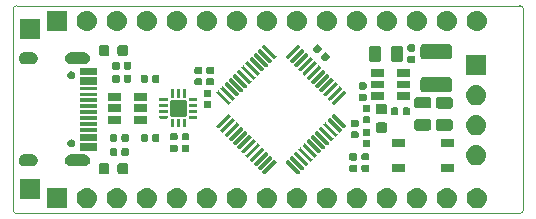
<source format=gts>
G04 #@! TF.GenerationSoftware,KiCad,Pcbnew,5.0.1*
G04 #@! TF.CreationDate,2019-10-25T00:23:11+02:00*
G04 #@! TF.ProjectId,OtterPill,4F7474657250696C6C2E6B696361645F,rev?*
G04 #@! TF.SameCoordinates,Original*
G04 #@! TF.FileFunction,Soldermask,Top*
G04 #@! TF.FilePolarity,Negative*
%FSLAX46Y46*%
G04 Gerber Fmt 4.6, Leading zero omitted, Abs format (unit mm)*
G04 Created by KiCad (PCBNEW 5.0.1) date Fri 25 Oct 2019 12:23:11 AM CEST*
%MOMM*%
%LPD*%
G01*
G04 APERTURE LIST*
%ADD10C,0.050000*%
%ADD11C,0.100000*%
G04 APERTURE END LIST*
D10*
X63200000Y-37100000D02*
G75*
G02X62900000Y-37400000I-300000J0D01*
G01*
X62900000Y-19800000D02*
G75*
G02X63200000Y-20100000I0J-300000D01*
G01*
X20000000Y-20100000D02*
G75*
G02X20300000Y-19800000I300000J0D01*
G01*
X20300000Y-37400000D02*
G75*
G02X20000000Y-37100000I0J300000D01*
G01*
X20000000Y-37100000D02*
X20000000Y-20100000D01*
X62900000Y-37400000D02*
X20300000Y-37400000D01*
X63200000Y-20100000D02*
X63200000Y-37100000D01*
X20300000Y-19800000D02*
X62900000Y-19800000D01*
D11*
G36*
X24560000Y-36960000D02*
X22840000Y-36960000D01*
X22840000Y-35240000D01*
X24560000Y-35240000D01*
X24560000Y-36960000D01*
X24560000Y-36960000D01*
G37*
G36*
X44188589Y-35252444D02*
X44350700Y-35301619D01*
X44500102Y-35381476D01*
X44631054Y-35488946D01*
X44738524Y-35619898D01*
X44818381Y-35769300D01*
X44867556Y-35931411D01*
X44884161Y-36100000D01*
X44867556Y-36268589D01*
X44818381Y-36430700D01*
X44738524Y-36580102D01*
X44631054Y-36711054D01*
X44500102Y-36818524D01*
X44350700Y-36898381D01*
X44188589Y-36947556D01*
X44062246Y-36960000D01*
X43977754Y-36960000D01*
X43851411Y-36947556D01*
X43689300Y-36898381D01*
X43539898Y-36818524D01*
X43408946Y-36711054D01*
X43301476Y-36580102D01*
X43221619Y-36430700D01*
X43172444Y-36268589D01*
X43155839Y-36100000D01*
X43172444Y-35931411D01*
X43221619Y-35769300D01*
X43301476Y-35619898D01*
X43408946Y-35488946D01*
X43539898Y-35381476D01*
X43689300Y-35301619D01*
X43851411Y-35252444D01*
X43977754Y-35240000D01*
X44062246Y-35240000D01*
X44188589Y-35252444D01*
X44188589Y-35252444D01*
G37*
G36*
X59428589Y-35252444D02*
X59590700Y-35301619D01*
X59740102Y-35381476D01*
X59871054Y-35488946D01*
X59978524Y-35619898D01*
X60058381Y-35769300D01*
X60107556Y-35931411D01*
X60124161Y-36100000D01*
X60107556Y-36268589D01*
X60058381Y-36430700D01*
X59978524Y-36580102D01*
X59871054Y-36711054D01*
X59740102Y-36818524D01*
X59590700Y-36898381D01*
X59428589Y-36947556D01*
X59302246Y-36960000D01*
X59217754Y-36960000D01*
X59091411Y-36947556D01*
X58929300Y-36898381D01*
X58779898Y-36818524D01*
X58648946Y-36711054D01*
X58541476Y-36580102D01*
X58461619Y-36430700D01*
X58412444Y-36268589D01*
X58395839Y-36100000D01*
X58412444Y-35931411D01*
X58461619Y-35769300D01*
X58541476Y-35619898D01*
X58648946Y-35488946D01*
X58779898Y-35381476D01*
X58929300Y-35301619D01*
X59091411Y-35252444D01*
X59217754Y-35240000D01*
X59302246Y-35240000D01*
X59428589Y-35252444D01*
X59428589Y-35252444D01*
G37*
G36*
X54348589Y-35252444D02*
X54510700Y-35301619D01*
X54660102Y-35381476D01*
X54791054Y-35488946D01*
X54898524Y-35619898D01*
X54978381Y-35769300D01*
X55027556Y-35931411D01*
X55044161Y-36100000D01*
X55027556Y-36268589D01*
X54978381Y-36430700D01*
X54898524Y-36580102D01*
X54791054Y-36711054D01*
X54660102Y-36818524D01*
X54510700Y-36898381D01*
X54348589Y-36947556D01*
X54222246Y-36960000D01*
X54137754Y-36960000D01*
X54011411Y-36947556D01*
X53849300Y-36898381D01*
X53699898Y-36818524D01*
X53568946Y-36711054D01*
X53461476Y-36580102D01*
X53381619Y-36430700D01*
X53332444Y-36268589D01*
X53315839Y-36100000D01*
X53332444Y-35931411D01*
X53381619Y-35769300D01*
X53461476Y-35619898D01*
X53568946Y-35488946D01*
X53699898Y-35381476D01*
X53849300Y-35301619D01*
X54011411Y-35252444D01*
X54137754Y-35240000D01*
X54222246Y-35240000D01*
X54348589Y-35252444D01*
X54348589Y-35252444D01*
G37*
G36*
X51808589Y-35252444D02*
X51970700Y-35301619D01*
X52120102Y-35381476D01*
X52251054Y-35488946D01*
X52358524Y-35619898D01*
X52438381Y-35769300D01*
X52487556Y-35931411D01*
X52504161Y-36100000D01*
X52487556Y-36268589D01*
X52438381Y-36430700D01*
X52358524Y-36580102D01*
X52251054Y-36711054D01*
X52120102Y-36818524D01*
X51970700Y-36898381D01*
X51808589Y-36947556D01*
X51682246Y-36960000D01*
X51597754Y-36960000D01*
X51471411Y-36947556D01*
X51309300Y-36898381D01*
X51159898Y-36818524D01*
X51028946Y-36711054D01*
X50921476Y-36580102D01*
X50841619Y-36430700D01*
X50792444Y-36268589D01*
X50775839Y-36100000D01*
X50792444Y-35931411D01*
X50841619Y-35769300D01*
X50921476Y-35619898D01*
X51028946Y-35488946D01*
X51159898Y-35381476D01*
X51309300Y-35301619D01*
X51471411Y-35252444D01*
X51597754Y-35240000D01*
X51682246Y-35240000D01*
X51808589Y-35252444D01*
X51808589Y-35252444D01*
G37*
G36*
X49268589Y-35252444D02*
X49430700Y-35301619D01*
X49580102Y-35381476D01*
X49711054Y-35488946D01*
X49818524Y-35619898D01*
X49898381Y-35769300D01*
X49947556Y-35931411D01*
X49964161Y-36100000D01*
X49947556Y-36268589D01*
X49898381Y-36430700D01*
X49818524Y-36580102D01*
X49711054Y-36711054D01*
X49580102Y-36818524D01*
X49430700Y-36898381D01*
X49268589Y-36947556D01*
X49142246Y-36960000D01*
X49057754Y-36960000D01*
X48931411Y-36947556D01*
X48769300Y-36898381D01*
X48619898Y-36818524D01*
X48488946Y-36711054D01*
X48381476Y-36580102D01*
X48301619Y-36430700D01*
X48252444Y-36268589D01*
X48235839Y-36100000D01*
X48252444Y-35931411D01*
X48301619Y-35769300D01*
X48381476Y-35619898D01*
X48488946Y-35488946D01*
X48619898Y-35381476D01*
X48769300Y-35301619D01*
X48931411Y-35252444D01*
X49057754Y-35240000D01*
X49142246Y-35240000D01*
X49268589Y-35252444D01*
X49268589Y-35252444D01*
G37*
G36*
X46728589Y-35252444D02*
X46890700Y-35301619D01*
X47040102Y-35381476D01*
X47171054Y-35488946D01*
X47278524Y-35619898D01*
X47358381Y-35769300D01*
X47407556Y-35931411D01*
X47424161Y-36100000D01*
X47407556Y-36268589D01*
X47358381Y-36430700D01*
X47278524Y-36580102D01*
X47171054Y-36711054D01*
X47040102Y-36818524D01*
X46890700Y-36898381D01*
X46728589Y-36947556D01*
X46602246Y-36960000D01*
X46517754Y-36960000D01*
X46391411Y-36947556D01*
X46229300Y-36898381D01*
X46079898Y-36818524D01*
X45948946Y-36711054D01*
X45841476Y-36580102D01*
X45761619Y-36430700D01*
X45712444Y-36268589D01*
X45695839Y-36100000D01*
X45712444Y-35931411D01*
X45761619Y-35769300D01*
X45841476Y-35619898D01*
X45948946Y-35488946D01*
X46079898Y-35381476D01*
X46229300Y-35301619D01*
X46391411Y-35252444D01*
X46517754Y-35240000D01*
X46602246Y-35240000D01*
X46728589Y-35252444D01*
X46728589Y-35252444D01*
G37*
G36*
X56888589Y-35252444D02*
X57050700Y-35301619D01*
X57200102Y-35381476D01*
X57331054Y-35488946D01*
X57438524Y-35619898D01*
X57518381Y-35769300D01*
X57567556Y-35931411D01*
X57584161Y-36100000D01*
X57567556Y-36268589D01*
X57518381Y-36430700D01*
X57438524Y-36580102D01*
X57331054Y-36711054D01*
X57200102Y-36818524D01*
X57050700Y-36898381D01*
X56888589Y-36947556D01*
X56762246Y-36960000D01*
X56677754Y-36960000D01*
X56551411Y-36947556D01*
X56389300Y-36898381D01*
X56239898Y-36818524D01*
X56108946Y-36711054D01*
X56001476Y-36580102D01*
X55921619Y-36430700D01*
X55872444Y-36268589D01*
X55855839Y-36100000D01*
X55872444Y-35931411D01*
X55921619Y-35769300D01*
X56001476Y-35619898D01*
X56108946Y-35488946D01*
X56239898Y-35381476D01*
X56389300Y-35301619D01*
X56551411Y-35252444D01*
X56677754Y-35240000D01*
X56762246Y-35240000D01*
X56888589Y-35252444D01*
X56888589Y-35252444D01*
G37*
G36*
X39108589Y-35252444D02*
X39270700Y-35301619D01*
X39420102Y-35381476D01*
X39551054Y-35488946D01*
X39658524Y-35619898D01*
X39738381Y-35769300D01*
X39787556Y-35931411D01*
X39804161Y-36100000D01*
X39787556Y-36268589D01*
X39738381Y-36430700D01*
X39658524Y-36580102D01*
X39551054Y-36711054D01*
X39420102Y-36818524D01*
X39270700Y-36898381D01*
X39108589Y-36947556D01*
X38982246Y-36960000D01*
X38897754Y-36960000D01*
X38771411Y-36947556D01*
X38609300Y-36898381D01*
X38459898Y-36818524D01*
X38328946Y-36711054D01*
X38221476Y-36580102D01*
X38141619Y-36430700D01*
X38092444Y-36268589D01*
X38075839Y-36100000D01*
X38092444Y-35931411D01*
X38141619Y-35769300D01*
X38221476Y-35619898D01*
X38328946Y-35488946D01*
X38459898Y-35381476D01*
X38609300Y-35301619D01*
X38771411Y-35252444D01*
X38897754Y-35240000D01*
X38982246Y-35240000D01*
X39108589Y-35252444D01*
X39108589Y-35252444D01*
G37*
G36*
X41648589Y-35252444D02*
X41810700Y-35301619D01*
X41960102Y-35381476D01*
X42091054Y-35488946D01*
X42198524Y-35619898D01*
X42278381Y-35769300D01*
X42327556Y-35931411D01*
X42344161Y-36100000D01*
X42327556Y-36268589D01*
X42278381Y-36430700D01*
X42198524Y-36580102D01*
X42091054Y-36711054D01*
X41960102Y-36818524D01*
X41810700Y-36898381D01*
X41648589Y-36947556D01*
X41522246Y-36960000D01*
X41437754Y-36960000D01*
X41311411Y-36947556D01*
X41149300Y-36898381D01*
X40999898Y-36818524D01*
X40868946Y-36711054D01*
X40761476Y-36580102D01*
X40681619Y-36430700D01*
X40632444Y-36268589D01*
X40615839Y-36100000D01*
X40632444Y-35931411D01*
X40681619Y-35769300D01*
X40761476Y-35619898D01*
X40868946Y-35488946D01*
X40999898Y-35381476D01*
X41149300Y-35301619D01*
X41311411Y-35252444D01*
X41437754Y-35240000D01*
X41522246Y-35240000D01*
X41648589Y-35252444D01*
X41648589Y-35252444D01*
G37*
G36*
X26408589Y-35252444D02*
X26570700Y-35301619D01*
X26720102Y-35381476D01*
X26851054Y-35488946D01*
X26958524Y-35619898D01*
X27038381Y-35769300D01*
X27087556Y-35931411D01*
X27104161Y-36100000D01*
X27087556Y-36268589D01*
X27038381Y-36430700D01*
X26958524Y-36580102D01*
X26851054Y-36711054D01*
X26720102Y-36818524D01*
X26570700Y-36898381D01*
X26408589Y-36947556D01*
X26282246Y-36960000D01*
X26197754Y-36960000D01*
X26071411Y-36947556D01*
X25909300Y-36898381D01*
X25759898Y-36818524D01*
X25628946Y-36711054D01*
X25521476Y-36580102D01*
X25441619Y-36430700D01*
X25392444Y-36268589D01*
X25375839Y-36100000D01*
X25392444Y-35931411D01*
X25441619Y-35769300D01*
X25521476Y-35619898D01*
X25628946Y-35488946D01*
X25759898Y-35381476D01*
X25909300Y-35301619D01*
X26071411Y-35252444D01*
X26197754Y-35240000D01*
X26282246Y-35240000D01*
X26408589Y-35252444D01*
X26408589Y-35252444D01*
G37*
G36*
X28948589Y-35252444D02*
X29110700Y-35301619D01*
X29260102Y-35381476D01*
X29391054Y-35488946D01*
X29498524Y-35619898D01*
X29578381Y-35769300D01*
X29627556Y-35931411D01*
X29644161Y-36100000D01*
X29627556Y-36268589D01*
X29578381Y-36430700D01*
X29498524Y-36580102D01*
X29391054Y-36711054D01*
X29260102Y-36818524D01*
X29110700Y-36898381D01*
X28948589Y-36947556D01*
X28822246Y-36960000D01*
X28737754Y-36960000D01*
X28611411Y-36947556D01*
X28449300Y-36898381D01*
X28299898Y-36818524D01*
X28168946Y-36711054D01*
X28061476Y-36580102D01*
X27981619Y-36430700D01*
X27932444Y-36268589D01*
X27915839Y-36100000D01*
X27932444Y-35931411D01*
X27981619Y-35769300D01*
X28061476Y-35619898D01*
X28168946Y-35488946D01*
X28299898Y-35381476D01*
X28449300Y-35301619D01*
X28611411Y-35252444D01*
X28737754Y-35240000D01*
X28822246Y-35240000D01*
X28948589Y-35252444D01*
X28948589Y-35252444D01*
G37*
G36*
X34028589Y-35252444D02*
X34190700Y-35301619D01*
X34340102Y-35381476D01*
X34471054Y-35488946D01*
X34578524Y-35619898D01*
X34658381Y-35769300D01*
X34707556Y-35931411D01*
X34724161Y-36100000D01*
X34707556Y-36268589D01*
X34658381Y-36430700D01*
X34578524Y-36580102D01*
X34471054Y-36711054D01*
X34340102Y-36818524D01*
X34190700Y-36898381D01*
X34028589Y-36947556D01*
X33902246Y-36960000D01*
X33817754Y-36960000D01*
X33691411Y-36947556D01*
X33529300Y-36898381D01*
X33379898Y-36818524D01*
X33248946Y-36711054D01*
X33141476Y-36580102D01*
X33061619Y-36430700D01*
X33012444Y-36268589D01*
X32995839Y-36100000D01*
X33012444Y-35931411D01*
X33061619Y-35769300D01*
X33141476Y-35619898D01*
X33248946Y-35488946D01*
X33379898Y-35381476D01*
X33529300Y-35301619D01*
X33691411Y-35252444D01*
X33817754Y-35240000D01*
X33902246Y-35240000D01*
X34028589Y-35252444D01*
X34028589Y-35252444D01*
G37*
G36*
X31488589Y-35252444D02*
X31650700Y-35301619D01*
X31800102Y-35381476D01*
X31931054Y-35488946D01*
X32038524Y-35619898D01*
X32118381Y-35769300D01*
X32167556Y-35931411D01*
X32184161Y-36100000D01*
X32167556Y-36268589D01*
X32118381Y-36430700D01*
X32038524Y-36580102D01*
X31931054Y-36711054D01*
X31800102Y-36818524D01*
X31650700Y-36898381D01*
X31488589Y-36947556D01*
X31362246Y-36960000D01*
X31277754Y-36960000D01*
X31151411Y-36947556D01*
X30989300Y-36898381D01*
X30839898Y-36818524D01*
X30708946Y-36711054D01*
X30601476Y-36580102D01*
X30521619Y-36430700D01*
X30472444Y-36268589D01*
X30455839Y-36100000D01*
X30472444Y-35931411D01*
X30521619Y-35769300D01*
X30601476Y-35619898D01*
X30708946Y-35488946D01*
X30839898Y-35381476D01*
X30989300Y-35301619D01*
X31151411Y-35252444D01*
X31277754Y-35240000D01*
X31362246Y-35240000D01*
X31488589Y-35252444D01*
X31488589Y-35252444D01*
G37*
G36*
X36568589Y-35252444D02*
X36730700Y-35301619D01*
X36880102Y-35381476D01*
X37011054Y-35488946D01*
X37118524Y-35619898D01*
X37198381Y-35769300D01*
X37247556Y-35931411D01*
X37264161Y-36100000D01*
X37247556Y-36268589D01*
X37198381Y-36430700D01*
X37118524Y-36580102D01*
X37011054Y-36711054D01*
X36880102Y-36818524D01*
X36730700Y-36898381D01*
X36568589Y-36947556D01*
X36442246Y-36960000D01*
X36357754Y-36960000D01*
X36231411Y-36947556D01*
X36069300Y-36898381D01*
X35919898Y-36818524D01*
X35788946Y-36711054D01*
X35681476Y-36580102D01*
X35601619Y-36430700D01*
X35552444Y-36268589D01*
X35535839Y-36100000D01*
X35552444Y-35931411D01*
X35601619Y-35769300D01*
X35681476Y-35619898D01*
X35788946Y-35488946D01*
X35919898Y-35381476D01*
X36069300Y-35301619D01*
X36231411Y-35252444D01*
X36357754Y-35240000D01*
X36442246Y-35240000D01*
X36568589Y-35252444D01*
X36568589Y-35252444D01*
G37*
G36*
X22280000Y-36200000D02*
X20560000Y-36200000D01*
X20560000Y-34480000D01*
X22280000Y-34480000D01*
X22280000Y-36200000D01*
X22280000Y-36200000D01*
G37*
G36*
X42131750Y-32869740D02*
X42146286Y-32874149D01*
X42159682Y-32881310D01*
X42171606Y-32891096D01*
X42173195Y-32892685D01*
X42173206Y-32892694D01*
X42286343Y-33005831D01*
X42286352Y-33005842D01*
X42287941Y-33007431D01*
X42297727Y-33019355D01*
X42304888Y-33032751D01*
X42309297Y-33047287D01*
X42310786Y-33062400D01*
X42309297Y-33077513D01*
X42304888Y-33092049D01*
X42297727Y-33105445D01*
X42287941Y-33117369D01*
X42286352Y-33118958D01*
X42286343Y-33118969D01*
X41342356Y-34062956D01*
X41342345Y-34062965D01*
X41340756Y-34064554D01*
X41328832Y-34074340D01*
X41315436Y-34081501D01*
X41300900Y-34085910D01*
X41285787Y-34087399D01*
X41270674Y-34085910D01*
X41256138Y-34081501D01*
X41242742Y-34074340D01*
X41230818Y-34064554D01*
X41229229Y-34062965D01*
X41229218Y-34062956D01*
X41116081Y-33949819D01*
X41116072Y-33949808D01*
X41114483Y-33948219D01*
X41104697Y-33936295D01*
X41097536Y-33922899D01*
X41093127Y-33908363D01*
X41091638Y-33893250D01*
X41093127Y-33878137D01*
X41097536Y-33863601D01*
X41104697Y-33850205D01*
X41114483Y-33838281D01*
X41116072Y-33836692D01*
X41116081Y-33836681D01*
X42060068Y-32892694D01*
X42060079Y-32892685D01*
X42061668Y-32891096D01*
X42073592Y-32881310D01*
X42086988Y-32874149D01*
X42101524Y-32869740D01*
X42116637Y-32868251D01*
X42131750Y-32869740D01*
X42131750Y-32869740D01*
G37*
G36*
X43298476Y-32869740D02*
X43313012Y-32874149D01*
X43326408Y-32881310D01*
X43338332Y-32891096D01*
X43339921Y-32892685D01*
X43339932Y-32892694D01*
X44283919Y-33836681D01*
X44283928Y-33836692D01*
X44285517Y-33838281D01*
X44295303Y-33850205D01*
X44302464Y-33863601D01*
X44306873Y-33878137D01*
X44308362Y-33893250D01*
X44306873Y-33908363D01*
X44302464Y-33922899D01*
X44295303Y-33936295D01*
X44285517Y-33948219D01*
X44283928Y-33949808D01*
X44283919Y-33949819D01*
X44170782Y-34062956D01*
X44170771Y-34062965D01*
X44169182Y-34064554D01*
X44157258Y-34074340D01*
X44143862Y-34081501D01*
X44129326Y-34085910D01*
X44114213Y-34087399D01*
X44099100Y-34085910D01*
X44084564Y-34081501D01*
X44071168Y-34074340D01*
X44059244Y-34064554D01*
X44057655Y-34062965D01*
X44057644Y-34062956D01*
X43113657Y-33118969D01*
X43113648Y-33118958D01*
X43112059Y-33117369D01*
X43102273Y-33105445D01*
X43095112Y-33092049D01*
X43090703Y-33077513D01*
X43089214Y-33062400D01*
X43090703Y-33047287D01*
X43095112Y-33032751D01*
X43102273Y-33019355D01*
X43112059Y-33007431D01*
X43113648Y-33005842D01*
X43113657Y-33005831D01*
X43226794Y-32892694D01*
X43226805Y-32892685D01*
X43228394Y-32891096D01*
X43240318Y-32881310D01*
X43253714Y-32874149D01*
X43268250Y-32869740D01*
X43283363Y-32868251D01*
X43298476Y-32869740D01*
X43298476Y-32869740D01*
G37*
G36*
X29556908Y-33119275D02*
X29598408Y-33131864D01*
X29636658Y-33152309D01*
X29670180Y-33179820D01*
X29697691Y-33213342D01*
X29718136Y-33251592D01*
X29730725Y-33293092D01*
X29735000Y-33336496D01*
X29735000Y-33863504D01*
X29730725Y-33906908D01*
X29718136Y-33948408D01*
X29697691Y-33986658D01*
X29670180Y-34020180D01*
X29636658Y-34047691D01*
X29598408Y-34068136D01*
X29556908Y-34080725D01*
X29513504Y-34085000D01*
X29061496Y-34085000D01*
X29018092Y-34080725D01*
X28976592Y-34068136D01*
X28938342Y-34047691D01*
X28904820Y-34020180D01*
X28877309Y-33986658D01*
X28856864Y-33948408D01*
X28844275Y-33906908D01*
X28840000Y-33863504D01*
X28840000Y-33336496D01*
X28844275Y-33293092D01*
X28856864Y-33251592D01*
X28877309Y-33213342D01*
X28904820Y-33179820D01*
X28938342Y-33152309D01*
X28976592Y-33131864D01*
X29018092Y-33119275D01*
X29061496Y-33115000D01*
X29513504Y-33115000D01*
X29556908Y-33119275D01*
X29556908Y-33119275D01*
G37*
G36*
X27981908Y-33119275D02*
X28023408Y-33131864D01*
X28061658Y-33152309D01*
X28095180Y-33179820D01*
X28122691Y-33213342D01*
X28143136Y-33251592D01*
X28155725Y-33293092D01*
X28160000Y-33336496D01*
X28160000Y-33863504D01*
X28155725Y-33906908D01*
X28143136Y-33948408D01*
X28122691Y-33986658D01*
X28095180Y-34020180D01*
X28061658Y-34047691D01*
X28023408Y-34068136D01*
X27981908Y-34080725D01*
X27938504Y-34085000D01*
X27486496Y-34085000D01*
X27443092Y-34080725D01*
X27401592Y-34068136D01*
X27363342Y-34047691D01*
X27329820Y-34020180D01*
X27302309Y-33986658D01*
X27281864Y-33948408D01*
X27269275Y-33906908D01*
X27265000Y-33863504D01*
X27265000Y-33336496D01*
X27269275Y-33293092D01*
X27281864Y-33251592D01*
X27302309Y-33213342D01*
X27329820Y-33179820D01*
X27363342Y-33152309D01*
X27401592Y-33131864D01*
X27443092Y-33119275D01*
X27486496Y-33115000D01*
X27938504Y-33115000D01*
X27981908Y-33119275D01*
X27981908Y-33119275D01*
G37*
G36*
X53160000Y-33922000D02*
X52090000Y-33922000D01*
X52090000Y-33252000D01*
X53160000Y-33252000D01*
X53160000Y-33922000D01*
X53160000Y-33922000D01*
G37*
G36*
X57310000Y-33922000D02*
X56240000Y-33922000D01*
X56240000Y-33252000D01*
X57310000Y-33252000D01*
X57310000Y-33922000D01*
X57310000Y-33922000D01*
G37*
G36*
X49009257Y-33277906D02*
X49037394Y-33286441D01*
X49063323Y-33300301D01*
X49086049Y-33318951D01*
X49104699Y-33341677D01*
X49118559Y-33367606D01*
X49127094Y-33395743D01*
X49130000Y-33425246D01*
X49130000Y-33734754D01*
X49127094Y-33764257D01*
X49118559Y-33792394D01*
X49104699Y-33818323D01*
X49086049Y-33841049D01*
X49063323Y-33859699D01*
X49037394Y-33873559D01*
X49009257Y-33882094D01*
X48979754Y-33885000D01*
X48620246Y-33885000D01*
X48590743Y-33882094D01*
X48562606Y-33873559D01*
X48536677Y-33859699D01*
X48513951Y-33841049D01*
X48495301Y-33818323D01*
X48481441Y-33792394D01*
X48472906Y-33764257D01*
X48470000Y-33734754D01*
X48470000Y-33425246D01*
X48472906Y-33395743D01*
X48481441Y-33367606D01*
X48495301Y-33341677D01*
X48513951Y-33318951D01*
X48536677Y-33300301D01*
X48562606Y-33286441D01*
X48590743Y-33277906D01*
X48620246Y-33275000D01*
X48979754Y-33275000D01*
X49009257Y-33277906D01*
X49009257Y-33277906D01*
G37*
G36*
X50039257Y-33272906D02*
X50067394Y-33281441D01*
X50093323Y-33295301D01*
X50116049Y-33313951D01*
X50134699Y-33336677D01*
X50148559Y-33362606D01*
X50157094Y-33390743D01*
X50160000Y-33420246D01*
X50160000Y-33729754D01*
X50157094Y-33759257D01*
X50148559Y-33787394D01*
X50134699Y-33813323D01*
X50116049Y-33836049D01*
X50093323Y-33854699D01*
X50067394Y-33868559D01*
X50039257Y-33877094D01*
X50009754Y-33880000D01*
X49650246Y-33880000D01*
X49620743Y-33877094D01*
X49592606Y-33868559D01*
X49566677Y-33854699D01*
X49543951Y-33836049D01*
X49525301Y-33813323D01*
X49511441Y-33787394D01*
X49502906Y-33759257D01*
X49500000Y-33729754D01*
X49500000Y-33420246D01*
X49502906Y-33390743D01*
X49511441Y-33362606D01*
X49525301Y-33336677D01*
X49543951Y-33313951D01*
X49566677Y-33295301D01*
X49592606Y-33281441D01*
X49620743Y-33272906D01*
X49650246Y-33270000D01*
X50009754Y-33270000D01*
X50039257Y-33272906D01*
X50039257Y-33272906D01*
G37*
G36*
X43652030Y-32516186D02*
X43666566Y-32520595D01*
X43679962Y-32527756D01*
X43691886Y-32537542D01*
X43693475Y-32539131D01*
X43693486Y-32539140D01*
X44637473Y-33483127D01*
X44637482Y-33483138D01*
X44639071Y-33484727D01*
X44648857Y-33496651D01*
X44656018Y-33510047D01*
X44660427Y-33524583D01*
X44661916Y-33539696D01*
X44660427Y-33554809D01*
X44656018Y-33569345D01*
X44648857Y-33582741D01*
X44639071Y-33594665D01*
X44637482Y-33596254D01*
X44637473Y-33596265D01*
X44524336Y-33709402D01*
X44524325Y-33709411D01*
X44522736Y-33711000D01*
X44510812Y-33720786D01*
X44497416Y-33727947D01*
X44482880Y-33732356D01*
X44467767Y-33733845D01*
X44452654Y-33732356D01*
X44438118Y-33727947D01*
X44424722Y-33720786D01*
X44412798Y-33711000D01*
X44411209Y-33709411D01*
X44411198Y-33709402D01*
X43467211Y-32765415D01*
X43467202Y-32765404D01*
X43465613Y-32763815D01*
X43455827Y-32751891D01*
X43448666Y-32738495D01*
X43444257Y-32723959D01*
X43442768Y-32708846D01*
X43444257Y-32693733D01*
X43448666Y-32679197D01*
X43455827Y-32665801D01*
X43465613Y-32653877D01*
X43467202Y-32652288D01*
X43467211Y-32652277D01*
X43580348Y-32539140D01*
X43580359Y-32539131D01*
X43581948Y-32537542D01*
X43593872Y-32527756D01*
X43607268Y-32520595D01*
X43621804Y-32516186D01*
X43636917Y-32514697D01*
X43652030Y-32516186D01*
X43652030Y-32516186D01*
G37*
G36*
X41778196Y-32516186D02*
X41792732Y-32520595D01*
X41806128Y-32527756D01*
X41818052Y-32537542D01*
X41819641Y-32539131D01*
X41819652Y-32539140D01*
X41932789Y-32652277D01*
X41932798Y-32652288D01*
X41934387Y-32653877D01*
X41944173Y-32665801D01*
X41951334Y-32679197D01*
X41955743Y-32693733D01*
X41957232Y-32708846D01*
X41955743Y-32723959D01*
X41951334Y-32738495D01*
X41944173Y-32751891D01*
X41934387Y-32763815D01*
X41932798Y-32765404D01*
X41932789Y-32765415D01*
X40988802Y-33709402D01*
X40988791Y-33709411D01*
X40987202Y-33711000D01*
X40975278Y-33720786D01*
X40961882Y-33727947D01*
X40947346Y-33732356D01*
X40932233Y-33733845D01*
X40917120Y-33732356D01*
X40902584Y-33727947D01*
X40889188Y-33720786D01*
X40877264Y-33711000D01*
X40875675Y-33709411D01*
X40875664Y-33709402D01*
X40762527Y-33596265D01*
X40762518Y-33596254D01*
X40760929Y-33594665D01*
X40751143Y-33582741D01*
X40743982Y-33569345D01*
X40739573Y-33554809D01*
X40738084Y-33539696D01*
X40739573Y-33524583D01*
X40743982Y-33510047D01*
X40751143Y-33496651D01*
X40760929Y-33484727D01*
X40762518Y-33483138D01*
X40762527Y-33483127D01*
X41706514Y-32539140D01*
X41706525Y-32539131D01*
X41708114Y-32537542D01*
X41720038Y-32527756D01*
X41733434Y-32520595D01*
X41747970Y-32516186D01*
X41763083Y-32514697D01*
X41778196Y-32516186D01*
X41778196Y-32516186D01*
G37*
G36*
X26104976Y-32387380D02*
X26201112Y-32416542D01*
X26289710Y-32463899D01*
X26367368Y-32527631D01*
X26431100Y-32605289D01*
X26478457Y-32693887D01*
X26507619Y-32790023D01*
X26517466Y-32890000D01*
X26507619Y-32989977D01*
X26478457Y-33086113D01*
X26431100Y-33174711D01*
X26367368Y-33252369D01*
X26289710Y-33316101D01*
X26201112Y-33363458D01*
X26104976Y-33392620D01*
X26030047Y-33400000D01*
X24879951Y-33400000D01*
X24805022Y-33392620D01*
X24708886Y-33363458D01*
X24620288Y-33316101D01*
X24542630Y-33252369D01*
X24478898Y-33174711D01*
X24431541Y-33086113D01*
X24402379Y-32989977D01*
X24392532Y-32890000D01*
X24402379Y-32790023D01*
X24431541Y-32693887D01*
X24478898Y-32605289D01*
X24542630Y-32527631D01*
X24620288Y-32463899D01*
X24708886Y-32416542D01*
X24805022Y-32387380D01*
X24879951Y-32380000D01*
X26030047Y-32380000D01*
X26104976Y-32387380D01*
X26104976Y-32387380D01*
G37*
G36*
X21674976Y-32387380D02*
X21771112Y-32416542D01*
X21859710Y-32463899D01*
X21937368Y-32527631D01*
X22001100Y-32605289D01*
X22048457Y-32693887D01*
X22077619Y-32790023D01*
X22087466Y-32890000D01*
X22077619Y-32989977D01*
X22048457Y-33086113D01*
X22001100Y-33174711D01*
X21937368Y-33252369D01*
X21859710Y-33316101D01*
X21771112Y-33363458D01*
X21674976Y-33392620D01*
X21600047Y-33400000D01*
X20949951Y-33400000D01*
X20875022Y-33392620D01*
X20778886Y-33363458D01*
X20690288Y-33316101D01*
X20612630Y-33252369D01*
X20548898Y-33174711D01*
X20501541Y-33086113D01*
X20472379Y-32989977D01*
X20462532Y-32890000D01*
X20472379Y-32790023D01*
X20501541Y-32693887D01*
X20548898Y-32605289D01*
X20612630Y-32527631D01*
X20690288Y-32463899D01*
X20778886Y-32416542D01*
X20875022Y-32387380D01*
X20949951Y-32380000D01*
X21600047Y-32380000D01*
X21674976Y-32387380D01*
X21674976Y-32387380D01*
G37*
G36*
X44005583Y-32162633D02*
X44020119Y-32167042D01*
X44033515Y-32174203D01*
X44045439Y-32183989D01*
X44047028Y-32185578D01*
X44047039Y-32185587D01*
X44991026Y-33129574D01*
X44991035Y-33129585D01*
X44992624Y-33131174D01*
X45002410Y-33143098D01*
X45009571Y-33156494D01*
X45013980Y-33171030D01*
X45015469Y-33186143D01*
X45013980Y-33201256D01*
X45009571Y-33215792D01*
X45002410Y-33229188D01*
X44992624Y-33241112D01*
X44991035Y-33242701D01*
X44991026Y-33242712D01*
X44877889Y-33355849D01*
X44877878Y-33355858D01*
X44876289Y-33357447D01*
X44864365Y-33367233D01*
X44850969Y-33374394D01*
X44836433Y-33378803D01*
X44821320Y-33380292D01*
X44806207Y-33378803D01*
X44791671Y-33374394D01*
X44778275Y-33367233D01*
X44766351Y-33357447D01*
X44764762Y-33355858D01*
X44764751Y-33355849D01*
X43820764Y-32411862D01*
X43820755Y-32411851D01*
X43819166Y-32410262D01*
X43809380Y-32398338D01*
X43802219Y-32384942D01*
X43797810Y-32370406D01*
X43796321Y-32355293D01*
X43797810Y-32340180D01*
X43802219Y-32325644D01*
X43809380Y-32312248D01*
X43819166Y-32300324D01*
X43820755Y-32298735D01*
X43820764Y-32298724D01*
X43933901Y-32185587D01*
X43933912Y-32185578D01*
X43935501Y-32183989D01*
X43947425Y-32174203D01*
X43960821Y-32167042D01*
X43975357Y-32162633D01*
X43990470Y-32161144D01*
X44005583Y-32162633D01*
X44005583Y-32162633D01*
G37*
G36*
X41424643Y-32162633D02*
X41439179Y-32167042D01*
X41452575Y-32174203D01*
X41464499Y-32183989D01*
X41466088Y-32185578D01*
X41466099Y-32185587D01*
X41579236Y-32298724D01*
X41579245Y-32298735D01*
X41580834Y-32300324D01*
X41590620Y-32312248D01*
X41597781Y-32325644D01*
X41602190Y-32340180D01*
X41603679Y-32355293D01*
X41602190Y-32370406D01*
X41597781Y-32384942D01*
X41590620Y-32398338D01*
X41580834Y-32410262D01*
X41579245Y-32411851D01*
X41579236Y-32411862D01*
X40635249Y-33355849D01*
X40635238Y-33355858D01*
X40633649Y-33357447D01*
X40621725Y-33367233D01*
X40608329Y-33374394D01*
X40593793Y-33378803D01*
X40578680Y-33380292D01*
X40563567Y-33378803D01*
X40549031Y-33374394D01*
X40535635Y-33367233D01*
X40523711Y-33357447D01*
X40522122Y-33355858D01*
X40522111Y-33355849D01*
X40408974Y-33242712D01*
X40408965Y-33242701D01*
X40407376Y-33241112D01*
X40397590Y-33229188D01*
X40390429Y-33215792D01*
X40386020Y-33201256D01*
X40384531Y-33186143D01*
X40386020Y-33171030D01*
X40390429Y-33156494D01*
X40397590Y-33143098D01*
X40407376Y-33131174D01*
X40408965Y-33129585D01*
X40408974Y-33129574D01*
X41352961Y-32185587D01*
X41352972Y-32185578D01*
X41354561Y-32183989D01*
X41366485Y-32174203D01*
X41379881Y-32167042D01*
X41394417Y-32162633D01*
X41409530Y-32161144D01*
X41424643Y-32162633D01*
X41424643Y-32162633D01*
G37*
G36*
X59368589Y-31622444D02*
X59530700Y-31671619D01*
X59680102Y-31751476D01*
X59811054Y-31858946D01*
X59918524Y-31989898D01*
X59998381Y-32139300D01*
X60047556Y-32301411D01*
X60064161Y-32470000D01*
X60047556Y-32638589D01*
X59998381Y-32800700D01*
X59918524Y-32950102D01*
X59811054Y-33081054D01*
X59680102Y-33188524D01*
X59530700Y-33268381D01*
X59368589Y-33317556D01*
X59242246Y-33330000D01*
X59157754Y-33330000D01*
X59031411Y-33317556D01*
X58869300Y-33268381D01*
X58719898Y-33188524D01*
X58588946Y-33081054D01*
X58481476Y-32950102D01*
X58401619Y-32800700D01*
X58352444Y-32638589D01*
X58335839Y-32470000D01*
X58352444Y-32301411D01*
X58401619Y-32139300D01*
X58481476Y-31989898D01*
X58588946Y-31858946D01*
X58719898Y-31751476D01*
X58869300Y-31671619D01*
X59031411Y-31622444D01*
X59157754Y-31610000D01*
X59242246Y-31610000D01*
X59368589Y-31622444D01*
X59368589Y-31622444D01*
G37*
G36*
X41071089Y-31809079D02*
X41085625Y-31813488D01*
X41099021Y-31820649D01*
X41110945Y-31830435D01*
X41112534Y-31832024D01*
X41112545Y-31832033D01*
X41225682Y-31945170D01*
X41225691Y-31945181D01*
X41227280Y-31946770D01*
X41237066Y-31958694D01*
X41244227Y-31972090D01*
X41248636Y-31986626D01*
X41250125Y-32001739D01*
X41248636Y-32016852D01*
X41244227Y-32031388D01*
X41237066Y-32044784D01*
X41227280Y-32056708D01*
X41225691Y-32058297D01*
X41225682Y-32058308D01*
X40281695Y-33002295D01*
X40281684Y-33002304D01*
X40280095Y-33003893D01*
X40268171Y-33013679D01*
X40254775Y-33020840D01*
X40240239Y-33025249D01*
X40225126Y-33026738D01*
X40210013Y-33025249D01*
X40195477Y-33020840D01*
X40182081Y-33013679D01*
X40170157Y-33003893D01*
X40168568Y-33002304D01*
X40168557Y-33002295D01*
X40055420Y-32889158D01*
X40055411Y-32889147D01*
X40053822Y-32887558D01*
X40044036Y-32875634D01*
X40036875Y-32862238D01*
X40032466Y-32847702D01*
X40030977Y-32832589D01*
X40032466Y-32817476D01*
X40036875Y-32802940D01*
X40044036Y-32789544D01*
X40053822Y-32777620D01*
X40055411Y-32776031D01*
X40055420Y-32776020D01*
X40999407Y-31832033D01*
X40999418Y-31832024D01*
X41001007Y-31830435D01*
X41012931Y-31820649D01*
X41026327Y-31813488D01*
X41040863Y-31809079D01*
X41055976Y-31807590D01*
X41071089Y-31809079D01*
X41071089Y-31809079D01*
G37*
G36*
X44359137Y-31809079D02*
X44373673Y-31813488D01*
X44387069Y-31820649D01*
X44398993Y-31830435D01*
X44400582Y-31832024D01*
X44400593Y-31832033D01*
X45344580Y-32776020D01*
X45344589Y-32776031D01*
X45346178Y-32777620D01*
X45355964Y-32789544D01*
X45363125Y-32802940D01*
X45367534Y-32817476D01*
X45369023Y-32832589D01*
X45367534Y-32847702D01*
X45363125Y-32862238D01*
X45355964Y-32875634D01*
X45346178Y-32887558D01*
X45344589Y-32889147D01*
X45344580Y-32889158D01*
X45231443Y-33002295D01*
X45231432Y-33002304D01*
X45229843Y-33003893D01*
X45217919Y-33013679D01*
X45204523Y-33020840D01*
X45189987Y-33025249D01*
X45174874Y-33026738D01*
X45159761Y-33025249D01*
X45145225Y-33020840D01*
X45131829Y-33013679D01*
X45119905Y-33003893D01*
X45118316Y-33002304D01*
X45118305Y-33002295D01*
X44174318Y-32058308D01*
X44174309Y-32058297D01*
X44172720Y-32056708D01*
X44162934Y-32044784D01*
X44155773Y-32031388D01*
X44151364Y-32016852D01*
X44149875Y-32001739D01*
X44151364Y-31986626D01*
X44155773Y-31972090D01*
X44162934Y-31958694D01*
X44172720Y-31946770D01*
X44174309Y-31945181D01*
X44174318Y-31945170D01*
X44287455Y-31832033D01*
X44287466Y-31832024D01*
X44289055Y-31830435D01*
X44300979Y-31820649D01*
X44314375Y-31813488D01*
X44328911Y-31809079D01*
X44344024Y-31807590D01*
X44359137Y-31809079D01*
X44359137Y-31809079D01*
G37*
G36*
X49009257Y-32307906D02*
X49037394Y-32316441D01*
X49063323Y-32330301D01*
X49086049Y-32348951D01*
X49104699Y-32371677D01*
X49118559Y-32397606D01*
X49127094Y-32425743D01*
X49130000Y-32455246D01*
X49130000Y-32764754D01*
X49127094Y-32794257D01*
X49118559Y-32822394D01*
X49104699Y-32848323D01*
X49086049Y-32871049D01*
X49063323Y-32889699D01*
X49037394Y-32903559D01*
X49009257Y-32912094D01*
X48979754Y-32915000D01*
X48620246Y-32915000D01*
X48590743Y-32912094D01*
X48562606Y-32903559D01*
X48536677Y-32889699D01*
X48513951Y-32871049D01*
X48495301Y-32848323D01*
X48481441Y-32822394D01*
X48472906Y-32794257D01*
X48470000Y-32764754D01*
X48470000Y-32455246D01*
X48472906Y-32425743D01*
X48481441Y-32397606D01*
X48495301Y-32371677D01*
X48513951Y-32348951D01*
X48536677Y-32330301D01*
X48562606Y-32316441D01*
X48590743Y-32307906D01*
X48620246Y-32305000D01*
X48979754Y-32305000D01*
X49009257Y-32307906D01*
X49009257Y-32307906D01*
G37*
G36*
X50039257Y-32302906D02*
X50067394Y-32311441D01*
X50093323Y-32325301D01*
X50116049Y-32343951D01*
X50134699Y-32366677D01*
X50148559Y-32392606D01*
X50157094Y-32420743D01*
X50160000Y-32450246D01*
X50160000Y-32759754D01*
X50157094Y-32789257D01*
X50148559Y-32817394D01*
X50134699Y-32843323D01*
X50116049Y-32866049D01*
X50093323Y-32884699D01*
X50067394Y-32898559D01*
X50039257Y-32907094D01*
X50009754Y-32910000D01*
X49650246Y-32910000D01*
X49620743Y-32907094D01*
X49592606Y-32898559D01*
X49566677Y-32884699D01*
X49543951Y-32866049D01*
X49525301Y-32843323D01*
X49511441Y-32817394D01*
X49502906Y-32789257D01*
X49500000Y-32759754D01*
X49500000Y-32450246D01*
X49502906Y-32420743D01*
X49511441Y-32392606D01*
X49525301Y-32366677D01*
X49543951Y-32343951D01*
X49566677Y-32325301D01*
X49592606Y-32311441D01*
X49620743Y-32302906D01*
X49650246Y-32300000D01*
X50009754Y-32300000D01*
X50039257Y-32302906D01*
X50039257Y-32302906D01*
G37*
G36*
X44712690Y-31455526D02*
X44727226Y-31459935D01*
X44740622Y-31467096D01*
X44752546Y-31476882D01*
X44754135Y-31478471D01*
X44754146Y-31478480D01*
X45698133Y-32422467D01*
X45698142Y-32422478D01*
X45699731Y-32424067D01*
X45709517Y-32435991D01*
X45716678Y-32449387D01*
X45721087Y-32463923D01*
X45722576Y-32479036D01*
X45721087Y-32494149D01*
X45716678Y-32508685D01*
X45709517Y-32522081D01*
X45699731Y-32534005D01*
X45698142Y-32535594D01*
X45698133Y-32535605D01*
X45584996Y-32648742D01*
X45584985Y-32648751D01*
X45583396Y-32650340D01*
X45571472Y-32660126D01*
X45558076Y-32667287D01*
X45543540Y-32671696D01*
X45528427Y-32673185D01*
X45513314Y-32671696D01*
X45498778Y-32667287D01*
X45485382Y-32660126D01*
X45473458Y-32650340D01*
X45471869Y-32648751D01*
X45471858Y-32648742D01*
X44527871Y-31704755D01*
X44527862Y-31704744D01*
X44526273Y-31703155D01*
X44516487Y-31691231D01*
X44509326Y-31677835D01*
X44504917Y-31663299D01*
X44503428Y-31648186D01*
X44504917Y-31633073D01*
X44509326Y-31618537D01*
X44516487Y-31605141D01*
X44526273Y-31593217D01*
X44527862Y-31591628D01*
X44527871Y-31591617D01*
X44641008Y-31478480D01*
X44641019Y-31478471D01*
X44642608Y-31476882D01*
X44654532Y-31467096D01*
X44667928Y-31459935D01*
X44682464Y-31455526D01*
X44697577Y-31454037D01*
X44712690Y-31455526D01*
X44712690Y-31455526D01*
G37*
G36*
X40717536Y-31455526D02*
X40732072Y-31459935D01*
X40745468Y-31467096D01*
X40757392Y-31476882D01*
X40758981Y-31478471D01*
X40758992Y-31478480D01*
X40872129Y-31591617D01*
X40872138Y-31591628D01*
X40873727Y-31593217D01*
X40883513Y-31605141D01*
X40890674Y-31618537D01*
X40895083Y-31633073D01*
X40896572Y-31648186D01*
X40895083Y-31663299D01*
X40890674Y-31677835D01*
X40883513Y-31691231D01*
X40873727Y-31703155D01*
X40872138Y-31704744D01*
X40872129Y-31704755D01*
X39928142Y-32648742D01*
X39928131Y-32648751D01*
X39926542Y-32650340D01*
X39914618Y-32660126D01*
X39901222Y-32667287D01*
X39886686Y-32671696D01*
X39871573Y-32673185D01*
X39856460Y-32671696D01*
X39841924Y-32667287D01*
X39828528Y-32660126D01*
X39816604Y-32650340D01*
X39815015Y-32648751D01*
X39815004Y-32648742D01*
X39701867Y-32535605D01*
X39701858Y-32535594D01*
X39700269Y-32534005D01*
X39690483Y-32522081D01*
X39683322Y-32508685D01*
X39678913Y-32494149D01*
X39677424Y-32479036D01*
X39678913Y-32463923D01*
X39683322Y-32449387D01*
X39690483Y-32435991D01*
X39700269Y-32424067D01*
X39701858Y-32422478D01*
X39701867Y-32422467D01*
X40645854Y-31478480D01*
X40645865Y-31478471D01*
X40647454Y-31476882D01*
X40659378Y-31467096D01*
X40672774Y-31459935D01*
X40687310Y-31455526D01*
X40702423Y-31454037D01*
X40717536Y-31455526D01*
X40717536Y-31455526D01*
G37*
G36*
X29669257Y-31872906D02*
X29697394Y-31881441D01*
X29723323Y-31895301D01*
X29746049Y-31913951D01*
X29764699Y-31936677D01*
X29778559Y-31962606D01*
X29787094Y-31990743D01*
X29790000Y-32020246D01*
X29790000Y-32379754D01*
X29787094Y-32409257D01*
X29778559Y-32437394D01*
X29764699Y-32463323D01*
X29746049Y-32486049D01*
X29723323Y-32504699D01*
X29697394Y-32518559D01*
X29669257Y-32527094D01*
X29639754Y-32530000D01*
X29330246Y-32530000D01*
X29300743Y-32527094D01*
X29272606Y-32518559D01*
X29246677Y-32504699D01*
X29223951Y-32486049D01*
X29205301Y-32463323D01*
X29191441Y-32437394D01*
X29182906Y-32409257D01*
X29180000Y-32379754D01*
X29180000Y-32020246D01*
X29182906Y-31990743D01*
X29191441Y-31962606D01*
X29205301Y-31936677D01*
X29223951Y-31913951D01*
X29246677Y-31895301D01*
X29272606Y-31881441D01*
X29300743Y-31872906D01*
X29330246Y-31870000D01*
X29639754Y-31870000D01*
X29669257Y-31872906D01*
X29669257Y-31872906D01*
G37*
G36*
X28699257Y-31872906D02*
X28727394Y-31881441D01*
X28753323Y-31895301D01*
X28776049Y-31913951D01*
X28794699Y-31936677D01*
X28808559Y-31962606D01*
X28817094Y-31990743D01*
X28820000Y-32020246D01*
X28820000Y-32379754D01*
X28817094Y-32409257D01*
X28808559Y-32437394D01*
X28794699Y-32463323D01*
X28776049Y-32486049D01*
X28753323Y-32504699D01*
X28727394Y-32518559D01*
X28699257Y-32527094D01*
X28669754Y-32530000D01*
X28360246Y-32530000D01*
X28330743Y-32527094D01*
X28302606Y-32518559D01*
X28276677Y-32504699D01*
X28253951Y-32486049D01*
X28235301Y-32463323D01*
X28221441Y-32437394D01*
X28212906Y-32409257D01*
X28210000Y-32379754D01*
X28210000Y-32020246D01*
X28212906Y-31990743D01*
X28221441Y-31962606D01*
X28235301Y-31936677D01*
X28253951Y-31913951D01*
X28276677Y-31895301D01*
X28302606Y-31881441D01*
X28330743Y-31872906D01*
X28360246Y-31870000D01*
X28669754Y-31870000D01*
X28699257Y-31872906D01*
X28699257Y-31872906D01*
G37*
G36*
X40363983Y-31101973D02*
X40378519Y-31106382D01*
X40391915Y-31113543D01*
X40403839Y-31123329D01*
X40405428Y-31124918D01*
X40405439Y-31124927D01*
X40518576Y-31238064D01*
X40518585Y-31238075D01*
X40520174Y-31239664D01*
X40529960Y-31251588D01*
X40537121Y-31264984D01*
X40541530Y-31279520D01*
X40543019Y-31294633D01*
X40541530Y-31309746D01*
X40537121Y-31324282D01*
X40529960Y-31337678D01*
X40520174Y-31349602D01*
X40518585Y-31351191D01*
X40518576Y-31351202D01*
X39574589Y-32295189D01*
X39574578Y-32295198D01*
X39572989Y-32296787D01*
X39561065Y-32306573D01*
X39547669Y-32313734D01*
X39533133Y-32318143D01*
X39518020Y-32319632D01*
X39502907Y-32318143D01*
X39488371Y-32313734D01*
X39474975Y-32306573D01*
X39463051Y-32296787D01*
X39461462Y-32295198D01*
X39461451Y-32295189D01*
X39348314Y-32182052D01*
X39348305Y-32182041D01*
X39346716Y-32180452D01*
X39336930Y-32168528D01*
X39329769Y-32155132D01*
X39325360Y-32140596D01*
X39323871Y-32125483D01*
X39325360Y-32110370D01*
X39329769Y-32095834D01*
X39336930Y-32082438D01*
X39346716Y-32070514D01*
X39348305Y-32068925D01*
X39348314Y-32068914D01*
X40292301Y-31124927D01*
X40292312Y-31124918D01*
X40293901Y-31123329D01*
X40305825Y-31113543D01*
X40319221Y-31106382D01*
X40333757Y-31101973D01*
X40348870Y-31100484D01*
X40363983Y-31101973D01*
X40363983Y-31101973D01*
G37*
G36*
X45066243Y-31101973D02*
X45080779Y-31106382D01*
X45094175Y-31113543D01*
X45106099Y-31123329D01*
X45107688Y-31124918D01*
X45107699Y-31124927D01*
X46051686Y-32068914D01*
X46051695Y-32068925D01*
X46053284Y-32070514D01*
X46063070Y-32082438D01*
X46070231Y-32095834D01*
X46074640Y-32110370D01*
X46076129Y-32125483D01*
X46074640Y-32140596D01*
X46070231Y-32155132D01*
X46063070Y-32168528D01*
X46053284Y-32180452D01*
X46051695Y-32182041D01*
X46051686Y-32182052D01*
X45938549Y-32295189D01*
X45938538Y-32295198D01*
X45936949Y-32296787D01*
X45925025Y-32306573D01*
X45911629Y-32313734D01*
X45897093Y-32318143D01*
X45881980Y-32319632D01*
X45866867Y-32318143D01*
X45852331Y-32313734D01*
X45838935Y-32306573D01*
X45827011Y-32296787D01*
X45825422Y-32295198D01*
X45825411Y-32295189D01*
X44881424Y-31351202D01*
X44881415Y-31351191D01*
X44879826Y-31349602D01*
X44870040Y-31337678D01*
X44862879Y-31324282D01*
X44858470Y-31309746D01*
X44856981Y-31294633D01*
X44858470Y-31279520D01*
X44862879Y-31264984D01*
X44870040Y-31251588D01*
X44879826Y-31239664D01*
X44881415Y-31238075D01*
X44881424Y-31238064D01*
X44994561Y-31124927D01*
X44994572Y-31124918D01*
X44996161Y-31123329D01*
X45008085Y-31113543D01*
X45021481Y-31106382D01*
X45036017Y-31101973D01*
X45051130Y-31100484D01*
X45066243Y-31101973D01*
X45066243Y-31101973D01*
G37*
G36*
X34809257Y-31582906D02*
X34837394Y-31591441D01*
X34863323Y-31605301D01*
X34886049Y-31623951D01*
X34904699Y-31646677D01*
X34918559Y-31672606D01*
X34927094Y-31700743D01*
X34930000Y-31730246D01*
X34930000Y-32039754D01*
X34927094Y-32069257D01*
X34918559Y-32097394D01*
X34904699Y-32123323D01*
X34886049Y-32146049D01*
X34863323Y-32164699D01*
X34837394Y-32178559D01*
X34809257Y-32187094D01*
X34779754Y-32190000D01*
X34420246Y-32190000D01*
X34390743Y-32187094D01*
X34362606Y-32178559D01*
X34336677Y-32164699D01*
X34313951Y-32146049D01*
X34295301Y-32123323D01*
X34281441Y-32097394D01*
X34272906Y-32069257D01*
X34270000Y-32039754D01*
X34270000Y-31730246D01*
X34272906Y-31700743D01*
X34281441Y-31672606D01*
X34295301Y-31646677D01*
X34313951Y-31623951D01*
X34336677Y-31605301D01*
X34362606Y-31591441D01*
X34390743Y-31582906D01*
X34420246Y-31580000D01*
X34779754Y-31580000D01*
X34809257Y-31582906D01*
X34809257Y-31582906D01*
G37*
G36*
X33809257Y-31582906D02*
X33837394Y-31591441D01*
X33863323Y-31605301D01*
X33886049Y-31623951D01*
X33904699Y-31646677D01*
X33918559Y-31672606D01*
X33927094Y-31700743D01*
X33930000Y-31730246D01*
X33930000Y-32039754D01*
X33927094Y-32069257D01*
X33918559Y-32097394D01*
X33904699Y-32123323D01*
X33886049Y-32146049D01*
X33863323Y-32164699D01*
X33837394Y-32178559D01*
X33809257Y-32187094D01*
X33779754Y-32190000D01*
X33420246Y-32190000D01*
X33390743Y-32187094D01*
X33362606Y-32178559D01*
X33336677Y-32164699D01*
X33313951Y-32146049D01*
X33295301Y-32123323D01*
X33281441Y-32097394D01*
X33272906Y-32069257D01*
X33270000Y-32039754D01*
X33270000Y-31730246D01*
X33272906Y-31700743D01*
X33281441Y-31672606D01*
X33295301Y-31646677D01*
X33313951Y-31623951D01*
X33336677Y-31605301D01*
X33362606Y-31591441D01*
X33390743Y-31582906D01*
X33420246Y-31580000D01*
X33779754Y-31580000D01*
X33809257Y-31582906D01*
X33809257Y-31582906D01*
G37*
G36*
X27104999Y-32080000D02*
X25634999Y-32080000D01*
X25634999Y-31460000D01*
X27104999Y-31460000D01*
X27104999Y-32080000D01*
X27104999Y-32080000D01*
G37*
G36*
X45419797Y-30748419D02*
X45434333Y-30752828D01*
X45447729Y-30759989D01*
X45459653Y-30769775D01*
X45461242Y-30771364D01*
X45461253Y-30771373D01*
X46405240Y-31715360D01*
X46405249Y-31715371D01*
X46406838Y-31716960D01*
X46416624Y-31728884D01*
X46423785Y-31742280D01*
X46428194Y-31756816D01*
X46429683Y-31771929D01*
X46428194Y-31787042D01*
X46423785Y-31801578D01*
X46416624Y-31814974D01*
X46406838Y-31826898D01*
X46405249Y-31828487D01*
X46405240Y-31828498D01*
X46292103Y-31941635D01*
X46292092Y-31941644D01*
X46290503Y-31943233D01*
X46278579Y-31953019D01*
X46265183Y-31960180D01*
X46250647Y-31964589D01*
X46235534Y-31966078D01*
X46220421Y-31964589D01*
X46205885Y-31960180D01*
X46192489Y-31953019D01*
X46180565Y-31943233D01*
X46178976Y-31941644D01*
X46178965Y-31941635D01*
X45234978Y-30997648D01*
X45234969Y-30997637D01*
X45233380Y-30996048D01*
X45223594Y-30984124D01*
X45216433Y-30970728D01*
X45212024Y-30956192D01*
X45210535Y-30941079D01*
X45212024Y-30925966D01*
X45216433Y-30911430D01*
X45223594Y-30898034D01*
X45233380Y-30886110D01*
X45234969Y-30884521D01*
X45234978Y-30884510D01*
X45348115Y-30771373D01*
X45348126Y-30771364D01*
X45349715Y-30769775D01*
X45361639Y-30759989D01*
X45375035Y-30752828D01*
X45389571Y-30748419D01*
X45404684Y-30746930D01*
X45419797Y-30748419D01*
X45419797Y-30748419D01*
G37*
G36*
X40010429Y-30748419D02*
X40024965Y-30752828D01*
X40038361Y-30759989D01*
X40050285Y-30769775D01*
X40051874Y-30771364D01*
X40051885Y-30771373D01*
X40165022Y-30884510D01*
X40165031Y-30884521D01*
X40166620Y-30886110D01*
X40176406Y-30898034D01*
X40183567Y-30911430D01*
X40187976Y-30925966D01*
X40189465Y-30941079D01*
X40187976Y-30956192D01*
X40183567Y-30970728D01*
X40176406Y-30984124D01*
X40166620Y-30996048D01*
X40165031Y-30997637D01*
X40165022Y-30997648D01*
X39221035Y-31941635D01*
X39221024Y-31941644D01*
X39219435Y-31943233D01*
X39207511Y-31953019D01*
X39194115Y-31960180D01*
X39179579Y-31964589D01*
X39164466Y-31966078D01*
X39149353Y-31964589D01*
X39134817Y-31960180D01*
X39121421Y-31953019D01*
X39109497Y-31943233D01*
X39107908Y-31941644D01*
X39107897Y-31941635D01*
X38994760Y-31828498D01*
X38994751Y-31828487D01*
X38993162Y-31826898D01*
X38983376Y-31814974D01*
X38976215Y-31801578D01*
X38971806Y-31787042D01*
X38970317Y-31771929D01*
X38971806Y-31756816D01*
X38976215Y-31742280D01*
X38983376Y-31728884D01*
X38993162Y-31716960D01*
X38994751Y-31715371D01*
X38994760Y-31715360D01*
X39938747Y-30771373D01*
X39938758Y-30771364D01*
X39940347Y-30769775D01*
X39952271Y-30759989D01*
X39965667Y-30752828D01*
X39980203Y-30748419D01*
X39995316Y-30746930D01*
X40010429Y-30748419D01*
X40010429Y-30748419D01*
G37*
G36*
X25022717Y-31137874D02*
X25083679Y-31163126D01*
X25083681Y-31163127D01*
X25138549Y-31199788D01*
X25185211Y-31246450D01*
X25221872Y-31301318D01*
X25221873Y-31301320D01*
X25247125Y-31362282D01*
X25259999Y-31427005D01*
X25259999Y-31492995D01*
X25247125Y-31557718D01*
X25222332Y-31617571D01*
X25221872Y-31618682D01*
X25185211Y-31673550D01*
X25138549Y-31720212D01*
X25083681Y-31756873D01*
X25083680Y-31756874D01*
X25083679Y-31756874D01*
X25022717Y-31782126D01*
X24957994Y-31795000D01*
X24892004Y-31795000D01*
X24827281Y-31782126D01*
X24766319Y-31756874D01*
X24766318Y-31756874D01*
X24766317Y-31756873D01*
X24711449Y-31720212D01*
X24664787Y-31673550D01*
X24628126Y-31618682D01*
X24627666Y-31617571D01*
X24602873Y-31557718D01*
X24589999Y-31492995D01*
X24589999Y-31427005D01*
X24602873Y-31362282D01*
X24628125Y-31301320D01*
X24628126Y-31301318D01*
X24664787Y-31246450D01*
X24711449Y-31199788D01*
X24766317Y-31163127D01*
X24766319Y-31163126D01*
X24827281Y-31137874D01*
X24892004Y-31125000D01*
X24957994Y-31125000D01*
X25022717Y-31137874D01*
X25022717Y-31137874D01*
G37*
G36*
X50139257Y-31182906D02*
X50167394Y-31191441D01*
X50193323Y-31205301D01*
X50216049Y-31223951D01*
X50234699Y-31246677D01*
X50248559Y-31272606D01*
X50257094Y-31300743D01*
X50260000Y-31330246D01*
X50260000Y-31639754D01*
X50257094Y-31669257D01*
X50248559Y-31697394D01*
X50234699Y-31723323D01*
X50216049Y-31746049D01*
X50193323Y-31764699D01*
X50167394Y-31778559D01*
X50139257Y-31787094D01*
X50109754Y-31790000D01*
X49750246Y-31790000D01*
X49720743Y-31787094D01*
X49692606Y-31778559D01*
X49666677Y-31764699D01*
X49643951Y-31746049D01*
X49625301Y-31723323D01*
X49611441Y-31697394D01*
X49602906Y-31669257D01*
X49600000Y-31639754D01*
X49600000Y-31330246D01*
X49602906Y-31300743D01*
X49611441Y-31272606D01*
X49625301Y-31246677D01*
X49643951Y-31223951D01*
X49666677Y-31205301D01*
X49692606Y-31191441D01*
X49720743Y-31182906D01*
X49750246Y-31180000D01*
X50109754Y-31180000D01*
X50139257Y-31182906D01*
X50139257Y-31182906D01*
G37*
G36*
X53160000Y-31772000D02*
X52090000Y-31772000D01*
X52090000Y-31102000D01*
X53160000Y-31102000D01*
X53160000Y-31772000D01*
X53160000Y-31772000D01*
G37*
G36*
X57310000Y-31772000D02*
X56240000Y-31772000D01*
X56240000Y-31102000D01*
X57310000Y-31102000D01*
X57310000Y-31772000D01*
X57310000Y-31772000D01*
G37*
G36*
X39656876Y-30394866D02*
X39671412Y-30399275D01*
X39684808Y-30406436D01*
X39696732Y-30416222D01*
X39698321Y-30417811D01*
X39698332Y-30417820D01*
X39811469Y-30530957D01*
X39811478Y-30530968D01*
X39813067Y-30532557D01*
X39822853Y-30544481D01*
X39830014Y-30557877D01*
X39834423Y-30572413D01*
X39835912Y-30587526D01*
X39834423Y-30602639D01*
X39830014Y-30617175D01*
X39822853Y-30630571D01*
X39813067Y-30642495D01*
X39811478Y-30644084D01*
X39811469Y-30644095D01*
X38867482Y-31588082D01*
X38867471Y-31588091D01*
X38865882Y-31589680D01*
X38853958Y-31599466D01*
X38840562Y-31606627D01*
X38826026Y-31611036D01*
X38810913Y-31612525D01*
X38795800Y-31611036D01*
X38781264Y-31606627D01*
X38767868Y-31599466D01*
X38755944Y-31589680D01*
X38754355Y-31588091D01*
X38754344Y-31588082D01*
X38641207Y-31474945D01*
X38641198Y-31474934D01*
X38639609Y-31473345D01*
X38629823Y-31461421D01*
X38622662Y-31448025D01*
X38618253Y-31433489D01*
X38616764Y-31418376D01*
X38618253Y-31403263D01*
X38622662Y-31388727D01*
X38629823Y-31375331D01*
X38639609Y-31363407D01*
X38641198Y-31361818D01*
X38641207Y-31361807D01*
X39585194Y-30417820D01*
X39585205Y-30417811D01*
X39586794Y-30416222D01*
X39598718Y-30406436D01*
X39612114Y-30399275D01*
X39626650Y-30394866D01*
X39641763Y-30393377D01*
X39656876Y-30394866D01*
X39656876Y-30394866D01*
G37*
G36*
X45773350Y-30394866D02*
X45787886Y-30399275D01*
X45801282Y-30406436D01*
X45813206Y-30416222D01*
X45814795Y-30417811D01*
X45814806Y-30417820D01*
X46758793Y-31361807D01*
X46758802Y-31361818D01*
X46760391Y-31363407D01*
X46770177Y-31375331D01*
X46777338Y-31388727D01*
X46781747Y-31403263D01*
X46783236Y-31418376D01*
X46781747Y-31433489D01*
X46777338Y-31448025D01*
X46770177Y-31461421D01*
X46760391Y-31473345D01*
X46758802Y-31474934D01*
X46758793Y-31474945D01*
X46645656Y-31588082D01*
X46645645Y-31588091D01*
X46644056Y-31589680D01*
X46632132Y-31599466D01*
X46618736Y-31606627D01*
X46604200Y-31611036D01*
X46589087Y-31612525D01*
X46573974Y-31611036D01*
X46559438Y-31606627D01*
X46546042Y-31599466D01*
X46534118Y-31589680D01*
X46532529Y-31588091D01*
X46532518Y-31588082D01*
X45588531Y-30644095D01*
X45588522Y-30644084D01*
X45586933Y-30642495D01*
X45577147Y-30630571D01*
X45569986Y-30617175D01*
X45565577Y-30602639D01*
X45564088Y-30587526D01*
X45565577Y-30572413D01*
X45569986Y-30557877D01*
X45577147Y-30544481D01*
X45586933Y-30532557D01*
X45588522Y-30530968D01*
X45588531Y-30530957D01*
X45701668Y-30417820D01*
X45701679Y-30417811D01*
X45703268Y-30416222D01*
X45715192Y-30406436D01*
X45728588Y-30399275D01*
X45743124Y-30394866D01*
X45758237Y-30393377D01*
X45773350Y-30394866D01*
X45773350Y-30394866D01*
G37*
G36*
X32269257Y-30672906D02*
X32297394Y-30681441D01*
X32323323Y-30695301D01*
X32346049Y-30713951D01*
X32364699Y-30736677D01*
X32378559Y-30762606D01*
X32387094Y-30790743D01*
X32390000Y-30820246D01*
X32390000Y-31179754D01*
X32387094Y-31209257D01*
X32378559Y-31237394D01*
X32364699Y-31263323D01*
X32346049Y-31286049D01*
X32323323Y-31304699D01*
X32297394Y-31318559D01*
X32269257Y-31327094D01*
X32239754Y-31330000D01*
X31930246Y-31330000D01*
X31900743Y-31327094D01*
X31872606Y-31318559D01*
X31846677Y-31304699D01*
X31823951Y-31286049D01*
X31805301Y-31263323D01*
X31791441Y-31237394D01*
X31782906Y-31209257D01*
X31780000Y-31179754D01*
X31780000Y-30820246D01*
X31782906Y-30790743D01*
X31791441Y-30762606D01*
X31805301Y-30736677D01*
X31823951Y-30713951D01*
X31846677Y-30695301D01*
X31872606Y-30681441D01*
X31900743Y-30672906D01*
X31930246Y-30670000D01*
X32239754Y-30670000D01*
X32269257Y-30672906D01*
X32269257Y-30672906D01*
G37*
G36*
X29669257Y-30672906D02*
X29697394Y-30681441D01*
X29723323Y-30695301D01*
X29746049Y-30713951D01*
X29764699Y-30736677D01*
X29778559Y-30762606D01*
X29787094Y-30790743D01*
X29790000Y-30820246D01*
X29790000Y-31179754D01*
X29787094Y-31209257D01*
X29778559Y-31237394D01*
X29764699Y-31263323D01*
X29746049Y-31286049D01*
X29723323Y-31304699D01*
X29697394Y-31318559D01*
X29669257Y-31327094D01*
X29639754Y-31330000D01*
X29330246Y-31330000D01*
X29300743Y-31327094D01*
X29272606Y-31318559D01*
X29246677Y-31304699D01*
X29223951Y-31286049D01*
X29205301Y-31263323D01*
X29191441Y-31237394D01*
X29182906Y-31209257D01*
X29180000Y-31179754D01*
X29180000Y-30820246D01*
X29182906Y-30790743D01*
X29191441Y-30762606D01*
X29205301Y-30736677D01*
X29223951Y-30713951D01*
X29246677Y-30695301D01*
X29272606Y-30681441D01*
X29300743Y-30672906D01*
X29330246Y-30670000D01*
X29639754Y-30670000D01*
X29669257Y-30672906D01*
X29669257Y-30672906D01*
G37*
G36*
X31299257Y-30672906D02*
X31327394Y-30681441D01*
X31353323Y-30695301D01*
X31376049Y-30713951D01*
X31394699Y-30736677D01*
X31408559Y-30762606D01*
X31417094Y-30790743D01*
X31420000Y-30820246D01*
X31420000Y-31179754D01*
X31417094Y-31209257D01*
X31408559Y-31237394D01*
X31394699Y-31263323D01*
X31376049Y-31286049D01*
X31353323Y-31304699D01*
X31327394Y-31318559D01*
X31299257Y-31327094D01*
X31269754Y-31330000D01*
X30960246Y-31330000D01*
X30930743Y-31327094D01*
X30902606Y-31318559D01*
X30876677Y-31304699D01*
X30853951Y-31286049D01*
X30835301Y-31263323D01*
X30821441Y-31237394D01*
X30812906Y-31209257D01*
X30810000Y-31179754D01*
X30810000Y-30820246D01*
X30812906Y-30790743D01*
X30821441Y-30762606D01*
X30835301Y-30736677D01*
X30853951Y-30713951D01*
X30876677Y-30695301D01*
X30902606Y-30681441D01*
X30930743Y-30672906D01*
X30960246Y-30670000D01*
X31269754Y-30670000D01*
X31299257Y-30672906D01*
X31299257Y-30672906D01*
G37*
G36*
X28699257Y-30672906D02*
X28727394Y-30681441D01*
X28753323Y-30695301D01*
X28776049Y-30713951D01*
X28794699Y-30736677D01*
X28808559Y-30762606D01*
X28817094Y-30790743D01*
X28820000Y-30820246D01*
X28820000Y-31179754D01*
X28817094Y-31209257D01*
X28808559Y-31237394D01*
X28794699Y-31263323D01*
X28776049Y-31286049D01*
X28753323Y-31304699D01*
X28727394Y-31318559D01*
X28699257Y-31327094D01*
X28669754Y-31330000D01*
X28360246Y-31330000D01*
X28330743Y-31327094D01*
X28302606Y-31318559D01*
X28276677Y-31304699D01*
X28253951Y-31286049D01*
X28235301Y-31263323D01*
X28221441Y-31237394D01*
X28212906Y-31209257D01*
X28210000Y-31179754D01*
X28210000Y-30820246D01*
X28212906Y-30790743D01*
X28221441Y-30762606D01*
X28235301Y-30736677D01*
X28253951Y-30713951D01*
X28276677Y-30695301D01*
X28302606Y-30681441D01*
X28330743Y-30672906D01*
X28360246Y-30670000D01*
X28669754Y-30670000D01*
X28699257Y-30672906D01*
X28699257Y-30672906D01*
G37*
G36*
X27104999Y-31280000D02*
X25634999Y-31280000D01*
X25634999Y-30660000D01*
X27104999Y-30660000D01*
X27104999Y-31280000D01*
X27104999Y-31280000D01*
G37*
G36*
X46126903Y-30041313D02*
X46141439Y-30045722D01*
X46154835Y-30052883D01*
X46166759Y-30062669D01*
X46168348Y-30064258D01*
X46168359Y-30064267D01*
X47112346Y-31008254D01*
X47112355Y-31008265D01*
X47113944Y-31009854D01*
X47123730Y-31021778D01*
X47130891Y-31035174D01*
X47135300Y-31049710D01*
X47136789Y-31064823D01*
X47135300Y-31079936D01*
X47130891Y-31094472D01*
X47123730Y-31107868D01*
X47113944Y-31119792D01*
X47112355Y-31121381D01*
X47112346Y-31121392D01*
X46999209Y-31234529D01*
X46999198Y-31234538D01*
X46997609Y-31236127D01*
X46985685Y-31245913D01*
X46972289Y-31253074D01*
X46957753Y-31257483D01*
X46942640Y-31258972D01*
X46927527Y-31257483D01*
X46912991Y-31253074D01*
X46899595Y-31245913D01*
X46887671Y-31236127D01*
X46886082Y-31234538D01*
X46886071Y-31234529D01*
X45942084Y-30290542D01*
X45942075Y-30290531D01*
X45940486Y-30288942D01*
X45930700Y-30277018D01*
X45923539Y-30263622D01*
X45919130Y-30249086D01*
X45917641Y-30233973D01*
X45919130Y-30218860D01*
X45923539Y-30204324D01*
X45930700Y-30190928D01*
X45940486Y-30179004D01*
X45942075Y-30177415D01*
X45942084Y-30177404D01*
X46055221Y-30064267D01*
X46055232Y-30064258D01*
X46056821Y-30062669D01*
X46068745Y-30052883D01*
X46082141Y-30045722D01*
X46096677Y-30041313D01*
X46111790Y-30039824D01*
X46126903Y-30041313D01*
X46126903Y-30041313D01*
G37*
G36*
X39303323Y-30041313D02*
X39317859Y-30045722D01*
X39331255Y-30052883D01*
X39343179Y-30062669D01*
X39344768Y-30064258D01*
X39344779Y-30064267D01*
X39457916Y-30177404D01*
X39457925Y-30177415D01*
X39459514Y-30179004D01*
X39469300Y-30190928D01*
X39476461Y-30204324D01*
X39480870Y-30218860D01*
X39482359Y-30233973D01*
X39480870Y-30249086D01*
X39476461Y-30263622D01*
X39469300Y-30277018D01*
X39459514Y-30288942D01*
X39457925Y-30290531D01*
X39457916Y-30290542D01*
X38513929Y-31234529D01*
X38513918Y-31234538D01*
X38512329Y-31236127D01*
X38500405Y-31245913D01*
X38487009Y-31253074D01*
X38472473Y-31257483D01*
X38457360Y-31258972D01*
X38442247Y-31257483D01*
X38427711Y-31253074D01*
X38414315Y-31245913D01*
X38402391Y-31236127D01*
X38400802Y-31234538D01*
X38400791Y-31234529D01*
X38287654Y-31121392D01*
X38287645Y-31121381D01*
X38286056Y-31119792D01*
X38276270Y-31107868D01*
X38269109Y-31094472D01*
X38264700Y-31079936D01*
X38263211Y-31064823D01*
X38264700Y-31049710D01*
X38269109Y-31035174D01*
X38276270Y-31021778D01*
X38286056Y-31009854D01*
X38287645Y-31008265D01*
X38287654Y-31008254D01*
X39231641Y-30064267D01*
X39231652Y-30064258D01*
X39233241Y-30062669D01*
X39245165Y-30052883D01*
X39258561Y-30045722D01*
X39273097Y-30041313D01*
X39288210Y-30039824D01*
X39303323Y-30041313D01*
X39303323Y-30041313D01*
G37*
G36*
X34809257Y-30612906D02*
X34837394Y-30621441D01*
X34863323Y-30635301D01*
X34886049Y-30653951D01*
X34904699Y-30676677D01*
X34918559Y-30702606D01*
X34927094Y-30730743D01*
X34930000Y-30760246D01*
X34930000Y-31069754D01*
X34927094Y-31099257D01*
X34918559Y-31127394D01*
X34904699Y-31153323D01*
X34886049Y-31176049D01*
X34863323Y-31194699D01*
X34837394Y-31208559D01*
X34809257Y-31217094D01*
X34779754Y-31220000D01*
X34420246Y-31220000D01*
X34390743Y-31217094D01*
X34362606Y-31208559D01*
X34336677Y-31194699D01*
X34313951Y-31176049D01*
X34295301Y-31153323D01*
X34281441Y-31127394D01*
X34272906Y-31099257D01*
X34270000Y-31069754D01*
X34270000Y-30760246D01*
X34272906Y-30730743D01*
X34281441Y-30702606D01*
X34295301Y-30676677D01*
X34313951Y-30653951D01*
X34336677Y-30635301D01*
X34362606Y-30621441D01*
X34390743Y-30612906D01*
X34420246Y-30610000D01*
X34779754Y-30610000D01*
X34809257Y-30612906D01*
X34809257Y-30612906D01*
G37*
G36*
X33809257Y-30612906D02*
X33837394Y-30621441D01*
X33863323Y-30635301D01*
X33886049Y-30653951D01*
X33904699Y-30676677D01*
X33918559Y-30702606D01*
X33927094Y-30730743D01*
X33930000Y-30760246D01*
X33930000Y-31069754D01*
X33927094Y-31099257D01*
X33918559Y-31127394D01*
X33904699Y-31153323D01*
X33886049Y-31176049D01*
X33863323Y-31194699D01*
X33837394Y-31208559D01*
X33809257Y-31217094D01*
X33779754Y-31220000D01*
X33420246Y-31220000D01*
X33390743Y-31217094D01*
X33362606Y-31208559D01*
X33336677Y-31194699D01*
X33313951Y-31176049D01*
X33295301Y-31153323D01*
X33281441Y-31127394D01*
X33272906Y-31099257D01*
X33270000Y-31069754D01*
X33270000Y-30760246D01*
X33272906Y-30730743D01*
X33281441Y-30702606D01*
X33295301Y-30676677D01*
X33313951Y-30653951D01*
X33336677Y-30635301D01*
X33362606Y-30621441D01*
X33390743Y-30612906D01*
X33420246Y-30610000D01*
X33779754Y-30610000D01*
X33809257Y-30612906D01*
X33809257Y-30612906D01*
G37*
G36*
X49129257Y-30437906D02*
X49157394Y-30446441D01*
X49183323Y-30460301D01*
X49206049Y-30478951D01*
X49224699Y-30501677D01*
X49238559Y-30527606D01*
X49247094Y-30555743D01*
X49250000Y-30585246D01*
X49250000Y-30894754D01*
X49247094Y-30924257D01*
X49238559Y-30952394D01*
X49224699Y-30978323D01*
X49206049Y-31001049D01*
X49183323Y-31019699D01*
X49157394Y-31033559D01*
X49129257Y-31042094D01*
X49099754Y-31045000D01*
X48740246Y-31045000D01*
X48710743Y-31042094D01*
X48682606Y-31033559D01*
X48656677Y-31019699D01*
X48633951Y-31001049D01*
X48615301Y-30978323D01*
X48601441Y-30952394D01*
X48592906Y-30924257D01*
X48590000Y-30894754D01*
X48590000Y-30585246D01*
X48592906Y-30555743D01*
X48601441Y-30527606D01*
X48615301Y-30501677D01*
X48633951Y-30478951D01*
X48656677Y-30460301D01*
X48682606Y-30446441D01*
X48710743Y-30437906D01*
X48740246Y-30435000D01*
X49099754Y-30435000D01*
X49129257Y-30437906D01*
X49129257Y-30437906D01*
G37*
G36*
X46480457Y-29687759D02*
X46494993Y-29692168D01*
X46508389Y-29699329D01*
X46520313Y-29709115D01*
X46521902Y-29710704D01*
X46521913Y-29710713D01*
X47465900Y-30654700D01*
X47465909Y-30654711D01*
X47467498Y-30656300D01*
X47477284Y-30668224D01*
X47484445Y-30681620D01*
X47488854Y-30696156D01*
X47490343Y-30711269D01*
X47488854Y-30726382D01*
X47484445Y-30740918D01*
X47477284Y-30754314D01*
X47467498Y-30766238D01*
X47465909Y-30767827D01*
X47465900Y-30767838D01*
X47352763Y-30880975D01*
X47352752Y-30880984D01*
X47351163Y-30882573D01*
X47339239Y-30892359D01*
X47325843Y-30899520D01*
X47311307Y-30903929D01*
X47296194Y-30905418D01*
X47281081Y-30903929D01*
X47266545Y-30899520D01*
X47253149Y-30892359D01*
X47241225Y-30882573D01*
X47239636Y-30880984D01*
X47239625Y-30880975D01*
X46295638Y-29936988D01*
X46295629Y-29936977D01*
X46294040Y-29935388D01*
X46284254Y-29923464D01*
X46277093Y-29910068D01*
X46272684Y-29895532D01*
X46271195Y-29880419D01*
X46272684Y-29865306D01*
X46277093Y-29850770D01*
X46284254Y-29837374D01*
X46294040Y-29825450D01*
X46295629Y-29823861D01*
X46295638Y-29823850D01*
X46408775Y-29710713D01*
X46408786Y-29710704D01*
X46410375Y-29709115D01*
X46422299Y-29699329D01*
X46435695Y-29692168D01*
X46450231Y-29687759D01*
X46465344Y-29686270D01*
X46480457Y-29687759D01*
X46480457Y-29687759D01*
G37*
G36*
X38949769Y-29687759D02*
X38964305Y-29692168D01*
X38977701Y-29699329D01*
X38989625Y-29709115D01*
X38991214Y-29710704D01*
X38991225Y-29710713D01*
X39104362Y-29823850D01*
X39104371Y-29823861D01*
X39105960Y-29825450D01*
X39115746Y-29837374D01*
X39122907Y-29850770D01*
X39127316Y-29865306D01*
X39128805Y-29880419D01*
X39127316Y-29895532D01*
X39122907Y-29910068D01*
X39115746Y-29923464D01*
X39105960Y-29935388D01*
X39104371Y-29936977D01*
X39104362Y-29936988D01*
X38160375Y-30880975D01*
X38160364Y-30880984D01*
X38158775Y-30882573D01*
X38146851Y-30892359D01*
X38133455Y-30899520D01*
X38118919Y-30903929D01*
X38103806Y-30905418D01*
X38088693Y-30903929D01*
X38074157Y-30899520D01*
X38060761Y-30892359D01*
X38048837Y-30882573D01*
X38047248Y-30880984D01*
X38047237Y-30880975D01*
X37934100Y-30767838D01*
X37934091Y-30767827D01*
X37932502Y-30766238D01*
X37922716Y-30754314D01*
X37915555Y-30740918D01*
X37911146Y-30726382D01*
X37909657Y-30711269D01*
X37911146Y-30696156D01*
X37915555Y-30681620D01*
X37922716Y-30668224D01*
X37932502Y-30656300D01*
X37934091Y-30654711D01*
X37934100Y-30654700D01*
X38878087Y-29710713D01*
X38878098Y-29710704D01*
X38879687Y-29709115D01*
X38891611Y-29699329D01*
X38905007Y-29692168D01*
X38919543Y-29687759D01*
X38934656Y-29686270D01*
X38949769Y-29687759D01*
X38949769Y-29687759D01*
G37*
G36*
X50139257Y-30212906D02*
X50167394Y-30221441D01*
X50193323Y-30235301D01*
X50216049Y-30253951D01*
X50234699Y-30276677D01*
X50248559Y-30302606D01*
X50257094Y-30330743D01*
X50260000Y-30360246D01*
X50260000Y-30669754D01*
X50257094Y-30699257D01*
X50248559Y-30727394D01*
X50234699Y-30753323D01*
X50216049Y-30776049D01*
X50193323Y-30794699D01*
X50167394Y-30808559D01*
X50139257Y-30817094D01*
X50109754Y-30820000D01*
X49750246Y-30820000D01*
X49720743Y-30817094D01*
X49692606Y-30808559D01*
X49666677Y-30794699D01*
X49643951Y-30776049D01*
X49625301Y-30753323D01*
X49611441Y-30727394D01*
X49602906Y-30699257D01*
X49600000Y-30669754D01*
X49600000Y-30360246D01*
X49602906Y-30330743D01*
X49611441Y-30302606D01*
X49625301Y-30276677D01*
X49643951Y-30253951D01*
X49666677Y-30235301D01*
X49692606Y-30221441D01*
X49720743Y-30212906D01*
X49750246Y-30210000D01*
X50109754Y-30210000D01*
X50139257Y-30212906D01*
X50139257Y-30212906D01*
G37*
G36*
X59368589Y-29082444D02*
X59530700Y-29131619D01*
X59680102Y-29211476D01*
X59811054Y-29318946D01*
X59918524Y-29449898D01*
X59998381Y-29599300D01*
X60047556Y-29761411D01*
X60064161Y-29930000D01*
X60047556Y-30098589D01*
X59998381Y-30260700D01*
X59918524Y-30410102D01*
X59811054Y-30541054D01*
X59680102Y-30648524D01*
X59530700Y-30728381D01*
X59368589Y-30777556D01*
X59242246Y-30790000D01*
X59157754Y-30790000D01*
X59031411Y-30777556D01*
X58869300Y-30728381D01*
X58719898Y-30648524D01*
X58588946Y-30541054D01*
X58481476Y-30410102D01*
X58401619Y-30260700D01*
X58352444Y-30098589D01*
X58335839Y-29930000D01*
X58352444Y-29761411D01*
X58401619Y-29599300D01*
X58481476Y-29449898D01*
X58588946Y-29318946D01*
X58719898Y-29211476D01*
X58869300Y-29131619D01*
X59031411Y-29082444D01*
X59157754Y-29070000D01*
X59242246Y-29070000D01*
X59368589Y-29082444D01*
X59368589Y-29082444D01*
G37*
G36*
X51486908Y-29684275D02*
X51528408Y-29696864D01*
X51566658Y-29717309D01*
X51600180Y-29744820D01*
X51627691Y-29778342D01*
X51648136Y-29816592D01*
X51660725Y-29858092D01*
X51665000Y-29901496D01*
X51665000Y-30353504D01*
X51660725Y-30396908D01*
X51648136Y-30438408D01*
X51627691Y-30476658D01*
X51600180Y-30510180D01*
X51566658Y-30537691D01*
X51528408Y-30558136D01*
X51486908Y-30570725D01*
X51443504Y-30575000D01*
X50916496Y-30575000D01*
X50873092Y-30570725D01*
X50831592Y-30558136D01*
X50793342Y-30537691D01*
X50759820Y-30510180D01*
X50732309Y-30476658D01*
X50711864Y-30438408D01*
X50699275Y-30396908D01*
X50695000Y-30353504D01*
X50695000Y-29901496D01*
X50699275Y-29858092D01*
X50711864Y-29816592D01*
X50732309Y-29778342D01*
X50759820Y-29744820D01*
X50793342Y-29717309D01*
X50831592Y-29696864D01*
X50873092Y-29684275D01*
X50916496Y-29680000D01*
X51443504Y-29680000D01*
X51486908Y-29684275D01*
X51486908Y-29684275D01*
G37*
G36*
X38596216Y-29334206D02*
X38610752Y-29338615D01*
X38624148Y-29345776D01*
X38636072Y-29355562D01*
X38637661Y-29357151D01*
X38637672Y-29357160D01*
X38750809Y-29470297D01*
X38750818Y-29470308D01*
X38752407Y-29471897D01*
X38762193Y-29483821D01*
X38769354Y-29497217D01*
X38773763Y-29511753D01*
X38775252Y-29526866D01*
X38773763Y-29541979D01*
X38769354Y-29556515D01*
X38762193Y-29569911D01*
X38752407Y-29581835D01*
X38750818Y-29583424D01*
X38750809Y-29583435D01*
X37806822Y-30527422D01*
X37806811Y-30527431D01*
X37805222Y-30529020D01*
X37793298Y-30538806D01*
X37779902Y-30545967D01*
X37765366Y-30550376D01*
X37750253Y-30551865D01*
X37735140Y-30550376D01*
X37720604Y-30545967D01*
X37707208Y-30538806D01*
X37695284Y-30529020D01*
X37693695Y-30527431D01*
X37693684Y-30527422D01*
X37580547Y-30414285D01*
X37580538Y-30414274D01*
X37578949Y-30412685D01*
X37569163Y-30400761D01*
X37562002Y-30387365D01*
X37557593Y-30372829D01*
X37556104Y-30357716D01*
X37557593Y-30342603D01*
X37562002Y-30328067D01*
X37569163Y-30314671D01*
X37578949Y-30302747D01*
X37580538Y-30301158D01*
X37580547Y-30301147D01*
X38524534Y-29357160D01*
X38524545Y-29357151D01*
X38526134Y-29355562D01*
X38538058Y-29345776D01*
X38551454Y-29338615D01*
X38565990Y-29334206D01*
X38581103Y-29332717D01*
X38596216Y-29334206D01*
X38596216Y-29334206D01*
G37*
G36*
X46834010Y-29334206D02*
X46848546Y-29338615D01*
X46861942Y-29345776D01*
X46873866Y-29355562D01*
X46875455Y-29357151D01*
X46875466Y-29357160D01*
X47819453Y-30301147D01*
X47819462Y-30301158D01*
X47821051Y-30302747D01*
X47830837Y-30314671D01*
X47837998Y-30328067D01*
X47842407Y-30342603D01*
X47843896Y-30357716D01*
X47842407Y-30372829D01*
X47837998Y-30387365D01*
X47830837Y-30400761D01*
X47821051Y-30412685D01*
X47819462Y-30414274D01*
X47819453Y-30414285D01*
X47706316Y-30527422D01*
X47706305Y-30527431D01*
X47704716Y-30529020D01*
X47692792Y-30538806D01*
X47679396Y-30545967D01*
X47664860Y-30550376D01*
X47649747Y-30551865D01*
X47634634Y-30550376D01*
X47620098Y-30545967D01*
X47606702Y-30538806D01*
X47594778Y-30529020D01*
X47593189Y-30527431D01*
X47593178Y-30527422D01*
X46649191Y-29583435D01*
X46649182Y-29583424D01*
X46647593Y-29581835D01*
X46637807Y-29569911D01*
X46630646Y-29556515D01*
X46626237Y-29541979D01*
X46624748Y-29526866D01*
X46626237Y-29511753D01*
X46630646Y-29497217D01*
X46637807Y-29483821D01*
X46647593Y-29471897D01*
X46649182Y-29470308D01*
X46649191Y-29470297D01*
X46762328Y-29357160D01*
X46762339Y-29357151D01*
X46763928Y-29355562D01*
X46775852Y-29345776D01*
X46789248Y-29338615D01*
X46803784Y-29334206D01*
X46818897Y-29332717D01*
X46834010Y-29334206D01*
X46834010Y-29334206D01*
G37*
G36*
X27104999Y-30480000D02*
X25634999Y-30480000D01*
X25634999Y-30160000D01*
X27104999Y-30160000D01*
X27104999Y-30480000D01*
X27104999Y-30480000D01*
G37*
G36*
X57011785Y-29404756D02*
X57057975Y-29418767D01*
X57100547Y-29441522D01*
X57137858Y-29472142D01*
X57168478Y-29509453D01*
X57191233Y-29552025D01*
X57205244Y-29598215D01*
X57210000Y-29646496D01*
X57210000Y-30148504D01*
X57205244Y-30196785D01*
X57191233Y-30242975D01*
X57168478Y-30285547D01*
X57137858Y-30322858D01*
X57100547Y-30353478D01*
X57057975Y-30376233D01*
X57011785Y-30390244D01*
X56963504Y-30395000D01*
X56036496Y-30395000D01*
X55988215Y-30390244D01*
X55942025Y-30376233D01*
X55899453Y-30353478D01*
X55862142Y-30322858D01*
X55831522Y-30285547D01*
X55808767Y-30242975D01*
X55794756Y-30196785D01*
X55790000Y-30148504D01*
X55790000Y-29646496D01*
X55794756Y-29598215D01*
X55808767Y-29552025D01*
X55831522Y-29509453D01*
X55862142Y-29472142D01*
X55899453Y-29441522D01*
X55942025Y-29418767D01*
X55988215Y-29404756D01*
X56036496Y-29400000D01*
X56963504Y-29400000D01*
X57011785Y-29404756D01*
X57011785Y-29404756D01*
G37*
G36*
X55201785Y-29394756D02*
X55247975Y-29408767D01*
X55290547Y-29431522D01*
X55327858Y-29462142D01*
X55358478Y-29499453D01*
X55381233Y-29542025D01*
X55395244Y-29588215D01*
X55400000Y-29636496D01*
X55400000Y-30138504D01*
X55395244Y-30186785D01*
X55381233Y-30232975D01*
X55358478Y-30275547D01*
X55327858Y-30312858D01*
X55290547Y-30343478D01*
X55247975Y-30366233D01*
X55201785Y-30380244D01*
X55153504Y-30385000D01*
X54226496Y-30385000D01*
X54178215Y-30380244D01*
X54132025Y-30366233D01*
X54089453Y-30343478D01*
X54052142Y-30312858D01*
X54021522Y-30275547D01*
X53998767Y-30232975D01*
X53984756Y-30186785D01*
X53980000Y-30138504D01*
X53980000Y-29636496D01*
X53984756Y-29588215D01*
X53998767Y-29542025D01*
X54021522Y-29499453D01*
X54052142Y-29462142D01*
X54089453Y-29431522D01*
X54132025Y-29408767D01*
X54178215Y-29394756D01*
X54226496Y-29390000D01*
X55153504Y-29390000D01*
X55201785Y-29394756D01*
X55201785Y-29394756D01*
G37*
G36*
X38242662Y-28980652D02*
X38257198Y-28985061D01*
X38270594Y-28992222D01*
X38282518Y-29002008D01*
X38284107Y-29003597D01*
X38284118Y-29003606D01*
X38397255Y-29116743D01*
X38397264Y-29116754D01*
X38398853Y-29118343D01*
X38408639Y-29130267D01*
X38415800Y-29143663D01*
X38420209Y-29158199D01*
X38421698Y-29173312D01*
X38420209Y-29188425D01*
X38415800Y-29202961D01*
X38408639Y-29216357D01*
X38398853Y-29228281D01*
X38397264Y-29229870D01*
X38397255Y-29229881D01*
X37453268Y-30173868D01*
X37453257Y-30173877D01*
X37451668Y-30175466D01*
X37439744Y-30185252D01*
X37426348Y-30192413D01*
X37411812Y-30196822D01*
X37396699Y-30198311D01*
X37381586Y-30196822D01*
X37367050Y-30192413D01*
X37353654Y-30185252D01*
X37341730Y-30175466D01*
X37340141Y-30173877D01*
X37340130Y-30173868D01*
X37226993Y-30060731D01*
X37226984Y-30060720D01*
X37225395Y-30059131D01*
X37215609Y-30047207D01*
X37208448Y-30033811D01*
X37204039Y-30019275D01*
X37202550Y-30004162D01*
X37204039Y-29989049D01*
X37208448Y-29974513D01*
X37215609Y-29961117D01*
X37225395Y-29949193D01*
X37226984Y-29947604D01*
X37226993Y-29947593D01*
X38170980Y-29003606D01*
X38170991Y-29003597D01*
X38172580Y-29002008D01*
X38184504Y-28992222D01*
X38197900Y-28985061D01*
X38212436Y-28980652D01*
X38227549Y-28979163D01*
X38242662Y-28980652D01*
X38242662Y-28980652D01*
G37*
G36*
X47187564Y-28980652D02*
X47202100Y-28985061D01*
X47215496Y-28992222D01*
X47227420Y-29002008D01*
X47229009Y-29003597D01*
X47229020Y-29003606D01*
X48173007Y-29947593D01*
X48173016Y-29947604D01*
X48174605Y-29949193D01*
X48184391Y-29961117D01*
X48191552Y-29974513D01*
X48195961Y-29989049D01*
X48197450Y-30004162D01*
X48195961Y-30019275D01*
X48191552Y-30033811D01*
X48184391Y-30047207D01*
X48174605Y-30059131D01*
X48173016Y-30060720D01*
X48173007Y-30060731D01*
X48059870Y-30173868D01*
X48059859Y-30173877D01*
X48058270Y-30175466D01*
X48046346Y-30185252D01*
X48032950Y-30192413D01*
X48018414Y-30196822D01*
X48003301Y-30198311D01*
X47988188Y-30196822D01*
X47973652Y-30192413D01*
X47960256Y-30185252D01*
X47948332Y-30175466D01*
X47946743Y-30173877D01*
X47946732Y-30173868D01*
X47002745Y-29229881D01*
X47002736Y-29229870D01*
X47001147Y-29228281D01*
X46991361Y-29216357D01*
X46984200Y-29202961D01*
X46979791Y-29188425D01*
X46978302Y-29173312D01*
X46979791Y-29158199D01*
X46984200Y-29143663D01*
X46991361Y-29130267D01*
X47001147Y-29118343D01*
X47002736Y-29116754D01*
X47002745Y-29116743D01*
X47115882Y-29003606D01*
X47115893Y-29003597D01*
X47117482Y-29002008D01*
X47129406Y-28992222D01*
X47142802Y-28985061D01*
X47157338Y-28980652D01*
X47172451Y-28979163D01*
X47187564Y-28980652D01*
X47187564Y-28980652D01*
G37*
G36*
X34082675Y-29416273D02*
X34094864Y-29419970D01*
X34106100Y-29425976D01*
X34115944Y-29434056D01*
X34124024Y-29443900D01*
X34130030Y-29455136D01*
X34133727Y-29467325D01*
X34135000Y-29480246D01*
X34135000Y-30044754D01*
X34133727Y-30057675D01*
X34130030Y-30069864D01*
X34124024Y-30081100D01*
X34115944Y-30090944D01*
X34106100Y-30099024D01*
X34094864Y-30105030D01*
X34082675Y-30108727D01*
X34069754Y-30110000D01*
X33930246Y-30110000D01*
X33917325Y-30108727D01*
X33905136Y-30105030D01*
X33893900Y-30099024D01*
X33884056Y-30090944D01*
X33875976Y-30081100D01*
X33869970Y-30069864D01*
X33866273Y-30057675D01*
X33865000Y-30044754D01*
X33865000Y-29480246D01*
X33866273Y-29467325D01*
X33869970Y-29455136D01*
X33875976Y-29443900D01*
X33884056Y-29434056D01*
X33893900Y-29425976D01*
X33905136Y-29419970D01*
X33917325Y-29416273D01*
X33930246Y-29415000D01*
X34069754Y-29415000D01*
X34082675Y-29416273D01*
X34082675Y-29416273D01*
G37*
G36*
X33582675Y-29416273D02*
X33594864Y-29419970D01*
X33606100Y-29425976D01*
X33615944Y-29434056D01*
X33624024Y-29443900D01*
X33630030Y-29455136D01*
X33633727Y-29467325D01*
X33635000Y-29480246D01*
X33635000Y-30044754D01*
X33633727Y-30057675D01*
X33630030Y-30069864D01*
X33624024Y-30081100D01*
X33615944Y-30090944D01*
X33606100Y-30099024D01*
X33594864Y-30105030D01*
X33582675Y-30108727D01*
X33569754Y-30110000D01*
X33430246Y-30110000D01*
X33417325Y-30108727D01*
X33405136Y-30105030D01*
X33393900Y-30099024D01*
X33384056Y-30090944D01*
X33375976Y-30081100D01*
X33369970Y-30069864D01*
X33366273Y-30057675D01*
X33365000Y-30044754D01*
X33365000Y-29480246D01*
X33366273Y-29467325D01*
X33369970Y-29455136D01*
X33375976Y-29443900D01*
X33384056Y-29434056D01*
X33393900Y-29425976D01*
X33405136Y-29419970D01*
X33417325Y-29416273D01*
X33430246Y-29415000D01*
X33569754Y-29415000D01*
X33582675Y-29416273D01*
X33582675Y-29416273D01*
G37*
G36*
X34582675Y-29416273D02*
X34594864Y-29419970D01*
X34606100Y-29425976D01*
X34615944Y-29434056D01*
X34624024Y-29443900D01*
X34630030Y-29455136D01*
X34633727Y-29467325D01*
X34635000Y-29480246D01*
X34635000Y-30044754D01*
X34633727Y-30057675D01*
X34630030Y-30069864D01*
X34624024Y-30081100D01*
X34615944Y-30090944D01*
X34606100Y-30099024D01*
X34594864Y-30105030D01*
X34582675Y-30108727D01*
X34569754Y-30110000D01*
X34430246Y-30110000D01*
X34417325Y-30108727D01*
X34405136Y-30105030D01*
X34393900Y-30099024D01*
X34384056Y-30090944D01*
X34375976Y-30081100D01*
X34369970Y-30069864D01*
X34366273Y-30057675D01*
X34365000Y-30044754D01*
X34365000Y-29480246D01*
X34366273Y-29467325D01*
X34369970Y-29455136D01*
X34375976Y-29443900D01*
X34384056Y-29434056D01*
X34393900Y-29425976D01*
X34405136Y-29419970D01*
X34417325Y-29416273D01*
X34430246Y-29415000D01*
X34569754Y-29415000D01*
X34582675Y-29416273D01*
X34582675Y-29416273D01*
G37*
G36*
X49129257Y-29467906D02*
X49157394Y-29476441D01*
X49183323Y-29490301D01*
X49206049Y-29508951D01*
X49224699Y-29531677D01*
X49238559Y-29557606D01*
X49247094Y-29585743D01*
X49250000Y-29615246D01*
X49250000Y-29924754D01*
X49247094Y-29954257D01*
X49238559Y-29982394D01*
X49224699Y-30008323D01*
X49206049Y-30031049D01*
X49183323Y-30049699D01*
X49157394Y-30063559D01*
X49129257Y-30072094D01*
X49099754Y-30075000D01*
X48740246Y-30075000D01*
X48710743Y-30072094D01*
X48682606Y-30063559D01*
X48656677Y-30049699D01*
X48633951Y-30031049D01*
X48615301Y-30008323D01*
X48601441Y-29982394D01*
X48592906Y-29954257D01*
X48590000Y-29924754D01*
X48590000Y-29615246D01*
X48592906Y-29585743D01*
X48601441Y-29557606D01*
X48615301Y-29531677D01*
X48633951Y-29508951D01*
X48656677Y-29490301D01*
X48682606Y-29476441D01*
X48710743Y-29467906D01*
X48740246Y-29465000D01*
X49099754Y-29465000D01*
X49129257Y-29467906D01*
X49129257Y-29467906D01*
G37*
G36*
X27104999Y-29980000D02*
X25634999Y-29980000D01*
X25634999Y-29660000D01*
X27104999Y-29660000D01*
X27104999Y-29980000D01*
X27104999Y-29980000D01*
G37*
G36*
X31340000Y-29785000D02*
X30260000Y-29785000D01*
X30260000Y-29115000D01*
X31340000Y-29115000D01*
X31340000Y-29785000D01*
X31340000Y-29785000D01*
G37*
G36*
X29140000Y-29785000D02*
X28060000Y-29785000D01*
X28060000Y-29115000D01*
X29140000Y-29115000D01*
X29140000Y-29785000D01*
X29140000Y-29785000D01*
G37*
G36*
X50139257Y-29172906D02*
X50167394Y-29181441D01*
X50193323Y-29195301D01*
X50216049Y-29213951D01*
X50234699Y-29236677D01*
X50248559Y-29262606D01*
X50257094Y-29290743D01*
X50260000Y-29320246D01*
X50260000Y-29629754D01*
X50257094Y-29659257D01*
X50248559Y-29687394D01*
X50234699Y-29713323D01*
X50216049Y-29736049D01*
X50193323Y-29754699D01*
X50167394Y-29768559D01*
X50139257Y-29777094D01*
X50109754Y-29780000D01*
X49750246Y-29780000D01*
X49720743Y-29777094D01*
X49692606Y-29768559D01*
X49666677Y-29754699D01*
X49643951Y-29736049D01*
X49625301Y-29713323D01*
X49611441Y-29687394D01*
X49602906Y-29659257D01*
X49600000Y-29629754D01*
X49600000Y-29320246D01*
X49602906Y-29290743D01*
X49611441Y-29262606D01*
X49625301Y-29236677D01*
X49643951Y-29213951D01*
X49666677Y-29195301D01*
X49692606Y-29181441D01*
X49720743Y-29172906D01*
X49750246Y-29170000D01*
X50109754Y-29170000D01*
X50139257Y-29172906D01*
X50139257Y-29172906D01*
G37*
G36*
X27104999Y-29480000D02*
X25634999Y-29480000D01*
X25634999Y-29160000D01*
X27104999Y-29160000D01*
X27104999Y-29480000D01*
X27104999Y-29480000D01*
G37*
G36*
X33032675Y-29116273D02*
X33044864Y-29119970D01*
X33056100Y-29125976D01*
X33065944Y-29134056D01*
X33074024Y-29143900D01*
X33080030Y-29155136D01*
X33083727Y-29167325D01*
X33085000Y-29180246D01*
X33085000Y-29319754D01*
X33083727Y-29332675D01*
X33080030Y-29344864D01*
X33074024Y-29356100D01*
X33065944Y-29365944D01*
X33056100Y-29374024D01*
X33044864Y-29380030D01*
X33032675Y-29383727D01*
X33019754Y-29385000D01*
X32455246Y-29385000D01*
X32442325Y-29383727D01*
X32430136Y-29380030D01*
X32418900Y-29374024D01*
X32409056Y-29365944D01*
X32400976Y-29356100D01*
X32394970Y-29344864D01*
X32391273Y-29332675D01*
X32390000Y-29319754D01*
X32390000Y-29180246D01*
X32391273Y-29167325D01*
X32394970Y-29155136D01*
X32400976Y-29143900D01*
X32409056Y-29134056D01*
X32418900Y-29125976D01*
X32430136Y-29119970D01*
X32442325Y-29116273D01*
X32455246Y-29115000D01*
X33019754Y-29115000D01*
X33032675Y-29116273D01*
X33032675Y-29116273D01*
G37*
G36*
X35557675Y-29116273D02*
X35569864Y-29119970D01*
X35581100Y-29125976D01*
X35590944Y-29134056D01*
X35599024Y-29143900D01*
X35605030Y-29155136D01*
X35608727Y-29167325D01*
X35610000Y-29180246D01*
X35610000Y-29319754D01*
X35608727Y-29332675D01*
X35605030Y-29344864D01*
X35599024Y-29356100D01*
X35590944Y-29365944D01*
X35581100Y-29374024D01*
X35569864Y-29380030D01*
X35557675Y-29383727D01*
X35544754Y-29385000D01*
X34980246Y-29385000D01*
X34967325Y-29383727D01*
X34955136Y-29380030D01*
X34943900Y-29374024D01*
X34934056Y-29365944D01*
X34925976Y-29356100D01*
X34919970Y-29344864D01*
X34916273Y-29332675D01*
X34915000Y-29319754D01*
X34915000Y-29180246D01*
X34916273Y-29167325D01*
X34919970Y-29155136D01*
X34925976Y-29143900D01*
X34934056Y-29134056D01*
X34943900Y-29125976D01*
X34955136Y-29119970D01*
X34967325Y-29116273D01*
X34980246Y-29115000D01*
X35544754Y-29115000D01*
X35557675Y-29116273D01*
X35557675Y-29116273D01*
G37*
G36*
X34533629Y-27769831D02*
X34580554Y-27784066D01*
X34623804Y-27807183D01*
X34661709Y-27838291D01*
X34692817Y-27876196D01*
X34715934Y-27919446D01*
X34730169Y-27966371D01*
X34735000Y-28015418D01*
X34735000Y-28984582D01*
X34730169Y-29033629D01*
X34715934Y-29080554D01*
X34692817Y-29123804D01*
X34661709Y-29161709D01*
X34623804Y-29192817D01*
X34580554Y-29215934D01*
X34533629Y-29230169D01*
X34484582Y-29235000D01*
X33515418Y-29235000D01*
X33466371Y-29230169D01*
X33419446Y-29215934D01*
X33376196Y-29192817D01*
X33338291Y-29161709D01*
X33307183Y-29123804D01*
X33284066Y-29080554D01*
X33269831Y-29033629D01*
X33265000Y-28984582D01*
X33265000Y-28015418D01*
X33269831Y-27966371D01*
X33284066Y-27919446D01*
X33307183Y-27876196D01*
X33338291Y-27838291D01*
X33376196Y-27807183D01*
X33419446Y-27784066D01*
X33466371Y-27769831D01*
X33515418Y-27765000D01*
X34484582Y-27765000D01*
X34533629Y-27769831D01*
X34533629Y-27769831D01*
G37*
G36*
X53469257Y-28422906D02*
X53497394Y-28431441D01*
X53523323Y-28445301D01*
X53546049Y-28463951D01*
X53564699Y-28486677D01*
X53578559Y-28512606D01*
X53587094Y-28540743D01*
X53590000Y-28570246D01*
X53590000Y-28929754D01*
X53587094Y-28959257D01*
X53578559Y-28987394D01*
X53564699Y-29013323D01*
X53546049Y-29036049D01*
X53523323Y-29054699D01*
X53497394Y-29068559D01*
X53469257Y-29077094D01*
X53439754Y-29080000D01*
X53130246Y-29080000D01*
X53100743Y-29077094D01*
X53072606Y-29068559D01*
X53046677Y-29054699D01*
X53023951Y-29036049D01*
X53005301Y-29013323D01*
X52991441Y-28987394D01*
X52982906Y-28959257D01*
X52980000Y-28929754D01*
X52980000Y-28570246D01*
X52982906Y-28540743D01*
X52991441Y-28512606D01*
X53005301Y-28486677D01*
X53023951Y-28463951D01*
X53046677Y-28445301D01*
X53072606Y-28431441D01*
X53100743Y-28422906D01*
X53130246Y-28420000D01*
X53439754Y-28420000D01*
X53469257Y-28422906D01*
X53469257Y-28422906D01*
G37*
G36*
X52499257Y-28422906D02*
X52527394Y-28431441D01*
X52553323Y-28445301D01*
X52576049Y-28463951D01*
X52594699Y-28486677D01*
X52608559Y-28512606D01*
X52617094Y-28540743D01*
X52620000Y-28570246D01*
X52620000Y-28929754D01*
X52617094Y-28959257D01*
X52608559Y-28987394D01*
X52594699Y-29013323D01*
X52576049Y-29036049D01*
X52553323Y-29054699D01*
X52527394Y-29068559D01*
X52499257Y-29077094D01*
X52469754Y-29080000D01*
X52160246Y-29080000D01*
X52130743Y-29077094D01*
X52102606Y-29068559D01*
X52076677Y-29054699D01*
X52053951Y-29036049D01*
X52035301Y-29013323D01*
X52021441Y-28987394D01*
X52012906Y-28959257D01*
X52010000Y-28929754D01*
X52010000Y-28570246D01*
X52012906Y-28540743D01*
X52021441Y-28512606D01*
X52035301Y-28486677D01*
X52053951Y-28463951D01*
X52076677Y-28445301D01*
X52102606Y-28431441D01*
X52130743Y-28422906D01*
X52160246Y-28420000D01*
X52469754Y-28420000D01*
X52499257Y-28422906D01*
X52499257Y-28422906D01*
G37*
G36*
X51486908Y-28109275D02*
X51528408Y-28121864D01*
X51566658Y-28142309D01*
X51600180Y-28169820D01*
X51627691Y-28203342D01*
X51648136Y-28241592D01*
X51660725Y-28283092D01*
X51665000Y-28326496D01*
X51665000Y-28778504D01*
X51660725Y-28821908D01*
X51648136Y-28863408D01*
X51627691Y-28901658D01*
X51600180Y-28935180D01*
X51566658Y-28962691D01*
X51528408Y-28983136D01*
X51486908Y-28995725D01*
X51443504Y-29000000D01*
X50916496Y-29000000D01*
X50873092Y-28995725D01*
X50831592Y-28983136D01*
X50793342Y-28962691D01*
X50759820Y-28935180D01*
X50732309Y-28901658D01*
X50711864Y-28863408D01*
X50699275Y-28821908D01*
X50695000Y-28778504D01*
X50695000Y-28326496D01*
X50699275Y-28283092D01*
X50711864Y-28241592D01*
X50732309Y-28203342D01*
X50759820Y-28169820D01*
X50793342Y-28142309D01*
X50831592Y-28121864D01*
X50873092Y-28109275D01*
X50916496Y-28105000D01*
X51443504Y-28105000D01*
X51486908Y-28109275D01*
X51486908Y-28109275D01*
G37*
G36*
X27104999Y-28980000D02*
X25634999Y-28980000D01*
X25634999Y-28660000D01*
X27104999Y-28660000D01*
X27104999Y-28980000D01*
X27104999Y-28980000D01*
G37*
G36*
X35557675Y-28616273D02*
X35569864Y-28619970D01*
X35581100Y-28625976D01*
X35590944Y-28634056D01*
X35599024Y-28643900D01*
X35605030Y-28655136D01*
X35608727Y-28667325D01*
X35610000Y-28680246D01*
X35610000Y-28819754D01*
X35608727Y-28832675D01*
X35605030Y-28844864D01*
X35599024Y-28856100D01*
X35590944Y-28865944D01*
X35581100Y-28874024D01*
X35569864Y-28880030D01*
X35557675Y-28883727D01*
X35544754Y-28885000D01*
X34980246Y-28885000D01*
X34967325Y-28883727D01*
X34955136Y-28880030D01*
X34943900Y-28874024D01*
X34934056Y-28865944D01*
X34925976Y-28856100D01*
X34919970Y-28844864D01*
X34916273Y-28832675D01*
X34915000Y-28819754D01*
X34915000Y-28680246D01*
X34916273Y-28667325D01*
X34919970Y-28655136D01*
X34925976Y-28643900D01*
X34934056Y-28634056D01*
X34943900Y-28625976D01*
X34955136Y-28619970D01*
X34967325Y-28616273D01*
X34980246Y-28615000D01*
X35544754Y-28615000D01*
X35557675Y-28616273D01*
X35557675Y-28616273D01*
G37*
G36*
X33032675Y-28616273D02*
X33044864Y-28619970D01*
X33056100Y-28625976D01*
X33065944Y-28634056D01*
X33074024Y-28643900D01*
X33080030Y-28655136D01*
X33083727Y-28667325D01*
X33085000Y-28680246D01*
X33085000Y-28819754D01*
X33083727Y-28832675D01*
X33080030Y-28844864D01*
X33074024Y-28856100D01*
X33065944Y-28865944D01*
X33056100Y-28874024D01*
X33044864Y-28880030D01*
X33032675Y-28883727D01*
X33019754Y-28885000D01*
X32455246Y-28885000D01*
X32442325Y-28883727D01*
X32430136Y-28880030D01*
X32418900Y-28874024D01*
X32409056Y-28865944D01*
X32400976Y-28856100D01*
X32394970Y-28844864D01*
X32391273Y-28832675D01*
X32390000Y-28819754D01*
X32390000Y-28680246D01*
X32391273Y-28667325D01*
X32394970Y-28655136D01*
X32400976Y-28643900D01*
X32409056Y-28634056D01*
X32418900Y-28625976D01*
X32430136Y-28619970D01*
X32442325Y-28616273D01*
X32455246Y-28615000D01*
X33019754Y-28615000D01*
X33032675Y-28616273D01*
X33032675Y-28616273D01*
G37*
G36*
X31340000Y-28835000D02*
X30260000Y-28835000D01*
X30260000Y-28165000D01*
X31340000Y-28165000D01*
X31340000Y-28835000D01*
X31340000Y-28835000D01*
G37*
G36*
X29140000Y-28835000D02*
X28060000Y-28835000D01*
X28060000Y-28165000D01*
X29140000Y-28165000D01*
X29140000Y-28835000D01*
X29140000Y-28835000D01*
G37*
G36*
X50139257Y-28202906D02*
X50167394Y-28211441D01*
X50193323Y-28225301D01*
X50216049Y-28243951D01*
X50234699Y-28266677D01*
X50248559Y-28292606D01*
X50257094Y-28320743D01*
X50260000Y-28350246D01*
X50260000Y-28659754D01*
X50257094Y-28689257D01*
X50248559Y-28717394D01*
X50234699Y-28743323D01*
X50216049Y-28766049D01*
X50193323Y-28784699D01*
X50167394Y-28798559D01*
X50139257Y-28807094D01*
X50109754Y-28810000D01*
X49750246Y-28810000D01*
X49720743Y-28807094D01*
X49692606Y-28798559D01*
X49666677Y-28784699D01*
X49643951Y-28766049D01*
X49625301Y-28743323D01*
X49611441Y-28717394D01*
X49602906Y-28689257D01*
X49600000Y-28659754D01*
X49600000Y-28350246D01*
X49602906Y-28320743D01*
X49611441Y-28292606D01*
X49625301Y-28266677D01*
X49643951Y-28243951D01*
X49666677Y-28225301D01*
X49692606Y-28211441D01*
X49720743Y-28202906D01*
X49750246Y-28200000D01*
X50109754Y-28200000D01*
X50139257Y-28202906D01*
X50139257Y-28202906D01*
G37*
G36*
X57011785Y-27529756D02*
X57057975Y-27543767D01*
X57100547Y-27566522D01*
X57137858Y-27597142D01*
X57168478Y-27634453D01*
X57191233Y-27677025D01*
X57205244Y-27723215D01*
X57210000Y-27771496D01*
X57210000Y-28273504D01*
X57205244Y-28321785D01*
X57191233Y-28367975D01*
X57168478Y-28410547D01*
X57137858Y-28447858D01*
X57100547Y-28478478D01*
X57057975Y-28501233D01*
X57011785Y-28515244D01*
X56963504Y-28520000D01*
X56036496Y-28520000D01*
X55988215Y-28515244D01*
X55942025Y-28501233D01*
X55899453Y-28478478D01*
X55862142Y-28447858D01*
X55831522Y-28410547D01*
X55808767Y-28367975D01*
X55794756Y-28321785D01*
X55790000Y-28273504D01*
X55790000Y-27771496D01*
X55794756Y-27723215D01*
X55808767Y-27677025D01*
X55831522Y-27634453D01*
X55862142Y-27597142D01*
X55899453Y-27566522D01*
X55942025Y-27543767D01*
X55988215Y-27529756D01*
X56036496Y-27525000D01*
X56963504Y-27525000D01*
X57011785Y-27529756D01*
X57011785Y-27529756D01*
G37*
G36*
X55201785Y-27519756D02*
X55247975Y-27533767D01*
X55290547Y-27556522D01*
X55327858Y-27587142D01*
X55358478Y-27624453D01*
X55381233Y-27667025D01*
X55395244Y-27713215D01*
X55400000Y-27761496D01*
X55400000Y-28263504D01*
X55395244Y-28311785D01*
X55381233Y-28357975D01*
X55358478Y-28400547D01*
X55327858Y-28437858D01*
X55290547Y-28468478D01*
X55247975Y-28491233D01*
X55201785Y-28505244D01*
X55153504Y-28510000D01*
X54226496Y-28510000D01*
X54178215Y-28505244D01*
X54132025Y-28491233D01*
X54089453Y-28468478D01*
X54052142Y-28437858D01*
X54021522Y-28400547D01*
X53998767Y-28357975D01*
X53984756Y-28311785D01*
X53980000Y-28263504D01*
X53980000Y-27761496D01*
X53984756Y-27713215D01*
X53998767Y-27667025D01*
X54021522Y-27624453D01*
X54052142Y-27587142D01*
X54089453Y-27556522D01*
X54132025Y-27533767D01*
X54178215Y-27519756D01*
X54226496Y-27515000D01*
X55153504Y-27515000D01*
X55201785Y-27519756D01*
X55201785Y-27519756D01*
G37*
G36*
X36679257Y-27882906D02*
X36707394Y-27891441D01*
X36733323Y-27905301D01*
X36756049Y-27923951D01*
X36774699Y-27946677D01*
X36788559Y-27972606D01*
X36797094Y-28000742D01*
X36800000Y-28030246D01*
X36800000Y-28339754D01*
X36797094Y-28369257D01*
X36788559Y-28397394D01*
X36774699Y-28423323D01*
X36756049Y-28446049D01*
X36733323Y-28464699D01*
X36707394Y-28478559D01*
X36679257Y-28487094D01*
X36649754Y-28490000D01*
X36290246Y-28490000D01*
X36260743Y-28487094D01*
X36232606Y-28478559D01*
X36206677Y-28464699D01*
X36183951Y-28446049D01*
X36165301Y-28423323D01*
X36151441Y-28397394D01*
X36142906Y-28369257D01*
X36140000Y-28339754D01*
X36140000Y-28030246D01*
X36142906Y-28000742D01*
X36151441Y-27972606D01*
X36165301Y-27946677D01*
X36183951Y-27923951D01*
X36206677Y-27905301D01*
X36232606Y-27891441D01*
X36260743Y-27882906D01*
X36290246Y-27880000D01*
X36649754Y-27880000D01*
X36679257Y-27882906D01*
X36679257Y-27882906D01*
G37*
G36*
X27104999Y-28480000D02*
X25634999Y-28480000D01*
X25634999Y-28160000D01*
X27104999Y-28160000D01*
X27104999Y-28480000D01*
X27104999Y-28480000D01*
G37*
G36*
X35557675Y-28116273D02*
X35569864Y-28119970D01*
X35581100Y-28125976D01*
X35590944Y-28134056D01*
X35599024Y-28143900D01*
X35605030Y-28155136D01*
X35608727Y-28167325D01*
X35610000Y-28180246D01*
X35610000Y-28319754D01*
X35608727Y-28332675D01*
X35605030Y-28344864D01*
X35599024Y-28356100D01*
X35590944Y-28365944D01*
X35581100Y-28374024D01*
X35569864Y-28380030D01*
X35557675Y-28383727D01*
X35544754Y-28385000D01*
X34980246Y-28385000D01*
X34967325Y-28383727D01*
X34955136Y-28380030D01*
X34943900Y-28374024D01*
X34934056Y-28365944D01*
X34925976Y-28356100D01*
X34919970Y-28344864D01*
X34916273Y-28332675D01*
X34915000Y-28319754D01*
X34915000Y-28180246D01*
X34916273Y-28167325D01*
X34919970Y-28155136D01*
X34925976Y-28143900D01*
X34934056Y-28134056D01*
X34943900Y-28125976D01*
X34955136Y-28119970D01*
X34967325Y-28116273D01*
X34980246Y-28115000D01*
X35544754Y-28115000D01*
X35557675Y-28116273D01*
X35557675Y-28116273D01*
G37*
G36*
X33032675Y-28116273D02*
X33044864Y-28119970D01*
X33056100Y-28125976D01*
X33065944Y-28134056D01*
X33074024Y-28143900D01*
X33080030Y-28155136D01*
X33083727Y-28167325D01*
X33085000Y-28180246D01*
X33085000Y-28319754D01*
X33083727Y-28332675D01*
X33080030Y-28344864D01*
X33074024Y-28356100D01*
X33065944Y-28365944D01*
X33056100Y-28374024D01*
X33044864Y-28380030D01*
X33032675Y-28383727D01*
X33019754Y-28385000D01*
X32455246Y-28385000D01*
X32442325Y-28383727D01*
X32430136Y-28380030D01*
X32418900Y-28374024D01*
X32409056Y-28365944D01*
X32400976Y-28356100D01*
X32394970Y-28344864D01*
X32391273Y-28332675D01*
X32390000Y-28319754D01*
X32390000Y-28180246D01*
X32391273Y-28167325D01*
X32394970Y-28155136D01*
X32400976Y-28143900D01*
X32409056Y-28134056D01*
X32418900Y-28125976D01*
X32430136Y-28119970D01*
X32442325Y-28116273D01*
X32455246Y-28115000D01*
X33019754Y-28115000D01*
X33032675Y-28116273D01*
X33032675Y-28116273D01*
G37*
G36*
X59368589Y-26542444D02*
X59530700Y-26591619D01*
X59680102Y-26671476D01*
X59811054Y-26778946D01*
X59918524Y-26909898D01*
X59998381Y-27059300D01*
X60047556Y-27221411D01*
X60064161Y-27390000D01*
X60047556Y-27558589D01*
X59998381Y-27720700D01*
X59918524Y-27870102D01*
X59811054Y-28001054D01*
X59680102Y-28108524D01*
X59530700Y-28188381D01*
X59368589Y-28237556D01*
X59242246Y-28250000D01*
X59157754Y-28250000D01*
X59031411Y-28237556D01*
X58869300Y-28188381D01*
X58719898Y-28108524D01*
X58588946Y-28001054D01*
X58481476Y-27870102D01*
X58401619Y-27720700D01*
X58352444Y-27558589D01*
X58335839Y-27390000D01*
X58352444Y-27221411D01*
X58401619Y-27059300D01*
X58481476Y-26909898D01*
X58588946Y-26778946D01*
X58719898Y-26671476D01*
X58869300Y-26591619D01*
X59031411Y-26542444D01*
X59157754Y-26530000D01*
X59242246Y-26530000D01*
X59368589Y-26542444D01*
X59368589Y-26542444D01*
G37*
G36*
X48018414Y-26983076D02*
X48032950Y-26987485D01*
X48046346Y-26994646D01*
X48058270Y-27004432D01*
X48059859Y-27006021D01*
X48059870Y-27006030D01*
X48173007Y-27119167D01*
X48173016Y-27119178D01*
X48174605Y-27120767D01*
X48184391Y-27132691D01*
X48191552Y-27146087D01*
X48195961Y-27160623D01*
X48197450Y-27175736D01*
X48195961Y-27190849D01*
X48191552Y-27205385D01*
X48184391Y-27218781D01*
X48174605Y-27230705D01*
X48173016Y-27232294D01*
X48173007Y-27232305D01*
X47229020Y-28176292D01*
X47229009Y-28176301D01*
X47227420Y-28177890D01*
X47215496Y-28187676D01*
X47202100Y-28194837D01*
X47187564Y-28199246D01*
X47172451Y-28200735D01*
X47157338Y-28199246D01*
X47142802Y-28194837D01*
X47129406Y-28187676D01*
X47117482Y-28177890D01*
X47115893Y-28176301D01*
X47115882Y-28176292D01*
X47002745Y-28063155D01*
X47002736Y-28063144D01*
X47001147Y-28061555D01*
X46991361Y-28049631D01*
X46984200Y-28036235D01*
X46979791Y-28021699D01*
X46978302Y-28006586D01*
X46979791Y-27991473D01*
X46984200Y-27976937D01*
X46991361Y-27963541D01*
X47001147Y-27951617D01*
X47002736Y-27950028D01*
X47002745Y-27950017D01*
X47946732Y-27006030D01*
X47946743Y-27006021D01*
X47948332Y-27004432D01*
X47960256Y-26994646D01*
X47973652Y-26987485D01*
X47988188Y-26983076D01*
X48003301Y-26981587D01*
X48018414Y-26983076D01*
X48018414Y-26983076D01*
G37*
G36*
X37411812Y-26983076D02*
X37426348Y-26987485D01*
X37439744Y-26994646D01*
X37451668Y-27004432D01*
X37453257Y-27006021D01*
X37453268Y-27006030D01*
X38397255Y-27950017D01*
X38397264Y-27950028D01*
X38398853Y-27951617D01*
X38408639Y-27963541D01*
X38415800Y-27976937D01*
X38420209Y-27991473D01*
X38421698Y-28006586D01*
X38420209Y-28021699D01*
X38415800Y-28036235D01*
X38408639Y-28049631D01*
X38398853Y-28061555D01*
X38397264Y-28063144D01*
X38397255Y-28063155D01*
X38284118Y-28176292D01*
X38284107Y-28176301D01*
X38282518Y-28177890D01*
X38270594Y-28187676D01*
X38257198Y-28194837D01*
X38242662Y-28199246D01*
X38227549Y-28200735D01*
X38212436Y-28199246D01*
X38197900Y-28194837D01*
X38184504Y-28187676D01*
X38172580Y-28177890D01*
X38170991Y-28176301D01*
X38170980Y-28176292D01*
X37226993Y-27232305D01*
X37226984Y-27232294D01*
X37225395Y-27230705D01*
X37215609Y-27218781D01*
X37208448Y-27205385D01*
X37204039Y-27190849D01*
X37202550Y-27175736D01*
X37204039Y-27160623D01*
X37208448Y-27146087D01*
X37215609Y-27132691D01*
X37225395Y-27120767D01*
X37226984Y-27119178D01*
X37226993Y-27119167D01*
X37340130Y-27006030D01*
X37340141Y-27006021D01*
X37341730Y-27004432D01*
X37353654Y-26994646D01*
X37367050Y-26987485D01*
X37381586Y-26983076D01*
X37396699Y-26981587D01*
X37411812Y-26983076D01*
X37411812Y-26983076D01*
G37*
G36*
X27104999Y-27980000D02*
X25634999Y-27980000D01*
X25634999Y-27660000D01*
X27104999Y-27660000D01*
X27104999Y-27980000D01*
X27104999Y-27980000D01*
G37*
G36*
X33032675Y-27616273D02*
X33044864Y-27619970D01*
X33056100Y-27625976D01*
X33065944Y-27634056D01*
X33074024Y-27643900D01*
X33080030Y-27655136D01*
X33083727Y-27667325D01*
X33085000Y-27680246D01*
X33085000Y-27819754D01*
X33083727Y-27832675D01*
X33080030Y-27844864D01*
X33074024Y-27856100D01*
X33065944Y-27865944D01*
X33056100Y-27874024D01*
X33044864Y-27880030D01*
X33032675Y-27883727D01*
X33019754Y-27885000D01*
X32455246Y-27885000D01*
X32442325Y-27883727D01*
X32430136Y-27880030D01*
X32418900Y-27874024D01*
X32409056Y-27865944D01*
X32400976Y-27856100D01*
X32394970Y-27844864D01*
X32391273Y-27832675D01*
X32390000Y-27819754D01*
X32390000Y-27680246D01*
X32391273Y-27667325D01*
X32394970Y-27655136D01*
X32400976Y-27643900D01*
X32409056Y-27634056D01*
X32418900Y-27625976D01*
X32430136Y-27619970D01*
X32442325Y-27616273D01*
X32455246Y-27615000D01*
X33019754Y-27615000D01*
X33032675Y-27616273D01*
X33032675Y-27616273D01*
G37*
G36*
X35557675Y-27616273D02*
X35569864Y-27619970D01*
X35581100Y-27625976D01*
X35590944Y-27634056D01*
X35599024Y-27643900D01*
X35605030Y-27655136D01*
X35608727Y-27667325D01*
X35610000Y-27680246D01*
X35610000Y-27819754D01*
X35608727Y-27832675D01*
X35605030Y-27844864D01*
X35599024Y-27856100D01*
X35590944Y-27865944D01*
X35581100Y-27874024D01*
X35569864Y-27880030D01*
X35557675Y-27883727D01*
X35544754Y-27885000D01*
X34980246Y-27885000D01*
X34967325Y-27883727D01*
X34955136Y-27880030D01*
X34943900Y-27874024D01*
X34934056Y-27865944D01*
X34925976Y-27856100D01*
X34919970Y-27844864D01*
X34916273Y-27832675D01*
X34915000Y-27819754D01*
X34915000Y-27680246D01*
X34916273Y-27667325D01*
X34919970Y-27655136D01*
X34925976Y-27643900D01*
X34934056Y-27634056D01*
X34943900Y-27625976D01*
X34955136Y-27619970D01*
X34967325Y-27616273D01*
X34980246Y-27615000D01*
X35544754Y-27615000D01*
X35557675Y-27616273D01*
X35557675Y-27616273D01*
G37*
G36*
X31340000Y-27885000D02*
X30260000Y-27885000D01*
X30260000Y-27215000D01*
X31340000Y-27215000D01*
X31340000Y-27885000D01*
X31340000Y-27885000D01*
G37*
G36*
X29140000Y-27885000D02*
X28060000Y-27885000D01*
X28060000Y-27215000D01*
X29140000Y-27215000D01*
X29140000Y-27885000D01*
X29140000Y-27885000D01*
G37*
G36*
X49809257Y-27267906D02*
X49837394Y-27276441D01*
X49863323Y-27290301D01*
X49886049Y-27308951D01*
X49904699Y-27331677D01*
X49918559Y-27357606D01*
X49927094Y-27385743D01*
X49930000Y-27415246D01*
X49930000Y-27724754D01*
X49927094Y-27754257D01*
X49918559Y-27782394D01*
X49904699Y-27808323D01*
X49886049Y-27831049D01*
X49863323Y-27849699D01*
X49837394Y-27863559D01*
X49809257Y-27872094D01*
X49779754Y-27875000D01*
X49420246Y-27875000D01*
X49390743Y-27872094D01*
X49362606Y-27863559D01*
X49336677Y-27849699D01*
X49313951Y-27831049D01*
X49295301Y-27808323D01*
X49281441Y-27782394D01*
X49272906Y-27754257D01*
X49270000Y-27724754D01*
X49270000Y-27415246D01*
X49272906Y-27385743D01*
X49281441Y-27357606D01*
X49295301Y-27331677D01*
X49313951Y-27308951D01*
X49336677Y-27290301D01*
X49362606Y-27276441D01*
X49390743Y-27267906D01*
X49420246Y-27265000D01*
X49779754Y-27265000D01*
X49809257Y-27267906D01*
X49809257Y-27267906D01*
G37*
G36*
X47664860Y-26629522D02*
X47679396Y-26633931D01*
X47692792Y-26641092D01*
X47704716Y-26650878D01*
X47706305Y-26652467D01*
X47706316Y-26652476D01*
X47819453Y-26765613D01*
X47819462Y-26765624D01*
X47821051Y-26767213D01*
X47830837Y-26779137D01*
X47837998Y-26792533D01*
X47842407Y-26807069D01*
X47843896Y-26822182D01*
X47842407Y-26837295D01*
X47837998Y-26851831D01*
X47830837Y-26865227D01*
X47821051Y-26877151D01*
X47819462Y-26878740D01*
X47819453Y-26878751D01*
X46875466Y-27822738D01*
X46875455Y-27822747D01*
X46873866Y-27824336D01*
X46861942Y-27834122D01*
X46848546Y-27841283D01*
X46834010Y-27845692D01*
X46818897Y-27847181D01*
X46803784Y-27845692D01*
X46789248Y-27841283D01*
X46775852Y-27834122D01*
X46763928Y-27824336D01*
X46762339Y-27822747D01*
X46762328Y-27822738D01*
X46649191Y-27709601D01*
X46649182Y-27709590D01*
X46647593Y-27708001D01*
X46637807Y-27696077D01*
X46630646Y-27682681D01*
X46626237Y-27668145D01*
X46624748Y-27653032D01*
X46626237Y-27637919D01*
X46630646Y-27623383D01*
X46637807Y-27609987D01*
X46647593Y-27598063D01*
X46649182Y-27596474D01*
X46649191Y-27596463D01*
X47593178Y-26652476D01*
X47593189Y-26652467D01*
X47594778Y-26650878D01*
X47606702Y-26641092D01*
X47620098Y-26633931D01*
X47634634Y-26629522D01*
X47649747Y-26628033D01*
X47664860Y-26629522D01*
X47664860Y-26629522D01*
G37*
G36*
X37765366Y-26629522D02*
X37779902Y-26633931D01*
X37793298Y-26641092D01*
X37805222Y-26650878D01*
X37806811Y-26652467D01*
X37806822Y-26652476D01*
X38750809Y-27596463D01*
X38750818Y-27596474D01*
X38752407Y-27598063D01*
X38762193Y-27609987D01*
X38769354Y-27623383D01*
X38773763Y-27637919D01*
X38775252Y-27653032D01*
X38773763Y-27668145D01*
X38769354Y-27682681D01*
X38762193Y-27696077D01*
X38752407Y-27708001D01*
X38750818Y-27709590D01*
X38750809Y-27709601D01*
X38637672Y-27822738D01*
X38637661Y-27822747D01*
X38636072Y-27824336D01*
X38624148Y-27834122D01*
X38610752Y-27841283D01*
X38596216Y-27845692D01*
X38581103Y-27847181D01*
X38565990Y-27845692D01*
X38551454Y-27841283D01*
X38538058Y-27834122D01*
X38526134Y-27824336D01*
X38524545Y-27822747D01*
X38524534Y-27822738D01*
X37580547Y-26878751D01*
X37580538Y-26878740D01*
X37578949Y-26877151D01*
X37569163Y-26865227D01*
X37562002Y-26851831D01*
X37557593Y-26837295D01*
X37556104Y-26822182D01*
X37557593Y-26807069D01*
X37562002Y-26792533D01*
X37569163Y-26779137D01*
X37578949Y-26767213D01*
X37580538Y-26765624D01*
X37580547Y-26765613D01*
X37693684Y-26652476D01*
X37693695Y-26652467D01*
X37695284Y-26650878D01*
X37707208Y-26641092D01*
X37720604Y-26633931D01*
X37735140Y-26629522D01*
X37750253Y-26628033D01*
X37765366Y-26629522D01*
X37765366Y-26629522D01*
G37*
G36*
X51410000Y-27765000D02*
X50330000Y-27765000D01*
X50330000Y-27095000D01*
X51410000Y-27095000D01*
X51410000Y-27765000D01*
X51410000Y-27765000D01*
G37*
G36*
X53610000Y-27765000D02*
X52530000Y-27765000D01*
X52530000Y-27095000D01*
X53610000Y-27095000D01*
X53610000Y-27765000D01*
X53610000Y-27765000D01*
G37*
G36*
X33582675Y-26891273D02*
X33594864Y-26894970D01*
X33606100Y-26900976D01*
X33615944Y-26909056D01*
X33624024Y-26918900D01*
X33630030Y-26930136D01*
X33633727Y-26942325D01*
X33635000Y-26955246D01*
X33635000Y-27519754D01*
X33633727Y-27532675D01*
X33630030Y-27544864D01*
X33624024Y-27556100D01*
X33615944Y-27565944D01*
X33606100Y-27574024D01*
X33594864Y-27580030D01*
X33582675Y-27583727D01*
X33569754Y-27585000D01*
X33430246Y-27585000D01*
X33417325Y-27583727D01*
X33405136Y-27580030D01*
X33393900Y-27574024D01*
X33384056Y-27565944D01*
X33375976Y-27556100D01*
X33369970Y-27544864D01*
X33366273Y-27532675D01*
X33365000Y-27519754D01*
X33365000Y-26955246D01*
X33366273Y-26942325D01*
X33369970Y-26930136D01*
X33375976Y-26918900D01*
X33384056Y-26909056D01*
X33393900Y-26900976D01*
X33405136Y-26894970D01*
X33417325Y-26891273D01*
X33430246Y-26890000D01*
X33569754Y-26890000D01*
X33582675Y-26891273D01*
X33582675Y-26891273D01*
G37*
G36*
X34082675Y-26891273D02*
X34094864Y-26894970D01*
X34106100Y-26900976D01*
X34115944Y-26909056D01*
X34124024Y-26918900D01*
X34130030Y-26930136D01*
X34133727Y-26942325D01*
X34135000Y-26955246D01*
X34135000Y-27519754D01*
X34133727Y-27532675D01*
X34130030Y-27544864D01*
X34124024Y-27556100D01*
X34115944Y-27565944D01*
X34106100Y-27574024D01*
X34094864Y-27580030D01*
X34082675Y-27583727D01*
X34069754Y-27585000D01*
X33930246Y-27585000D01*
X33917325Y-27583727D01*
X33905136Y-27580030D01*
X33893900Y-27574024D01*
X33884056Y-27565944D01*
X33875976Y-27556100D01*
X33869970Y-27544864D01*
X33866273Y-27532675D01*
X33865000Y-27519754D01*
X33865000Y-26955246D01*
X33866273Y-26942325D01*
X33869970Y-26930136D01*
X33875976Y-26918900D01*
X33884056Y-26909056D01*
X33893900Y-26900976D01*
X33905136Y-26894970D01*
X33917325Y-26891273D01*
X33930246Y-26890000D01*
X34069754Y-26890000D01*
X34082675Y-26891273D01*
X34082675Y-26891273D01*
G37*
G36*
X34582675Y-26891273D02*
X34594864Y-26894970D01*
X34606100Y-26900976D01*
X34615944Y-26909056D01*
X34624024Y-26918900D01*
X34630030Y-26930136D01*
X34633727Y-26942325D01*
X34635000Y-26955246D01*
X34635000Y-27519754D01*
X34633727Y-27532675D01*
X34630030Y-27544864D01*
X34624024Y-27556100D01*
X34615944Y-27565944D01*
X34606100Y-27574024D01*
X34594864Y-27580030D01*
X34582675Y-27583727D01*
X34569754Y-27585000D01*
X34430246Y-27585000D01*
X34417325Y-27583727D01*
X34405136Y-27580030D01*
X34393900Y-27574024D01*
X34384056Y-27565944D01*
X34375976Y-27556100D01*
X34369970Y-27544864D01*
X34366273Y-27532675D01*
X34365000Y-27519754D01*
X34365000Y-26955246D01*
X34366273Y-26942325D01*
X34369970Y-26930136D01*
X34375976Y-26918900D01*
X34384056Y-26909056D01*
X34393900Y-26900976D01*
X34405136Y-26894970D01*
X34417325Y-26891273D01*
X34430246Y-26890000D01*
X34569754Y-26890000D01*
X34582675Y-26891273D01*
X34582675Y-26891273D01*
G37*
G36*
X36679257Y-26912906D02*
X36707394Y-26921441D01*
X36733323Y-26935301D01*
X36756049Y-26953951D01*
X36774699Y-26976677D01*
X36788559Y-27002606D01*
X36797094Y-27030743D01*
X36800000Y-27060246D01*
X36800000Y-27369754D01*
X36797094Y-27399257D01*
X36788559Y-27427394D01*
X36774699Y-27453323D01*
X36756049Y-27476049D01*
X36733323Y-27494699D01*
X36707394Y-27508559D01*
X36679257Y-27517094D01*
X36649754Y-27520000D01*
X36290246Y-27520000D01*
X36260743Y-27517094D01*
X36232606Y-27508559D01*
X36206677Y-27494699D01*
X36183951Y-27476049D01*
X36165301Y-27453323D01*
X36151441Y-27427394D01*
X36142906Y-27399257D01*
X36140000Y-27369754D01*
X36140000Y-27060246D01*
X36142906Y-27030743D01*
X36151441Y-27002606D01*
X36165301Y-26976677D01*
X36183951Y-26953951D01*
X36206677Y-26935301D01*
X36232606Y-26921441D01*
X36260743Y-26912906D01*
X36290246Y-26910000D01*
X36649754Y-26910000D01*
X36679257Y-26912906D01*
X36679257Y-26912906D01*
G37*
G36*
X47311307Y-26275969D02*
X47325843Y-26280378D01*
X47339239Y-26287539D01*
X47351163Y-26297325D01*
X47352752Y-26298914D01*
X47352763Y-26298923D01*
X47465900Y-26412060D01*
X47465909Y-26412071D01*
X47467498Y-26413660D01*
X47477284Y-26425584D01*
X47484445Y-26438980D01*
X47488854Y-26453516D01*
X47490343Y-26468629D01*
X47488854Y-26483742D01*
X47484445Y-26498278D01*
X47477284Y-26511674D01*
X47467498Y-26523598D01*
X47465909Y-26525187D01*
X47465900Y-26525198D01*
X46521913Y-27469185D01*
X46521902Y-27469194D01*
X46520313Y-27470783D01*
X46508389Y-27480569D01*
X46494993Y-27487730D01*
X46480457Y-27492139D01*
X46465344Y-27493628D01*
X46450231Y-27492139D01*
X46435695Y-27487730D01*
X46422299Y-27480569D01*
X46410375Y-27470783D01*
X46408786Y-27469194D01*
X46408775Y-27469185D01*
X46295638Y-27356048D01*
X46295629Y-27356037D01*
X46294040Y-27354448D01*
X46284254Y-27342524D01*
X46277093Y-27329128D01*
X46272684Y-27314592D01*
X46271195Y-27299479D01*
X46272684Y-27284366D01*
X46277093Y-27269830D01*
X46284254Y-27256434D01*
X46294040Y-27244510D01*
X46295629Y-27242921D01*
X46295638Y-27242910D01*
X47239625Y-26298923D01*
X47239636Y-26298914D01*
X47241225Y-26297325D01*
X47253149Y-26287539D01*
X47266545Y-26280378D01*
X47281081Y-26275969D01*
X47296194Y-26274480D01*
X47311307Y-26275969D01*
X47311307Y-26275969D01*
G37*
G36*
X38118919Y-26275969D02*
X38133455Y-26280378D01*
X38146851Y-26287539D01*
X38158775Y-26297325D01*
X38160364Y-26298914D01*
X38160375Y-26298923D01*
X39104362Y-27242910D01*
X39104371Y-27242921D01*
X39105960Y-27244510D01*
X39115746Y-27256434D01*
X39122907Y-27269830D01*
X39127316Y-27284366D01*
X39128805Y-27299479D01*
X39127316Y-27314592D01*
X39122907Y-27329128D01*
X39115746Y-27342524D01*
X39105960Y-27354448D01*
X39104371Y-27356037D01*
X39104362Y-27356048D01*
X38991225Y-27469185D01*
X38991214Y-27469194D01*
X38989625Y-27470783D01*
X38977701Y-27480569D01*
X38964305Y-27487730D01*
X38949769Y-27492139D01*
X38934656Y-27493628D01*
X38919543Y-27492139D01*
X38905007Y-27487730D01*
X38891611Y-27480569D01*
X38879687Y-27470783D01*
X38878098Y-27469194D01*
X38878087Y-27469185D01*
X37934100Y-26525198D01*
X37934091Y-26525187D01*
X37932502Y-26523598D01*
X37922716Y-26511674D01*
X37915555Y-26498278D01*
X37911146Y-26483742D01*
X37909657Y-26468629D01*
X37911146Y-26453516D01*
X37915555Y-26438980D01*
X37922716Y-26425584D01*
X37932502Y-26413660D01*
X37934091Y-26412071D01*
X37934100Y-26412060D01*
X38047237Y-26298923D01*
X38047248Y-26298914D01*
X38048837Y-26297325D01*
X38060761Y-26287539D01*
X38074157Y-26280378D01*
X38088693Y-26275969D01*
X38103806Y-26274480D01*
X38118919Y-26275969D01*
X38118919Y-26275969D01*
G37*
G36*
X27104999Y-27480000D02*
X25634999Y-27480000D01*
X25634999Y-27160000D01*
X27104999Y-27160000D01*
X27104999Y-27480000D01*
X27104999Y-27480000D01*
G37*
G36*
X46957753Y-25922415D02*
X46972289Y-25926824D01*
X46985685Y-25933985D01*
X46997609Y-25943771D01*
X46999198Y-25945360D01*
X46999209Y-25945369D01*
X47112346Y-26058506D01*
X47112355Y-26058517D01*
X47113944Y-26060106D01*
X47123730Y-26072030D01*
X47130891Y-26085426D01*
X47135300Y-26099962D01*
X47136789Y-26115075D01*
X47135300Y-26130188D01*
X47130891Y-26144724D01*
X47123730Y-26158120D01*
X47113944Y-26170044D01*
X47112355Y-26171633D01*
X47112346Y-26171644D01*
X46168359Y-27115631D01*
X46168348Y-27115640D01*
X46166759Y-27117229D01*
X46154835Y-27127015D01*
X46141439Y-27134176D01*
X46126903Y-27138585D01*
X46111790Y-27140074D01*
X46096677Y-27138585D01*
X46082141Y-27134176D01*
X46068745Y-27127015D01*
X46056821Y-27117229D01*
X46055232Y-27115640D01*
X46055221Y-27115631D01*
X45942084Y-27002494D01*
X45942075Y-27002483D01*
X45940486Y-27000894D01*
X45930700Y-26988970D01*
X45923539Y-26975574D01*
X45919130Y-26961038D01*
X45917641Y-26945925D01*
X45919130Y-26930812D01*
X45923539Y-26916276D01*
X45930700Y-26902880D01*
X45940486Y-26890956D01*
X45942075Y-26889367D01*
X45942084Y-26889356D01*
X46886071Y-25945369D01*
X46886082Y-25945360D01*
X46887671Y-25943771D01*
X46899595Y-25933985D01*
X46912991Y-25926824D01*
X46927527Y-25922415D01*
X46942640Y-25920926D01*
X46957753Y-25922415D01*
X46957753Y-25922415D01*
G37*
G36*
X38472473Y-25922415D02*
X38487009Y-25926824D01*
X38500405Y-25933985D01*
X38512329Y-25943771D01*
X38513918Y-25945360D01*
X38513929Y-25945369D01*
X39457916Y-26889356D01*
X39457925Y-26889367D01*
X39459514Y-26890956D01*
X39469300Y-26902880D01*
X39476461Y-26916276D01*
X39480870Y-26930812D01*
X39482359Y-26945925D01*
X39480870Y-26961038D01*
X39476461Y-26975574D01*
X39469300Y-26988970D01*
X39459514Y-27000894D01*
X39457925Y-27002483D01*
X39457916Y-27002494D01*
X39344779Y-27115631D01*
X39344768Y-27115640D01*
X39343179Y-27117229D01*
X39331255Y-27127015D01*
X39317859Y-27134176D01*
X39303323Y-27138585D01*
X39288210Y-27140074D01*
X39273097Y-27138585D01*
X39258561Y-27134176D01*
X39245165Y-27127015D01*
X39233241Y-27117229D01*
X39231652Y-27115640D01*
X39231641Y-27115631D01*
X38287654Y-26171644D01*
X38287645Y-26171633D01*
X38286056Y-26170044D01*
X38276270Y-26158120D01*
X38269109Y-26144724D01*
X38264700Y-26130188D01*
X38263211Y-26115075D01*
X38264700Y-26099962D01*
X38269109Y-26085426D01*
X38276270Y-26072030D01*
X38286056Y-26060106D01*
X38287645Y-26058517D01*
X38287654Y-26058506D01*
X38400791Y-25945369D01*
X38400802Y-25945360D01*
X38402391Y-25943771D01*
X38414315Y-25933985D01*
X38427711Y-25926824D01*
X38442247Y-25922415D01*
X38457360Y-25920926D01*
X38472473Y-25922415D01*
X38472473Y-25922415D01*
G37*
G36*
X56952962Y-25869847D02*
X57000043Y-25884129D01*
X57043436Y-25907323D01*
X57081466Y-25938534D01*
X57112677Y-25976564D01*
X57135871Y-26019957D01*
X57150153Y-26067038D01*
X57155000Y-26116246D01*
X57155000Y-26883754D01*
X57150153Y-26932962D01*
X57135871Y-26980043D01*
X57112677Y-27023436D01*
X57081466Y-27061466D01*
X57043436Y-27092677D01*
X57000043Y-27115871D01*
X56952962Y-27130153D01*
X56903754Y-27135000D01*
X54736246Y-27135000D01*
X54687038Y-27130153D01*
X54639957Y-27115871D01*
X54596564Y-27092677D01*
X54558534Y-27061466D01*
X54527323Y-27023436D01*
X54504129Y-26980043D01*
X54489847Y-26932962D01*
X54485000Y-26883754D01*
X54485000Y-26116246D01*
X54489847Y-26067038D01*
X54504129Y-26019957D01*
X54527323Y-25976564D01*
X54558534Y-25938534D01*
X54596564Y-25907323D01*
X54639957Y-25884129D01*
X54687038Y-25869847D01*
X54736246Y-25865000D01*
X56903754Y-25865000D01*
X56952962Y-25869847D01*
X56952962Y-25869847D01*
G37*
G36*
X27104999Y-26980000D02*
X25634999Y-26980000D01*
X25634999Y-26660000D01*
X27104999Y-26660000D01*
X27104999Y-26980000D01*
X27104999Y-26980000D01*
G37*
G36*
X49809257Y-26297906D02*
X49837394Y-26306441D01*
X49863323Y-26320301D01*
X49886049Y-26338951D01*
X49904699Y-26361677D01*
X49918559Y-26387606D01*
X49927094Y-26415743D01*
X49930000Y-26445246D01*
X49930000Y-26754754D01*
X49927094Y-26784257D01*
X49918559Y-26812394D01*
X49904699Y-26838323D01*
X49886049Y-26861049D01*
X49863323Y-26879699D01*
X49837394Y-26893559D01*
X49809257Y-26902094D01*
X49779754Y-26905000D01*
X49420246Y-26905000D01*
X49390743Y-26902094D01*
X49362606Y-26893559D01*
X49336677Y-26879699D01*
X49313951Y-26861049D01*
X49295301Y-26838323D01*
X49281441Y-26812394D01*
X49272906Y-26784257D01*
X49270000Y-26754754D01*
X49270000Y-26445246D01*
X49272906Y-26415743D01*
X49281441Y-26387606D01*
X49295301Y-26361677D01*
X49313951Y-26338951D01*
X49336677Y-26320301D01*
X49362606Y-26306441D01*
X49390743Y-26297906D01*
X49420246Y-26295000D01*
X49779754Y-26295000D01*
X49809257Y-26297906D01*
X49809257Y-26297906D01*
G37*
G36*
X53610000Y-26815000D02*
X52530000Y-26815000D01*
X52530000Y-26145000D01*
X53610000Y-26145000D01*
X53610000Y-26815000D01*
X53610000Y-26815000D01*
G37*
G36*
X51410000Y-26815000D02*
X50330000Y-26815000D01*
X50330000Y-26145000D01*
X51410000Y-26145000D01*
X51410000Y-26815000D01*
X51410000Y-26815000D01*
G37*
G36*
X46604200Y-25568862D02*
X46618736Y-25573271D01*
X46632132Y-25580432D01*
X46644056Y-25590218D01*
X46645645Y-25591807D01*
X46645656Y-25591816D01*
X46758793Y-25704953D01*
X46758802Y-25704964D01*
X46760391Y-25706553D01*
X46770177Y-25718477D01*
X46777338Y-25731873D01*
X46781747Y-25746409D01*
X46783236Y-25761522D01*
X46781747Y-25776635D01*
X46777338Y-25791171D01*
X46770177Y-25804567D01*
X46760391Y-25816491D01*
X46758802Y-25818080D01*
X46758793Y-25818091D01*
X45814806Y-26762078D01*
X45814795Y-26762087D01*
X45813206Y-26763676D01*
X45801282Y-26773462D01*
X45787886Y-26780623D01*
X45773350Y-26785032D01*
X45758237Y-26786521D01*
X45743124Y-26785032D01*
X45728588Y-26780623D01*
X45715192Y-26773462D01*
X45703268Y-26763676D01*
X45701679Y-26762087D01*
X45701668Y-26762078D01*
X45588531Y-26648941D01*
X45588522Y-26648930D01*
X45586933Y-26647341D01*
X45577147Y-26635417D01*
X45569986Y-26622021D01*
X45565577Y-26607485D01*
X45564088Y-26592372D01*
X45565577Y-26577259D01*
X45569986Y-26562723D01*
X45577147Y-26549327D01*
X45586933Y-26537403D01*
X45588522Y-26535814D01*
X45588531Y-26535803D01*
X46532518Y-25591816D01*
X46532529Y-25591807D01*
X46534118Y-25590218D01*
X46546042Y-25580432D01*
X46559438Y-25573271D01*
X46573974Y-25568862D01*
X46589087Y-25567373D01*
X46604200Y-25568862D01*
X46604200Y-25568862D01*
G37*
G36*
X38826026Y-25568862D02*
X38840562Y-25573271D01*
X38853958Y-25580432D01*
X38865882Y-25590218D01*
X38867471Y-25591807D01*
X38867482Y-25591816D01*
X39811469Y-26535803D01*
X39811478Y-26535814D01*
X39813067Y-26537403D01*
X39822853Y-26549327D01*
X39830014Y-26562723D01*
X39834423Y-26577259D01*
X39835912Y-26592372D01*
X39834423Y-26607485D01*
X39830014Y-26622021D01*
X39822853Y-26635417D01*
X39813067Y-26647341D01*
X39811478Y-26648930D01*
X39811469Y-26648941D01*
X39698332Y-26762078D01*
X39698321Y-26762087D01*
X39696732Y-26763676D01*
X39684808Y-26773462D01*
X39671412Y-26780623D01*
X39656876Y-26785032D01*
X39641763Y-26786521D01*
X39626650Y-26785032D01*
X39612114Y-26780623D01*
X39598718Y-26773462D01*
X39586794Y-26763676D01*
X39585205Y-26762087D01*
X39585194Y-26762078D01*
X38641207Y-25818091D01*
X38641198Y-25818080D01*
X38639609Y-25816491D01*
X38629823Y-25804567D01*
X38622662Y-25791171D01*
X38618253Y-25776635D01*
X38616764Y-25761522D01*
X38618253Y-25746409D01*
X38622662Y-25731873D01*
X38629823Y-25718477D01*
X38639609Y-25706553D01*
X38641198Y-25704964D01*
X38641207Y-25704953D01*
X38754344Y-25591816D01*
X38754355Y-25591807D01*
X38755944Y-25590218D01*
X38767868Y-25580432D01*
X38781264Y-25573271D01*
X38795800Y-25568862D01*
X38810913Y-25567373D01*
X38826026Y-25568862D01*
X38826026Y-25568862D01*
G37*
G36*
X36899257Y-25952907D02*
X36927394Y-25961442D01*
X36953323Y-25975302D01*
X36976049Y-25993952D01*
X36994699Y-26016678D01*
X37008559Y-26042607D01*
X37017094Y-26070744D01*
X37020000Y-26100247D01*
X37020000Y-26409755D01*
X37017094Y-26439258D01*
X37008559Y-26467395D01*
X36994699Y-26493324D01*
X36976049Y-26516050D01*
X36953323Y-26534700D01*
X36927394Y-26548560D01*
X36899257Y-26557095D01*
X36869754Y-26560001D01*
X36510246Y-26560001D01*
X36480743Y-26557095D01*
X36452606Y-26548560D01*
X36426677Y-26534700D01*
X36403951Y-26516050D01*
X36385301Y-26493324D01*
X36371441Y-26467395D01*
X36362906Y-26439258D01*
X36360000Y-26409755D01*
X36360000Y-26100247D01*
X36362906Y-26070744D01*
X36371441Y-26042607D01*
X36385301Y-26016678D01*
X36403951Y-25993952D01*
X36426677Y-25975302D01*
X36452606Y-25961442D01*
X36480743Y-25952907D01*
X36510246Y-25950001D01*
X36869754Y-25950001D01*
X36899257Y-25952907D01*
X36899257Y-25952907D01*
G37*
G36*
X35899257Y-25952907D02*
X35927394Y-25961442D01*
X35953323Y-25975302D01*
X35976049Y-25993952D01*
X35994699Y-26016678D01*
X36008559Y-26042607D01*
X36017094Y-26070744D01*
X36020000Y-26100247D01*
X36020000Y-26409755D01*
X36017094Y-26439258D01*
X36008559Y-26467395D01*
X35994699Y-26493324D01*
X35976049Y-26516050D01*
X35953323Y-26534700D01*
X35927394Y-26548560D01*
X35899257Y-26557095D01*
X35869754Y-26560001D01*
X35510246Y-26560001D01*
X35480743Y-26557095D01*
X35452606Y-26548560D01*
X35426677Y-26534700D01*
X35403951Y-26516050D01*
X35385301Y-26493324D01*
X35371441Y-26467395D01*
X35362906Y-26439258D01*
X35360000Y-26409755D01*
X35360000Y-26100247D01*
X35362906Y-26070744D01*
X35371441Y-26042607D01*
X35385301Y-26016678D01*
X35403951Y-25993952D01*
X35426677Y-25975302D01*
X35452606Y-25961442D01*
X35480743Y-25952907D01*
X35510246Y-25950001D01*
X35869754Y-25950001D01*
X35899257Y-25952907D01*
X35899257Y-25952907D01*
G37*
G36*
X27104999Y-26480000D02*
X25634999Y-26480000D01*
X25634999Y-25860000D01*
X27104999Y-25860000D01*
X27104999Y-26480000D01*
X27104999Y-26480000D01*
G37*
G36*
X39179579Y-25215309D02*
X39194115Y-25219718D01*
X39207511Y-25226879D01*
X39219435Y-25236665D01*
X39221024Y-25238254D01*
X39221035Y-25238263D01*
X40165022Y-26182250D01*
X40165031Y-26182261D01*
X40166620Y-26183850D01*
X40176406Y-26195774D01*
X40183567Y-26209170D01*
X40187976Y-26223706D01*
X40189465Y-26238819D01*
X40187976Y-26253932D01*
X40183567Y-26268468D01*
X40176406Y-26281864D01*
X40166620Y-26293788D01*
X40165031Y-26295377D01*
X40165022Y-26295388D01*
X40051885Y-26408525D01*
X40051874Y-26408534D01*
X40050285Y-26410123D01*
X40038361Y-26419909D01*
X40024965Y-26427070D01*
X40010429Y-26431479D01*
X39995316Y-26432968D01*
X39980203Y-26431479D01*
X39965667Y-26427070D01*
X39952271Y-26419909D01*
X39940347Y-26410123D01*
X39938758Y-26408534D01*
X39938747Y-26408525D01*
X38994760Y-25464538D01*
X38994751Y-25464527D01*
X38993162Y-25462938D01*
X38983376Y-25451014D01*
X38976215Y-25437618D01*
X38971806Y-25423082D01*
X38970317Y-25407969D01*
X38971806Y-25392856D01*
X38976215Y-25378320D01*
X38983376Y-25364924D01*
X38993162Y-25353000D01*
X38994751Y-25351411D01*
X38994760Y-25351400D01*
X39107897Y-25238263D01*
X39107908Y-25238254D01*
X39109497Y-25236665D01*
X39121421Y-25226879D01*
X39134817Y-25219718D01*
X39149353Y-25215309D01*
X39164466Y-25213820D01*
X39179579Y-25215309D01*
X39179579Y-25215309D01*
G37*
G36*
X46250647Y-25215309D02*
X46265183Y-25219718D01*
X46278579Y-25226879D01*
X46290503Y-25236665D01*
X46292092Y-25238254D01*
X46292103Y-25238263D01*
X46405240Y-25351400D01*
X46405249Y-25351411D01*
X46406838Y-25353000D01*
X46416624Y-25364924D01*
X46423785Y-25378320D01*
X46428194Y-25392856D01*
X46429683Y-25407969D01*
X46428194Y-25423082D01*
X46423785Y-25437618D01*
X46416624Y-25451014D01*
X46406838Y-25462938D01*
X46405249Y-25464527D01*
X46405240Y-25464538D01*
X45461253Y-26408525D01*
X45461242Y-26408534D01*
X45459653Y-26410123D01*
X45447729Y-26419909D01*
X45434333Y-26427070D01*
X45419797Y-26431479D01*
X45404684Y-26432968D01*
X45389571Y-26431479D01*
X45375035Y-26427070D01*
X45361639Y-26419909D01*
X45349715Y-26410123D01*
X45348126Y-26408534D01*
X45348115Y-26408525D01*
X45234978Y-26295388D01*
X45234969Y-26295377D01*
X45233380Y-26293788D01*
X45223594Y-26281864D01*
X45216433Y-26268468D01*
X45212024Y-26253932D01*
X45210535Y-26238819D01*
X45212024Y-26223706D01*
X45216433Y-26209170D01*
X45223594Y-26195774D01*
X45233380Y-26183850D01*
X45234969Y-26182261D01*
X45234978Y-26182250D01*
X46178965Y-25238263D01*
X46178976Y-25238254D01*
X46180565Y-25236665D01*
X46192489Y-25226879D01*
X46205885Y-25219718D01*
X46220421Y-25215309D01*
X46235534Y-25213820D01*
X46250647Y-25215309D01*
X46250647Y-25215309D01*
G37*
G36*
X28899257Y-25672906D02*
X28927394Y-25681441D01*
X28953323Y-25695301D01*
X28976049Y-25713951D01*
X28994699Y-25736677D01*
X29008559Y-25762606D01*
X29017094Y-25790743D01*
X29020000Y-25820246D01*
X29020000Y-26179754D01*
X29017094Y-26209257D01*
X29008559Y-26237394D01*
X28994699Y-26263323D01*
X28976049Y-26286049D01*
X28953323Y-26304699D01*
X28927394Y-26318559D01*
X28899257Y-26327094D01*
X28869754Y-26330000D01*
X28560246Y-26330000D01*
X28530743Y-26327094D01*
X28502606Y-26318559D01*
X28476677Y-26304699D01*
X28453951Y-26286049D01*
X28435301Y-26263323D01*
X28421441Y-26237394D01*
X28412906Y-26209257D01*
X28410000Y-26179754D01*
X28410000Y-25820246D01*
X28412906Y-25790743D01*
X28421441Y-25762606D01*
X28435301Y-25736677D01*
X28453951Y-25713951D01*
X28476677Y-25695301D01*
X28502606Y-25681441D01*
X28530743Y-25672906D01*
X28560246Y-25670000D01*
X28869754Y-25670000D01*
X28899257Y-25672906D01*
X28899257Y-25672906D01*
G37*
G36*
X29869257Y-25672906D02*
X29897394Y-25681441D01*
X29923323Y-25695301D01*
X29946049Y-25713951D01*
X29964699Y-25736677D01*
X29978559Y-25762606D01*
X29987094Y-25790743D01*
X29990000Y-25820246D01*
X29990000Y-26179754D01*
X29987094Y-26209257D01*
X29978559Y-26237394D01*
X29964699Y-26263323D01*
X29946049Y-26286049D01*
X29923323Y-26304699D01*
X29897394Y-26318559D01*
X29869257Y-26327094D01*
X29839754Y-26330000D01*
X29530246Y-26330000D01*
X29500743Y-26327094D01*
X29472606Y-26318559D01*
X29446677Y-26304699D01*
X29423951Y-26286049D01*
X29405301Y-26263323D01*
X29391441Y-26237394D01*
X29382906Y-26209257D01*
X29380000Y-26179754D01*
X29380000Y-25820246D01*
X29382906Y-25790743D01*
X29391441Y-25762606D01*
X29405301Y-25736677D01*
X29423951Y-25713951D01*
X29446677Y-25695301D01*
X29472606Y-25681441D01*
X29500743Y-25672906D01*
X29530246Y-25670000D01*
X29839754Y-25670000D01*
X29869257Y-25672906D01*
X29869257Y-25672906D01*
G37*
G36*
X31299257Y-25672906D02*
X31327394Y-25681441D01*
X31353323Y-25695301D01*
X31376049Y-25713951D01*
X31394699Y-25736677D01*
X31408559Y-25762606D01*
X31417094Y-25790743D01*
X31420000Y-25820246D01*
X31420000Y-26179754D01*
X31417094Y-26209257D01*
X31408559Y-26237394D01*
X31394699Y-26263323D01*
X31376049Y-26286049D01*
X31353323Y-26304699D01*
X31327394Y-26318559D01*
X31299257Y-26327094D01*
X31269754Y-26330000D01*
X30960246Y-26330000D01*
X30930743Y-26327094D01*
X30902606Y-26318559D01*
X30876677Y-26304699D01*
X30853951Y-26286049D01*
X30835301Y-26263323D01*
X30821441Y-26237394D01*
X30812906Y-26209257D01*
X30810000Y-26179754D01*
X30810000Y-25820246D01*
X30812906Y-25790743D01*
X30821441Y-25762606D01*
X30835301Y-25736677D01*
X30853951Y-25713951D01*
X30876677Y-25695301D01*
X30902606Y-25681441D01*
X30930743Y-25672906D01*
X30960246Y-25670000D01*
X31269754Y-25670000D01*
X31299257Y-25672906D01*
X31299257Y-25672906D01*
G37*
G36*
X32269257Y-25672906D02*
X32297394Y-25681441D01*
X32323323Y-25695301D01*
X32346049Y-25713951D01*
X32364699Y-25736677D01*
X32378559Y-25762606D01*
X32387094Y-25790743D01*
X32390000Y-25820246D01*
X32390000Y-26179754D01*
X32387094Y-26209257D01*
X32378559Y-26237394D01*
X32364699Y-26263323D01*
X32346049Y-26286049D01*
X32323323Y-26304699D01*
X32297394Y-26318559D01*
X32269257Y-26327094D01*
X32239754Y-26330000D01*
X31930246Y-26330000D01*
X31900743Y-26327094D01*
X31872606Y-26318559D01*
X31846677Y-26304699D01*
X31823951Y-26286049D01*
X31805301Y-26263323D01*
X31791441Y-26237394D01*
X31782906Y-26209257D01*
X31780000Y-26179754D01*
X31780000Y-25820246D01*
X31782906Y-25790743D01*
X31791441Y-25762606D01*
X31805301Y-25736677D01*
X31823951Y-25713951D01*
X31846677Y-25695301D01*
X31872606Y-25681441D01*
X31900743Y-25672906D01*
X31930246Y-25670000D01*
X32239754Y-25670000D01*
X32269257Y-25672906D01*
X32269257Y-25672906D01*
G37*
G36*
X45897093Y-24861755D02*
X45911629Y-24866164D01*
X45925025Y-24873325D01*
X45936949Y-24883111D01*
X45938538Y-24884700D01*
X45938549Y-24884709D01*
X46051686Y-24997846D01*
X46051695Y-24997857D01*
X46053284Y-24999446D01*
X46063070Y-25011370D01*
X46070231Y-25024766D01*
X46074640Y-25039302D01*
X46076129Y-25054415D01*
X46074640Y-25069528D01*
X46070231Y-25084064D01*
X46063070Y-25097460D01*
X46053284Y-25109384D01*
X46051695Y-25110973D01*
X46051686Y-25110984D01*
X45107699Y-26054971D01*
X45107688Y-26054980D01*
X45106099Y-26056569D01*
X45094175Y-26066355D01*
X45080779Y-26073516D01*
X45066243Y-26077925D01*
X45051130Y-26079414D01*
X45036017Y-26077925D01*
X45021481Y-26073516D01*
X45008085Y-26066355D01*
X44996161Y-26056569D01*
X44994572Y-26054980D01*
X44994561Y-26054971D01*
X44881424Y-25941834D01*
X44881415Y-25941823D01*
X44879826Y-25940234D01*
X44870040Y-25928310D01*
X44862879Y-25914914D01*
X44858470Y-25900378D01*
X44856981Y-25885265D01*
X44858470Y-25870152D01*
X44862879Y-25855616D01*
X44870040Y-25842220D01*
X44879826Y-25830296D01*
X44881415Y-25828707D01*
X44881424Y-25828696D01*
X45825411Y-24884709D01*
X45825422Y-24884700D01*
X45827011Y-24883111D01*
X45838935Y-24873325D01*
X45852331Y-24866164D01*
X45866867Y-24861755D01*
X45881980Y-24860266D01*
X45897093Y-24861755D01*
X45897093Y-24861755D01*
G37*
G36*
X39533133Y-24861755D02*
X39547669Y-24866164D01*
X39561065Y-24873325D01*
X39572989Y-24883111D01*
X39574578Y-24884700D01*
X39574589Y-24884709D01*
X40518576Y-25828696D01*
X40518585Y-25828707D01*
X40520174Y-25830296D01*
X40529960Y-25842220D01*
X40537121Y-25855616D01*
X40541530Y-25870152D01*
X40543019Y-25885265D01*
X40541530Y-25900378D01*
X40537121Y-25914914D01*
X40529960Y-25928310D01*
X40520174Y-25940234D01*
X40518585Y-25941823D01*
X40518576Y-25941834D01*
X40405439Y-26054971D01*
X40405428Y-26054980D01*
X40403839Y-26056569D01*
X40391915Y-26066355D01*
X40378519Y-26073516D01*
X40363983Y-26077925D01*
X40348870Y-26079414D01*
X40333757Y-26077925D01*
X40319221Y-26073516D01*
X40305825Y-26066355D01*
X40293901Y-26056569D01*
X40292312Y-26054980D01*
X40292301Y-26054971D01*
X39348314Y-25110984D01*
X39348305Y-25110973D01*
X39346716Y-25109384D01*
X39336930Y-25097460D01*
X39329769Y-25084064D01*
X39325360Y-25069528D01*
X39323871Y-25054415D01*
X39325360Y-25039302D01*
X39329769Y-25024766D01*
X39336930Y-25011370D01*
X39346716Y-24999446D01*
X39348305Y-24997857D01*
X39348314Y-24997846D01*
X39461451Y-24884709D01*
X39461462Y-24884700D01*
X39463051Y-24883111D01*
X39474975Y-24873325D01*
X39488371Y-24866164D01*
X39502907Y-24861755D01*
X39518020Y-24860266D01*
X39533133Y-24861755D01*
X39533133Y-24861755D01*
G37*
G36*
X25022717Y-25357874D02*
X25083679Y-25383126D01*
X25083681Y-25383127D01*
X25138549Y-25419788D01*
X25185211Y-25466450D01*
X25218719Y-25516599D01*
X25221873Y-25521320D01*
X25247125Y-25582282D01*
X25259999Y-25647005D01*
X25259999Y-25712995D01*
X25247125Y-25777718D01*
X25225346Y-25830296D01*
X25221872Y-25838682D01*
X25185211Y-25893550D01*
X25138549Y-25940212D01*
X25083681Y-25976873D01*
X25083680Y-25976874D01*
X25083679Y-25976874D01*
X25022717Y-26002126D01*
X24957994Y-26015000D01*
X24892004Y-26015000D01*
X24827281Y-26002126D01*
X24766319Y-25976874D01*
X24766318Y-25976874D01*
X24766317Y-25976873D01*
X24711449Y-25940212D01*
X24664787Y-25893550D01*
X24628126Y-25838682D01*
X24624652Y-25830296D01*
X24602873Y-25777718D01*
X24589999Y-25712995D01*
X24589999Y-25647005D01*
X24602873Y-25582282D01*
X24628125Y-25521320D01*
X24631279Y-25516599D01*
X24664787Y-25466450D01*
X24711449Y-25419788D01*
X24766317Y-25383127D01*
X24766319Y-25383126D01*
X24827281Y-25357874D01*
X24892004Y-25345000D01*
X24957994Y-25345000D01*
X25022717Y-25357874D01*
X25022717Y-25357874D01*
G37*
G36*
X53610000Y-25865000D02*
X52530000Y-25865000D01*
X52530000Y-25195000D01*
X53610000Y-25195000D01*
X53610000Y-25865000D01*
X53610000Y-25865000D01*
G37*
G36*
X51410000Y-25865000D02*
X50330000Y-25865000D01*
X50330000Y-25195000D01*
X51410000Y-25195000D01*
X51410000Y-25865000D01*
X51410000Y-25865000D01*
G37*
G36*
X39886686Y-24508202D02*
X39901222Y-24512611D01*
X39914618Y-24519772D01*
X39926542Y-24529558D01*
X39928131Y-24531147D01*
X39928142Y-24531156D01*
X40872129Y-25475143D01*
X40872138Y-25475154D01*
X40873727Y-25476743D01*
X40883513Y-25488667D01*
X40890674Y-25502063D01*
X40895083Y-25516599D01*
X40896572Y-25531712D01*
X40895083Y-25546825D01*
X40890674Y-25561361D01*
X40883513Y-25574757D01*
X40873727Y-25586681D01*
X40872138Y-25588270D01*
X40872129Y-25588281D01*
X40758992Y-25701418D01*
X40758981Y-25701427D01*
X40757392Y-25703016D01*
X40745468Y-25712802D01*
X40732072Y-25719963D01*
X40717536Y-25724372D01*
X40702423Y-25725861D01*
X40687310Y-25724372D01*
X40672774Y-25719963D01*
X40659378Y-25712802D01*
X40647454Y-25703016D01*
X40645865Y-25701427D01*
X40645854Y-25701418D01*
X39701867Y-24757431D01*
X39701858Y-24757420D01*
X39700269Y-24755831D01*
X39690483Y-24743907D01*
X39683322Y-24730511D01*
X39678913Y-24715975D01*
X39677424Y-24700862D01*
X39678913Y-24685749D01*
X39683322Y-24671213D01*
X39690483Y-24657817D01*
X39700269Y-24645893D01*
X39701858Y-24644304D01*
X39701867Y-24644293D01*
X39815004Y-24531156D01*
X39815015Y-24531147D01*
X39816604Y-24529558D01*
X39828528Y-24519772D01*
X39841924Y-24512611D01*
X39856460Y-24508202D01*
X39871573Y-24506713D01*
X39886686Y-24508202D01*
X39886686Y-24508202D01*
G37*
G36*
X45543540Y-24508202D02*
X45558076Y-24512611D01*
X45571472Y-24519772D01*
X45583396Y-24529558D01*
X45584985Y-24531147D01*
X45584996Y-24531156D01*
X45698133Y-24644293D01*
X45698142Y-24644304D01*
X45699731Y-24645893D01*
X45709517Y-24657817D01*
X45716678Y-24671213D01*
X45721087Y-24685749D01*
X45722576Y-24700862D01*
X45721087Y-24715975D01*
X45716678Y-24730511D01*
X45709517Y-24743907D01*
X45699731Y-24755831D01*
X45698142Y-24757420D01*
X45698133Y-24757431D01*
X44754146Y-25701418D01*
X44754135Y-25701427D01*
X44752546Y-25703016D01*
X44740622Y-25712802D01*
X44727226Y-25719963D01*
X44712690Y-25724372D01*
X44697577Y-25725861D01*
X44682464Y-25724372D01*
X44667928Y-25719963D01*
X44654532Y-25712802D01*
X44642608Y-25703016D01*
X44641019Y-25701427D01*
X44641008Y-25701418D01*
X44527871Y-25588281D01*
X44527862Y-25588270D01*
X44526273Y-25586681D01*
X44516487Y-25574757D01*
X44509326Y-25561361D01*
X44504917Y-25546825D01*
X44503428Y-25531712D01*
X44504917Y-25516599D01*
X44509326Y-25502063D01*
X44516487Y-25488667D01*
X44526273Y-25476743D01*
X44527862Y-25475154D01*
X44527871Y-25475143D01*
X45471858Y-24531156D01*
X45471869Y-24531147D01*
X45473458Y-24529558D01*
X45485382Y-24519772D01*
X45498778Y-24512611D01*
X45513314Y-24508202D01*
X45528427Y-24506713D01*
X45543540Y-24508202D01*
X45543540Y-24508202D01*
G37*
G36*
X60060000Y-25710000D02*
X58340000Y-25710000D01*
X58340000Y-23990000D01*
X60060000Y-23990000D01*
X60060000Y-25710000D01*
X60060000Y-25710000D01*
G37*
G36*
X27104999Y-25680000D02*
X25634999Y-25680000D01*
X25634999Y-25060000D01*
X27104999Y-25060000D01*
X27104999Y-25680000D01*
X27104999Y-25680000D01*
G37*
G36*
X36899257Y-24982907D02*
X36927394Y-24991442D01*
X36953323Y-25005302D01*
X36976049Y-25023952D01*
X36994699Y-25046678D01*
X37008559Y-25072607D01*
X37017094Y-25100744D01*
X37020000Y-25130247D01*
X37020000Y-25439755D01*
X37017094Y-25469258D01*
X37008559Y-25497395D01*
X36994699Y-25523324D01*
X36976049Y-25546050D01*
X36953323Y-25564700D01*
X36927394Y-25578560D01*
X36899257Y-25587095D01*
X36869754Y-25590001D01*
X36510246Y-25590001D01*
X36480743Y-25587095D01*
X36452606Y-25578560D01*
X36426677Y-25564700D01*
X36403951Y-25546050D01*
X36385301Y-25523324D01*
X36371441Y-25497395D01*
X36362906Y-25469258D01*
X36360000Y-25439755D01*
X36360000Y-25130247D01*
X36362906Y-25100744D01*
X36371441Y-25072607D01*
X36385301Y-25046678D01*
X36403951Y-25023952D01*
X36426677Y-25005302D01*
X36452606Y-24991442D01*
X36480743Y-24982907D01*
X36510246Y-24980001D01*
X36869754Y-24980001D01*
X36899257Y-24982907D01*
X36899257Y-24982907D01*
G37*
G36*
X35899257Y-24982907D02*
X35927394Y-24991442D01*
X35953323Y-25005302D01*
X35976049Y-25023952D01*
X35994699Y-25046678D01*
X36008559Y-25072607D01*
X36017094Y-25100744D01*
X36020000Y-25130247D01*
X36020000Y-25439755D01*
X36017094Y-25469258D01*
X36008559Y-25497395D01*
X35994699Y-25523324D01*
X35976049Y-25546050D01*
X35953323Y-25564700D01*
X35927394Y-25578560D01*
X35899257Y-25587095D01*
X35869754Y-25590001D01*
X35510246Y-25590001D01*
X35480743Y-25587095D01*
X35452606Y-25578560D01*
X35426677Y-25564700D01*
X35403951Y-25546050D01*
X35385301Y-25523324D01*
X35371441Y-25497395D01*
X35362906Y-25469258D01*
X35360000Y-25439755D01*
X35360000Y-25130247D01*
X35362906Y-25100744D01*
X35371441Y-25072607D01*
X35385301Y-25046678D01*
X35403951Y-25023952D01*
X35426677Y-25005302D01*
X35452606Y-24991442D01*
X35480743Y-24982907D01*
X35510246Y-24980001D01*
X35869754Y-24980001D01*
X35899257Y-24982907D01*
X35899257Y-24982907D01*
G37*
G36*
X45189987Y-24154649D02*
X45204523Y-24159058D01*
X45217919Y-24166219D01*
X45229843Y-24176005D01*
X45231432Y-24177594D01*
X45231443Y-24177603D01*
X45344580Y-24290740D01*
X45344589Y-24290751D01*
X45346178Y-24292340D01*
X45355964Y-24304264D01*
X45363125Y-24317660D01*
X45367534Y-24332196D01*
X45369023Y-24347309D01*
X45367534Y-24362422D01*
X45363125Y-24376958D01*
X45355964Y-24390354D01*
X45346180Y-24402276D01*
X45344589Y-24403867D01*
X45344580Y-24403878D01*
X44400593Y-25347865D01*
X44400582Y-25347874D01*
X44398993Y-25349463D01*
X44387069Y-25359249D01*
X44373673Y-25366410D01*
X44359137Y-25370819D01*
X44344024Y-25372308D01*
X44328911Y-25370819D01*
X44314375Y-25366410D01*
X44300979Y-25359249D01*
X44289055Y-25349463D01*
X44287466Y-25347874D01*
X44287455Y-25347865D01*
X44174318Y-25234728D01*
X44174309Y-25234717D01*
X44172720Y-25233128D01*
X44162934Y-25221204D01*
X44155773Y-25207808D01*
X44151364Y-25193272D01*
X44149875Y-25178159D01*
X44151364Y-25163046D01*
X44155773Y-25148510D01*
X44162934Y-25135114D01*
X44172720Y-25123190D01*
X44174309Y-25121601D01*
X44174318Y-25121590D01*
X45118305Y-24177603D01*
X45118316Y-24177594D01*
X45119905Y-24176005D01*
X45131829Y-24166219D01*
X45145225Y-24159058D01*
X45159761Y-24154649D01*
X45174874Y-24153160D01*
X45189987Y-24154649D01*
X45189987Y-24154649D01*
G37*
G36*
X40240239Y-24154649D02*
X40254775Y-24159058D01*
X40268171Y-24166219D01*
X40280095Y-24176005D01*
X40281684Y-24177594D01*
X40281695Y-24177603D01*
X41225682Y-25121590D01*
X41225691Y-25121601D01*
X41227280Y-25123190D01*
X41237066Y-25135114D01*
X41244227Y-25148510D01*
X41248636Y-25163046D01*
X41250125Y-25178159D01*
X41248636Y-25193272D01*
X41244227Y-25207808D01*
X41237066Y-25221204D01*
X41227280Y-25233128D01*
X41225691Y-25234717D01*
X41225682Y-25234728D01*
X41112545Y-25347865D01*
X41112534Y-25347874D01*
X41110945Y-25349463D01*
X41099021Y-25359249D01*
X41085625Y-25366410D01*
X41071089Y-25370819D01*
X41055976Y-25372308D01*
X41040863Y-25370819D01*
X41026327Y-25366410D01*
X41012931Y-25359249D01*
X41001007Y-25349463D01*
X40999418Y-25347874D01*
X40999407Y-25347865D01*
X40055420Y-24403878D01*
X40055411Y-24403867D01*
X40053820Y-24402276D01*
X40044036Y-24390354D01*
X40036875Y-24376958D01*
X40032466Y-24362422D01*
X40030977Y-24347309D01*
X40032466Y-24332196D01*
X40036875Y-24317660D01*
X40044036Y-24304264D01*
X40053822Y-24292340D01*
X40055411Y-24290751D01*
X40055420Y-24290740D01*
X40168557Y-24177603D01*
X40168568Y-24177594D01*
X40170157Y-24176005D01*
X40182081Y-24166219D01*
X40195477Y-24159058D01*
X40210013Y-24154649D01*
X40225126Y-24153160D01*
X40240239Y-24154649D01*
X40240239Y-24154649D01*
G37*
G36*
X28899257Y-24572906D02*
X28927394Y-24581441D01*
X28953323Y-24595301D01*
X28976049Y-24613951D01*
X28994699Y-24636677D01*
X29008559Y-24662606D01*
X29017094Y-24690743D01*
X29020000Y-24720246D01*
X29020000Y-25079754D01*
X29017094Y-25109257D01*
X29008559Y-25137394D01*
X28994699Y-25163323D01*
X28976049Y-25186049D01*
X28953323Y-25204699D01*
X28927394Y-25218559D01*
X28899257Y-25227094D01*
X28869754Y-25230000D01*
X28560246Y-25230000D01*
X28530743Y-25227094D01*
X28502606Y-25218559D01*
X28476677Y-25204699D01*
X28453951Y-25186049D01*
X28435301Y-25163323D01*
X28421441Y-25137394D01*
X28412906Y-25109257D01*
X28410000Y-25079754D01*
X28410000Y-24720246D01*
X28412906Y-24690743D01*
X28421441Y-24662606D01*
X28435301Y-24636677D01*
X28453951Y-24613951D01*
X28476677Y-24595301D01*
X28502606Y-24581441D01*
X28530743Y-24572906D01*
X28560246Y-24570000D01*
X28869754Y-24570000D01*
X28899257Y-24572906D01*
X28899257Y-24572906D01*
G37*
G36*
X29869257Y-24572906D02*
X29897394Y-24581441D01*
X29923323Y-24595301D01*
X29946049Y-24613951D01*
X29964699Y-24636677D01*
X29978559Y-24662606D01*
X29987094Y-24690743D01*
X29990000Y-24720246D01*
X29990000Y-25079754D01*
X29987094Y-25109257D01*
X29978559Y-25137394D01*
X29964699Y-25163323D01*
X29946049Y-25186049D01*
X29923323Y-25204699D01*
X29897394Y-25218559D01*
X29869257Y-25227094D01*
X29839754Y-25230000D01*
X29530246Y-25230000D01*
X29500743Y-25227094D01*
X29472606Y-25218559D01*
X29446677Y-25204699D01*
X29423951Y-25186049D01*
X29405301Y-25163323D01*
X29391441Y-25137394D01*
X29382906Y-25109257D01*
X29380000Y-25079754D01*
X29380000Y-24720246D01*
X29382906Y-24690743D01*
X29391441Y-24662606D01*
X29405301Y-24636677D01*
X29423951Y-24613951D01*
X29446677Y-24595301D01*
X29472606Y-24581441D01*
X29500743Y-24572906D01*
X29530246Y-24570000D01*
X29839754Y-24570000D01*
X29869257Y-24572906D01*
X29869257Y-24572906D01*
G37*
G36*
X40593793Y-23801095D02*
X40608329Y-23805504D01*
X40621725Y-23812665D01*
X40633649Y-23822451D01*
X40635238Y-23824040D01*
X40635249Y-23824049D01*
X41579236Y-24768036D01*
X41579245Y-24768047D01*
X41580834Y-24769636D01*
X41590620Y-24781560D01*
X41597781Y-24794956D01*
X41602190Y-24809492D01*
X41603679Y-24824605D01*
X41602190Y-24839718D01*
X41597781Y-24854254D01*
X41590620Y-24867650D01*
X41580834Y-24879574D01*
X41579245Y-24881163D01*
X41579236Y-24881174D01*
X41466099Y-24994311D01*
X41466088Y-24994320D01*
X41464499Y-24995909D01*
X41452575Y-25005695D01*
X41439179Y-25012856D01*
X41424643Y-25017265D01*
X41409530Y-25018754D01*
X41394417Y-25017265D01*
X41379881Y-25012856D01*
X41366485Y-25005695D01*
X41354561Y-24995909D01*
X41352972Y-24994320D01*
X41352961Y-24994311D01*
X40408974Y-24050324D01*
X40408965Y-24050313D01*
X40407376Y-24048724D01*
X40397590Y-24036800D01*
X40390429Y-24023404D01*
X40386020Y-24008868D01*
X40384531Y-23993755D01*
X40386020Y-23978642D01*
X40390429Y-23964106D01*
X40397590Y-23950710D01*
X40407376Y-23938786D01*
X40408965Y-23937197D01*
X40408974Y-23937186D01*
X40522111Y-23824049D01*
X40522122Y-23824040D01*
X40523711Y-23822451D01*
X40535635Y-23812665D01*
X40549031Y-23805504D01*
X40563567Y-23801095D01*
X40578680Y-23799606D01*
X40593793Y-23801095D01*
X40593793Y-23801095D01*
G37*
G36*
X44836433Y-23801095D02*
X44850969Y-23805504D01*
X44864365Y-23812665D01*
X44876289Y-23822451D01*
X44877878Y-23824040D01*
X44877889Y-23824049D01*
X44991026Y-23937186D01*
X44991035Y-23937197D01*
X44992624Y-23938786D01*
X45002410Y-23950710D01*
X45009571Y-23964106D01*
X45013980Y-23978642D01*
X45015469Y-23993755D01*
X45013980Y-24008868D01*
X45009571Y-24023404D01*
X45002410Y-24036800D01*
X44992624Y-24048724D01*
X44991035Y-24050313D01*
X44991026Y-24050324D01*
X44047039Y-24994311D01*
X44047028Y-24994320D01*
X44045439Y-24995909D01*
X44033515Y-25005695D01*
X44020119Y-25012856D01*
X44005583Y-25017265D01*
X43990470Y-25018754D01*
X43975357Y-25017265D01*
X43960821Y-25012856D01*
X43947425Y-25005695D01*
X43935501Y-24995909D01*
X43933912Y-24994320D01*
X43933901Y-24994311D01*
X43820764Y-24881174D01*
X43820755Y-24881163D01*
X43819166Y-24879574D01*
X43809380Y-24867650D01*
X43802219Y-24854254D01*
X43797810Y-24839718D01*
X43796321Y-24824605D01*
X43797810Y-24809492D01*
X43802219Y-24794956D01*
X43809380Y-24781560D01*
X43819166Y-24769636D01*
X43820755Y-24768047D01*
X43820764Y-24768036D01*
X44764751Y-23824049D01*
X44764762Y-23824040D01*
X44766351Y-23822451D01*
X44778275Y-23812665D01*
X44791671Y-23805504D01*
X44806207Y-23801095D01*
X44821320Y-23799606D01*
X44836433Y-23801095D01*
X44836433Y-23801095D01*
G37*
G36*
X26104976Y-23747380D02*
X26201112Y-23776542D01*
X26289710Y-23823899D01*
X26367368Y-23887631D01*
X26431100Y-23965289D01*
X26478457Y-24053887D01*
X26507619Y-24150023D01*
X26517466Y-24250000D01*
X26507619Y-24349977D01*
X26478457Y-24446113D01*
X26431100Y-24534711D01*
X26367368Y-24612369D01*
X26289710Y-24676101D01*
X26201112Y-24723458D01*
X26104976Y-24752620D01*
X26030047Y-24760000D01*
X24879951Y-24760000D01*
X24805022Y-24752620D01*
X24708886Y-24723458D01*
X24620288Y-24676101D01*
X24542630Y-24612369D01*
X24478898Y-24534711D01*
X24431541Y-24446113D01*
X24402379Y-24349977D01*
X24392532Y-24250000D01*
X24402379Y-24150023D01*
X24431541Y-24053887D01*
X24478898Y-23965289D01*
X24542630Y-23887631D01*
X24620288Y-23823899D01*
X24708886Y-23776542D01*
X24805022Y-23747380D01*
X24879951Y-23740000D01*
X26030047Y-23740000D01*
X26104976Y-23747380D01*
X26104976Y-23747380D01*
G37*
G36*
X21674976Y-23747380D02*
X21771112Y-23776542D01*
X21859710Y-23823899D01*
X21937368Y-23887631D01*
X22001100Y-23965289D01*
X22048457Y-24053887D01*
X22077619Y-24150023D01*
X22087466Y-24250000D01*
X22077619Y-24349977D01*
X22048457Y-24446113D01*
X22001100Y-24534711D01*
X21937368Y-24612369D01*
X21859710Y-24676101D01*
X21771112Y-24723458D01*
X21674976Y-24752620D01*
X21600047Y-24760000D01*
X20949951Y-24760000D01*
X20875022Y-24752620D01*
X20778886Y-24723458D01*
X20690288Y-24676101D01*
X20612630Y-24612369D01*
X20548898Y-24534711D01*
X20501541Y-24446113D01*
X20472379Y-24349977D01*
X20462532Y-24250000D01*
X20472379Y-24150023D01*
X20501541Y-24053887D01*
X20548898Y-23965289D01*
X20612630Y-23887631D01*
X20690288Y-23823899D01*
X20778886Y-23776542D01*
X20875022Y-23747380D01*
X20949951Y-23740000D01*
X21600047Y-23740000D01*
X21674976Y-23747380D01*
X21674976Y-23747380D01*
G37*
G36*
X44482880Y-23447542D02*
X44497416Y-23451951D01*
X44510812Y-23459112D01*
X44522736Y-23468898D01*
X44524325Y-23470487D01*
X44524336Y-23470496D01*
X44637473Y-23583633D01*
X44637482Y-23583644D01*
X44639071Y-23585233D01*
X44648857Y-23597157D01*
X44656018Y-23610553D01*
X44660427Y-23625089D01*
X44661916Y-23640202D01*
X44660427Y-23655315D01*
X44656018Y-23669851D01*
X44648857Y-23683247D01*
X44639071Y-23695171D01*
X44637482Y-23696760D01*
X44637473Y-23696771D01*
X43693486Y-24640758D01*
X43693475Y-24640767D01*
X43691886Y-24642356D01*
X43679962Y-24652142D01*
X43666566Y-24659303D01*
X43652030Y-24663712D01*
X43636917Y-24665201D01*
X43621804Y-24663712D01*
X43607268Y-24659303D01*
X43593872Y-24652142D01*
X43581948Y-24642356D01*
X43580359Y-24640767D01*
X43580348Y-24640758D01*
X43467211Y-24527621D01*
X43467202Y-24527610D01*
X43465613Y-24526021D01*
X43455827Y-24514097D01*
X43448666Y-24500701D01*
X43444257Y-24486165D01*
X43442768Y-24471052D01*
X43444257Y-24455939D01*
X43448666Y-24441403D01*
X43455827Y-24428007D01*
X43465613Y-24416083D01*
X43467202Y-24414494D01*
X43467211Y-24414483D01*
X44411198Y-23470496D01*
X44411209Y-23470487D01*
X44412798Y-23468898D01*
X44424722Y-23459112D01*
X44438118Y-23451951D01*
X44452654Y-23447542D01*
X44467767Y-23446053D01*
X44482880Y-23447542D01*
X44482880Y-23447542D01*
G37*
G36*
X40947346Y-23447542D02*
X40961882Y-23451951D01*
X40975278Y-23459112D01*
X40987202Y-23468898D01*
X40988791Y-23470487D01*
X40988802Y-23470496D01*
X41932789Y-24414483D01*
X41932798Y-24414494D01*
X41934387Y-24416083D01*
X41944173Y-24428007D01*
X41951334Y-24441403D01*
X41955743Y-24455939D01*
X41957232Y-24471052D01*
X41955743Y-24486165D01*
X41951334Y-24500701D01*
X41944173Y-24514097D01*
X41934387Y-24526021D01*
X41932798Y-24527610D01*
X41932789Y-24527621D01*
X41819652Y-24640758D01*
X41819641Y-24640767D01*
X41818052Y-24642356D01*
X41806128Y-24652142D01*
X41792732Y-24659303D01*
X41778196Y-24663712D01*
X41763083Y-24665201D01*
X41747970Y-24663712D01*
X41733434Y-24659303D01*
X41720038Y-24652142D01*
X41708114Y-24642356D01*
X41706525Y-24640767D01*
X41706514Y-24640758D01*
X40762527Y-23696771D01*
X40762518Y-23696760D01*
X40760929Y-23695171D01*
X40751143Y-23683247D01*
X40743982Y-23669851D01*
X40739573Y-23655315D01*
X40738084Y-23640202D01*
X40739573Y-23625089D01*
X40743982Y-23610553D01*
X40751143Y-23597157D01*
X40760929Y-23585233D01*
X40762518Y-23583644D01*
X40762527Y-23583633D01*
X40875664Y-23470496D01*
X40875675Y-23470487D01*
X40877264Y-23468898D01*
X40889188Y-23459112D01*
X40902584Y-23451951D01*
X40917120Y-23447542D01*
X40932233Y-23446053D01*
X40947346Y-23447542D01*
X40947346Y-23447542D01*
G37*
G36*
X53929257Y-24052906D02*
X53957394Y-24061441D01*
X53983323Y-24075301D01*
X54006049Y-24093951D01*
X54024699Y-24116677D01*
X54038559Y-24142606D01*
X54047094Y-24170743D01*
X54050000Y-24200246D01*
X54050000Y-24509754D01*
X54047094Y-24539257D01*
X54038559Y-24567394D01*
X54024699Y-24593323D01*
X54006049Y-24616049D01*
X53983323Y-24634699D01*
X53957394Y-24648559D01*
X53929257Y-24657094D01*
X53899754Y-24660000D01*
X53540246Y-24660000D01*
X53510743Y-24657094D01*
X53482606Y-24648559D01*
X53456677Y-24634699D01*
X53433951Y-24616049D01*
X53415301Y-24593323D01*
X53401441Y-24567394D01*
X53392906Y-24539257D01*
X53390000Y-24509754D01*
X53390000Y-24200246D01*
X53392906Y-24170743D01*
X53401441Y-24142606D01*
X53415301Y-24116677D01*
X53433951Y-24093951D01*
X53456677Y-24075301D01*
X53482606Y-24061441D01*
X53510743Y-24052906D01*
X53540246Y-24050000D01*
X53899754Y-24050000D01*
X53929257Y-24052906D01*
X53929257Y-24052906D01*
G37*
G36*
X52816785Y-23184756D02*
X52862975Y-23198767D01*
X52905547Y-23221522D01*
X52942858Y-23252142D01*
X52973478Y-23289453D01*
X52996233Y-23332025D01*
X53010244Y-23378215D01*
X53015000Y-23426496D01*
X53015000Y-24353504D01*
X53010244Y-24401785D01*
X52996233Y-24447975D01*
X52973478Y-24490547D01*
X52942858Y-24527858D01*
X52905547Y-24558478D01*
X52862975Y-24581233D01*
X52816785Y-24595244D01*
X52768504Y-24600000D01*
X52266496Y-24600000D01*
X52218215Y-24595244D01*
X52172025Y-24581233D01*
X52129453Y-24558478D01*
X52092142Y-24527858D01*
X52061522Y-24490547D01*
X52038767Y-24447975D01*
X52024756Y-24401785D01*
X52020000Y-24353504D01*
X52020000Y-23426496D01*
X52024756Y-23378215D01*
X52038767Y-23332025D01*
X52061522Y-23289453D01*
X52092142Y-23252142D01*
X52129453Y-23221522D01*
X52172025Y-23198767D01*
X52218215Y-23184756D01*
X52266496Y-23180000D01*
X52768504Y-23180000D01*
X52816785Y-23184756D01*
X52816785Y-23184756D01*
G37*
G36*
X50941785Y-23184756D02*
X50987975Y-23198767D01*
X51030547Y-23221522D01*
X51067858Y-23252142D01*
X51098478Y-23289453D01*
X51121233Y-23332025D01*
X51135244Y-23378215D01*
X51140000Y-23426496D01*
X51140000Y-24353504D01*
X51135244Y-24401785D01*
X51121233Y-24447975D01*
X51098478Y-24490547D01*
X51067858Y-24527858D01*
X51030547Y-24558478D01*
X50987975Y-24581233D01*
X50941785Y-24595244D01*
X50893504Y-24600000D01*
X50391496Y-24600000D01*
X50343215Y-24595244D01*
X50297025Y-24581233D01*
X50254453Y-24558478D01*
X50217142Y-24527858D01*
X50186522Y-24490547D01*
X50163767Y-24447975D01*
X50149756Y-24401785D01*
X50145000Y-24353504D01*
X50145000Y-23426496D01*
X50149756Y-23378215D01*
X50163767Y-23332025D01*
X50186522Y-23289453D01*
X50217142Y-23252142D01*
X50254453Y-23221522D01*
X50297025Y-23198767D01*
X50343215Y-23184756D01*
X50391496Y-23180000D01*
X50893504Y-23180000D01*
X50941785Y-23184756D01*
X50941785Y-23184756D01*
G37*
G36*
X46489882Y-23758972D02*
X46518019Y-23767507D01*
X46543948Y-23781367D01*
X46566860Y-23800169D01*
X46785725Y-24019034D01*
X46804527Y-24041946D01*
X46818387Y-24067875D01*
X46826922Y-24096012D01*
X46829804Y-24125269D01*
X46826922Y-24154526D01*
X46818387Y-24182663D01*
X46804527Y-24208592D01*
X46785725Y-24231504D01*
X46531504Y-24485725D01*
X46508592Y-24504527D01*
X46482663Y-24518387D01*
X46454526Y-24526922D01*
X46425269Y-24529804D01*
X46396012Y-24526922D01*
X46367875Y-24518387D01*
X46341946Y-24504527D01*
X46319034Y-24485725D01*
X46100169Y-24266860D01*
X46081367Y-24243948D01*
X46067507Y-24218019D01*
X46058972Y-24189882D01*
X46056090Y-24160625D01*
X46058972Y-24131368D01*
X46067507Y-24103231D01*
X46081367Y-24077302D01*
X46100169Y-24054390D01*
X46354390Y-23800169D01*
X46377302Y-23781367D01*
X46403231Y-23767507D01*
X46431368Y-23758972D01*
X46460625Y-23756090D01*
X46489882Y-23758972D01*
X46489882Y-23758972D01*
G37*
G36*
X56952962Y-23069847D02*
X57000043Y-23084129D01*
X57043436Y-23107323D01*
X57081466Y-23138534D01*
X57112677Y-23176564D01*
X57135871Y-23219957D01*
X57150153Y-23267038D01*
X57155000Y-23316246D01*
X57155000Y-24083754D01*
X57150153Y-24132962D01*
X57135871Y-24180043D01*
X57112677Y-24223436D01*
X57081466Y-24261466D01*
X57043436Y-24292677D01*
X57000043Y-24315871D01*
X56952962Y-24330153D01*
X56903754Y-24335000D01*
X54736246Y-24335000D01*
X54687038Y-24330153D01*
X54639957Y-24315871D01*
X54596564Y-24292677D01*
X54558534Y-24261466D01*
X54527323Y-24223436D01*
X54504129Y-24180043D01*
X54489847Y-24132962D01*
X54485000Y-24083754D01*
X54485000Y-23316246D01*
X54489847Y-23267038D01*
X54504129Y-23219957D01*
X54527323Y-23176564D01*
X54558534Y-23138534D01*
X54596564Y-23107323D01*
X54639957Y-23084129D01*
X54687038Y-23069847D01*
X54736246Y-23065000D01*
X56903754Y-23065000D01*
X56952962Y-23069847D01*
X56952962Y-23069847D01*
G37*
G36*
X44129326Y-23093988D02*
X44143862Y-23098397D01*
X44157258Y-23105558D01*
X44169182Y-23115344D01*
X44170771Y-23116933D01*
X44170782Y-23116942D01*
X44283919Y-23230079D01*
X44283928Y-23230090D01*
X44285517Y-23231679D01*
X44295303Y-23243603D01*
X44302464Y-23256999D01*
X44306873Y-23271535D01*
X44308362Y-23286648D01*
X44306873Y-23301761D01*
X44302464Y-23316297D01*
X44295303Y-23329693D01*
X44285517Y-23341617D01*
X44283928Y-23343206D01*
X44283919Y-23343217D01*
X43339932Y-24287204D01*
X43339921Y-24287213D01*
X43338332Y-24288802D01*
X43326408Y-24298588D01*
X43313012Y-24305749D01*
X43298476Y-24310158D01*
X43283363Y-24311647D01*
X43268250Y-24310158D01*
X43253714Y-24305749D01*
X43240318Y-24298588D01*
X43228394Y-24288802D01*
X43226805Y-24287213D01*
X43226794Y-24287204D01*
X43113657Y-24174067D01*
X43113648Y-24174056D01*
X43112059Y-24172467D01*
X43102273Y-24160543D01*
X43095112Y-24147147D01*
X43090703Y-24132611D01*
X43089214Y-24117498D01*
X43090703Y-24102385D01*
X43095112Y-24087849D01*
X43102273Y-24074453D01*
X43112059Y-24062529D01*
X43113648Y-24060940D01*
X43113657Y-24060929D01*
X44057644Y-23116942D01*
X44057655Y-23116933D01*
X44059244Y-23115344D01*
X44071168Y-23105558D01*
X44084564Y-23098397D01*
X44099100Y-23093988D01*
X44114213Y-23092499D01*
X44129326Y-23093988D01*
X44129326Y-23093988D01*
G37*
G36*
X41300900Y-23093988D02*
X41315436Y-23098397D01*
X41328832Y-23105558D01*
X41340756Y-23115344D01*
X41342345Y-23116933D01*
X41342356Y-23116942D01*
X42286343Y-24060929D01*
X42286352Y-24060940D01*
X42287941Y-24062529D01*
X42297727Y-24074453D01*
X42304888Y-24087849D01*
X42309297Y-24102385D01*
X42310786Y-24117498D01*
X42309297Y-24132611D01*
X42304888Y-24147147D01*
X42297727Y-24160543D01*
X42287941Y-24172467D01*
X42286352Y-24174056D01*
X42286343Y-24174067D01*
X42173206Y-24287204D01*
X42173195Y-24287213D01*
X42171606Y-24288802D01*
X42159682Y-24298588D01*
X42146286Y-24305749D01*
X42131750Y-24310158D01*
X42116637Y-24311647D01*
X42101524Y-24310158D01*
X42086988Y-24305749D01*
X42073592Y-24298588D01*
X42061668Y-24288802D01*
X42060079Y-24287213D01*
X42060068Y-24287204D01*
X41116081Y-23343217D01*
X41116072Y-23343206D01*
X41114483Y-23341617D01*
X41104697Y-23329693D01*
X41097536Y-23316297D01*
X41093127Y-23301761D01*
X41091638Y-23286648D01*
X41093127Y-23271535D01*
X41097536Y-23256999D01*
X41104697Y-23243603D01*
X41114483Y-23231679D01*
X41116072Y-23230090D01*
X41116081Y-23230079D01*
X41229218Y-23116942D01*
X41229229Y-23116933D01*
X41230818Y-23115344D01*
X41242742Y-23105558D01*
X41256138Y-23098397D01*
X41270674Y-23093988D01*
X41285787Y-23092499D01*
X41300900Y-23093988D01*
X41300900Y-23093988D01*
G37*
G36*
X29556908Y-23119275D02*
X29598408Y-23131864D01*
X29636658Y-23152309D01*
X29670180Y-23179820D01*
X29697691Y-23213342D01*
X29718136Y-23251592D01*
X29730725Y-23293092D01*
X29735000Y-23336496D01*
X29735000Y-23863504D01*
X29730725Y-23906908D01*
X29718136Y-23948408D01*
X29697691Y-23986658D01*
X29670180Y-24020180D01*
X29636658Y-24047691D01*
X29598408Y-24068136D01*
X29556908Y-24080725D01*
X29513504Y-24085000D01*
X29061496Y-24085000D01*
X29018092Y-24080725D01*
X28976592Y-24068136D01*
X28938342Y-24047691D01*
X28904820Y-24020180D01*
X28877309Y-23986658D01*
X28856864Y-23948408D01*
X28844275Y-23906908D01*
X28840000Y-23863504D01*
X28840000Y-23336496D01*
X28844275Y-23293092D01*
X28856864Y-23251592D01*
X28877309Y-23213342D01*
X28904820Y-23179820D01*
X28938342Y-23152309D01*
X28976592Y-23131864D01*
X29018092Y-23119275D01*
X29061496Y-23115000D01*
X29513504Y-23115000D01*
X29556908Y-23119275D01*
X29556908Y-23119275D01*
G37*
G36*
X27981908Y-23119275D02*
X28023408Y-23131864D01*
X28061658Y-23152309D01*
X28095180Y-23179820D01*
X28122691Y-23213342D01*
X28143136Y-23251592D01*
X28155725Y-23293092D01*
X28160000Y-23336496D01*
X28160000Y-23863504D01*
X28155725Y-23906908D01*
X28143136Y-23948408D01*
X28122691Y-23986658D01*
X28095180Y-24020180D01*
X28061658Y-24047691D01*
X28023408Y-24068136D01*
X27981908Y-24080725D01*
X27938504Y-24085000D01*
X27486496Y-24085000D01*
X27443092Y-24080725D01*
X27401592Y-24068136D01*
X27363342Y-24047691D01*
X27329820Y-24020180D01*
X27302309Y-23986658D01*
X27281864Y-23948408D01*
X27269275Y-23906908D01*
X27265000Y-23863504D01*
X27265000Y-23336496D01*
X27269275Y-23293092D01*
X27281864Y-23251592D01*
X27302309Y-23213342D01*
X27329820Y-23179820D01*
X27363342Y-23152309D01*
X27401592Y-23131864D01*
X27443092Y-23119275D01*
X27486496Y-23115000D01*
X27938504Y-23115000D01*
X27981908Y-23119275D01*
X27981908Y-23119275D01*
G37*
G36*
X45803988Y-23073078D02*
X45832125Y-23081613D01*
X45858054Y-23095473D01*
X45880966Y-23114275D01*
X46099831Y-23333140D01*
X46118633Y-23356052D01*
X46132493Y-23381981D01*
X46141028Y-23410118D01*
X46143910Y-23439375D01*
X46141028Y-23468632D01*
X46132493Y-23496769D01*
X46118633Y-23522698D01*
X46099831Y-23545610D01*
X45845610Y-23799831D01*
X45822698Y-23818633D01*
X45796769Y-23832493D01*
X45768632Y-23841028D01*
X45739375Y-23843910D01*
X45710118Y-23841028D01*
X45681981Y-23832493D01*
X45656052Y-23818633D01*
X45633140Y-23799831D01*
X45414275Y-23580966D01*
X45395473Y-23558054D01*
X45381613Y-23532125D01*
X45373078Y-23503988D01*
X45370196Y-23474731D01*
X45373078Y-23445474D01*
X45381613Y-23417337D01*
X45395473Y-23391408D01*
X45414275Y-23368496D01*
X45668496Y-23114275D01*
X45691408Y-23095473D01*
X45717337Y-23081613D01*
X45745474Y-23073078D01*
X45774731Y-23070196D01*
X45803988Y-23073078D01*
X45803988Y-23073078D01*
G37*
G36*
X53929257Y-23082906D02*
X53957394Y-23091441D01*
X53983323Y-23105301D01*
X54006049Y-23123951D01*
X54024699Y-23146677D01*
X54038559Y-23172606D01*
X54047094Y-23200743D01*
X54050000Y-23230246D01*
X54050000Y-23539754D01*
X54047094Y-23569257D01*
X54038559Y-23597394D01*
X54024699Y-23623323D01*
X54006049Y-23646049D01*
X53983323Y-23664699D01*
X53957394Y-23678559D01*
X53929257Y-23687094D01*
X53899754Y-23690000D01*
X53540246Y-23690000D01*
X53510743Y-23687094D01*
X53482606Y-23678559D01*
X53456677Y-23664699D01*
X53433951Y-23646049D01*
X53415301Y-23623323D01*
X53401441Y-23597394D01*
X53392906Y-23569257D01*
X53390000Y-23539754D01*
X53390000Y-23230246D01*
X53392906Y-23200743D01*
X53401441Y-23172606D01*
X53415301Y-23146677D01*
X53433951Y-23123951D01*
X53456677Y-23105301D01*
X53482606Y-23091441D01*
X53510743Y-23082906D01*
X53540246Y-23080000D01*
X53899754Y-23080000D01*
X53929257Y-23082906D01*
X53929257Y-23082906D01*
G37*
G36*
X22280000Y-22640000D02*
X20560000Y-22640000D01*
X20560000Y-20920000D01*
X22280000Y-20920000D01*
X22280000Y-22640000D01*
X22280000Y-22640000D01*
G37*
G36*
X56888589Y-20252444D02*
X57050700Y-20301619D01*
X57200102Y-20381476D01*
X57331054Y-20488946D01*
X57438524Y-20619898D01*
X57518381Y-20769300D01*
X57567556Y-20931411D01*
X57584161Y-21100000D01*
X57567556Y-21268589D01*
X57518381Y-21430700D01*
X57438524Y-21580102D01*
X57331054Y-21711054D01*
X57200102Y-21818524D01*
X57050700Y-21898381D01*
X56888589Y-21947556D01*
X56762246Y-21960000D01*
X56677754Y-21960000D01*
X56551411Y-21947556D01*
X56389300Y-21898381D01*
X56239898Y-21818524D01*
X56108946Y-21711054D01*
X56001476Y-21580102D01*
X55921619Y-21430700D01*
X55872444Y-21268589D01*
X55855839Y-21100000D01*
X55872444Y-20931411D01*
X55921619Y-20769300D01*
X56001476Y-20619898D01*
X56108946Y-20488946D01*
X56239898Y-20381476D01*
X56389300Y-20301619D01*
X56551411Y-20252444D01*
X56677754Y-20240000D01*
X56762246Y-20240000D01*
X56888589Y-20252444D01*
X56888589Y-20252444D01*
G37*
G36*
X46728589Y-20252444D02*
X46890700Y-20301619D01*
X47040102Y-20381476D01*
X47171054Y-20488946D01*
X47278524Y-20619898D01*
X47358381Y-20769300D01*
X47407556Y-20931411D01*
X47424161Y-21100000D01*
X47407556Y-21268589D01*
X47358381Y-21430700D01*
X47278524Y-21580102D01*
X47171054Y-21711054D01*
X47040102Y-21818524D01*
X46890700Y-21898381D01*
X46728589Y-21947556D01*
X46602246Y-21960000D01*
X46517754Y-21960000D01*
X46391411Y-21947556D01*
X46229300Y-21898381D01*
X46079898Y-21818524D01*
X45948946Y-21711054D01*
X45841476Y-21580102D01*
X45761619Y-21430700D01*
X45712444Y-21268589D01*
X45695839Y-21100000D01*
X45712444Y-20931411D01*
X45761619Y-20769300D01*
X45841476Y-20619898D01*
X45948946Y-20488946D01*
X46079898Y-20381476D01*
X46229300Y-20301619D01*
X46391411Y-20252444D01*
X46517754Y-20240000D01*
X46602246Y-20240000D01*
X46728589Y-20252444D01*
X46728589Y-20252444D01*
G37*
G36*
X44188589Y-20252444D02*
X44350700Y-20301619D01*
X44500102Y-20381476D01*
X44631054Y-20488946D01*
X44738524Y-20619898D01*
X44818381Y-20769300D01*
X44867556Y-20931411D01*
X44884161Y-21100000D01*
X44867556Y-21268589D01*
X44818381Y-21430700D01*
X44738524Y-21580102D01*
X44631054Y-21711054D01*
X44500102Y-21818524D01*
X44350700Y-21898381D01*
X44188589Y-21947556D01*
X44062246Y-21960000D01*
X43977754Y-21960000D01*
X43851411Y-21947556D01*
X43689300Y-21898381D01*
X43539898Y-21818524D01*
X43408946Y-21711054D01*
X43301476Y-21580102D01*
X43221619Y-21430700D01*
X43172444Y-21268589D01*
X43155839Y-21100000D01*
X43172444Y-20931411D01*
X43221619Y-20769300D01*
X43301476Y-20619898D01*
X43408946Y-20488946D01*
X43539898Y-20381476D01*
X43689300Y-20301619D01*
X43851411Y-20252444D01*
X43977754Y-20240000D01*
X44062246Y-20240000D01*
X44188589Y-20252444D01*
X44188589Y-20252444D01*
G37*
G36*
X41648589Y-20252444D02*
X41810700Y-20301619D01*
X41960102Y-20381476D01*
X42091054Y-20488946D01*
X42198524Y-20619898D01*
X42278381Y-20769300D01*
X42327556Y-20931411D01*
X42344161Y-21100000D01*
X42327556Y-21268589D01*
X42278381Y-21430700D01*
X42198524Y-21580102D01*
X42091054Y-21711054D01*
X41960102Y-21818524D01*
X41810700Y-21898381D01*
X41648589Y-21947556D01*
X41522246Y-21960000D01*
X41437754Y-21960000D01*
X41311411Y-21947556D01*
X41149300Y-21898381D01*
X40999898Y-21818524D01*
X40868946Y-21711054D01*
X40761476Y-21580102D01*
X40681619Y-21430700D01*
X40632444Y-21268589D01*
X40615839Y-21100000D01*
X40632444Y-20931411D01*
X40681619Y-20769300D01*
X40761476Y-20619898D01*
X40868946Y-20488946D01*
X40999898Y-20381476D01*
X41149300Y-20301619D01*
X41311411Y-20252444D01*
X41437754Y-20240000D01*
X41522246Y-20240000D01*
X41648589Y-20252444D01*
X41648589Y-20252444D01*
G37*
G36*
X39108589Y-20252444D02*
X39270700Y-20301619D01*
X39420102Y-20381476D01*
X39551054Y-20488946D01*
X39658524Y-20619898D01*
X39738381Y-20769300D01*
X39787556Y-20931411D01*
X39804161Y-21100000D01*
X39787556Y-21268589D01*
X39738381Y-21430700D01*
X39658524Y-21580102D01*
X39551054Y-21711054D01*
X39420102Y-21818524D01*
X39270700Y-21898381D01*
X39108589Y-21947556D01*
X38982246Y-21960000D01*
X38897754Y-21960000D01*
X38771411Y-21947556D01*
X38609300Y-21898381D01*
X38459898Y-21818524D01*
X38328946Y-21711054D01*
X38221476Y-21580102D01*
X38141619Y-21430700D01*
X38092444Y-21268589D01*
X38075839Y-21100000D01*
X38092444Y-20931411D01*
X38141619Y-20769300D01*
X38221476Y-20619898D01*
X38328946Y-20488946D01*
X38459898Y-20381476D01*
X38609300Y-20301619D01*
X38771411Y-20252444D01*
X38897754Y-20240000D01*
X38982246Y-20240000D01*
X39108589Y-20252444D01*
X39108589Y-20252444D01*
G37*
G36*
X36568589Y-20252444D02*
X36730700Y-20301619D01*
X36880102Y-20381476D01*
X37011054Y-20488946D01*
X37118524Y-20619898D01*
X37198381Y-20769300D01*
X37247556Y-20931411D01*
X37264161Y-21100000D01*
X37247556Y-21268589D01*
X37198381Y-21430700D01*
X37118524Y-21580102D01*
X37011054Y-21711054D01*
X36880102Y-21818524D01*
X36730700Y-21898381D01*
X36568589Y-21947556D01*
X36442246Y-21960000D01*
X36357754Y-21960000D01*
X36231411Y-21947556D01*
X36069300Y-21898381D01*
X35919898Y-21818524D01*
X35788946Y-21711054D01*
X35681476Y-21580102D01*
X35601619Y-21430700D01*
X35552444Y-21268589D01*
X35535839Y-21100000D01*
X35552444Y-20931411D01*
X35601619Y-20769300D01*
X35681476Y-20619898D01*
X35788946Y-20488946D01*
X35919898Y-20381476D01*
X36069300Y-20301619D01*
X36231411Y-20252444D01*
X36357754Y-20240000D01*
X36442246Y-20240000D01*
X36568589Y-20252444D01*
X36568589Y-20252444D01*
G37*
G36*
X34028589Y-20252444D02*
X34190700Y-20301619D01*
X34340102Y-20381476D01*
X34471054Y-20488946D01*
X34578524Y-20619898D01*
X34658381Y-20769300D01*
X34707556Y-20931411D01*
X34724161Y-21100000D01*
X34707556Y-21268589D01*
X34658381Y-21430700D01*
X34578524Y-21580102D01*
X34471054Y-21711054D01*
X34340102Y-21818524D01*
X34190700Y-21898381D01*
X34028589Y-21947556D01*
X33902246Y-21960000D01*
X33817754Y-21960000D01*
X33691411Y-21947556D01*
X33529300Y-21898381D01*
X33379898Y-21818524D01*
X33248946Y-21711054D01*
X33141476Y-21580102D01*
X33061619Y-21430700D01*
X33012444Y-21268589D01*
X32995839Y-21100000D01*
X33012444Y-20931411D01*
X33061619Y-20769300D01*
X33141476Y-20619898D01*
X33248946Y-20488946D01*
X33379898Y-20381476D01*
X33529300Y-20301619D01*
X33691411Y-20252444D01*
X33817754Y-20240000D01*
X33902246Y-20240000D01*
X34028589Y-20252444D01*
X34028589Y-20252444D01*
G37*
G36*
X59428589Y-20252444D02*
X59590700Y-20301619D01*
X59740102Y-20381476D01*
X59871054Y-20488946D01*
X59978524Y-20619898D01*
X60058381Y-20769300D01*
X60107556Y-20931411D01*
X60124161Y-21100000D01*
X60107556Y-21268589D01*
X60058381Y-21430700D01*
X59978524Y-21580102D01*
X59871054Y-21711054D01*
X59740102Y-21818524D01*
X59590700Y-21898381D01*
X59428589Y-21947556D01*
X59302246Y-21960000D01*
X59217754Y-21960000D01*
X59091411Y-21947556D01*
X58929300Y-21898381D01*
X58779898Y-21818524D01*
X58648946Y-21711054D01*
X58541476Y-21580102D01*
X58461619Y-21430700D01*
X58412444Y-21268589D01*
X58395839Y-21100000D01*
X58412444Y-20931411D01*
X58461619Y-20769300D01*
X58541476Y-20619898D01*
X58648946Y-20488946D01*
X58779898Y-20381476D01*
X58929300Y-20301619D01*
X59091411Y-20252444D01*
X59217754Y-20240000D01*
X59302246Y-20240000D01*
X59428589Y-20252444D01*
X59428589Y-20252444D01*
G37*
G36*
X28948589Y-20252444D02*
X29110700Y-20301619D01*
X29260102Y-20381476D01*
X29391054Y-20488946D01*
X29498524Y-20619898D01*
X29578381Y-20769300D01*
X29627556Y-20931411D01*
X29644161Y-21100000D01*
X29627556Y-21268589D01*
X29578381Y-21430700D01*
X29498524Y-21580102D01*
X29391054Y-21711054D01*
X29260102Y-21818524D01*
X29110700Y-21898381D01*
X28948589Y-21947556D01*
X28822246Y-21960000D01*
X28737754Y-21960000D01*
X28611411Y-21947556D01*
X28449300Y-21898381D01*
X28299898Y-21818524D01*
X28168946Y-21711054D01*
X28061476Y-21580102D01*
X27981619Y-21430700D01*
X27932444Y-21268589D01*
X27915839Y-21100000D01*
X27932444Y-20931411D01*
X27981619Y-20769300D01*
X28061476Y-20619898D01*
X28168946Y-20488946D01*
X28299898Y-20381476D01*
X28449300Y-20301619D01*
X28611411Y-20252444D01*
X28737754Y-20240000D01*
X28822246Y-20240000D01*
X28948589Y-20252444D01*
X28948589Y-20252444D01*
G37*
G36*
X26408589Y-20252444D02*
X26570700Y-20301619D01*
X26720102Y-20381476D01*
X26851054Y-20488946D01*
X26958524Y-20619898D01*
X27038381Y-20769300D01*
X27087556Y-20931411D01*
X27104161Y-21100000D01*
X27087556Y-21268589D01*
X27038381Y-21430700D01*
X26958524Y-21580102D01*
X26851054Y-21711054D01*
X26720102Y-21818524D01*
X26570700Y-21898381D01*
X26408589Y-21947556D01*
X26282246Y-21960000D01*
X26197754Y-21960000D01*
X26071411Y-21947556D01*
X25909300Y-21898381D01*
X25759898Y-21818524D01*
X25628946Y-21711054D01*
X25521476Y-21580102D01*
X25441619Y-21430700D01*
X25392444Y-21268589D01*
X25375839Y-21100000D01*
X25392444Y-20931411D01*
X25441619Y-20769300D01*
X25521476Y-20619898D01*
X25628946Y-20488946D01*
X25759898Y-20381476D01*
X25909300Y-20301619D01*
X26071411Y-20252444D01*
X26197754Y-20240000D01*
X26282246Y-20240000D01*
X26408589Y-20252444D01*
X26408589Y-20252444D01*
G37*
G36*
X24560000Y-21960000D02*
X22840000Y-21960000D01*
X22840000Y-20240000D01*
X24560000Y-20240000D01*
X24560000Y-21960000D01*
X24560000Y-21960000D01*
G37*
G36*
X49268589Y-20252444D02*
X49430700Y-20301619D01*
X49580102Y-20381476D01*
X49711054Y-20488946D01*
X49818524Y-20619898D01*
X49898381Y-20769300D01*
X49947556Y-20931411D01*
X49964161Y-21100000D01*
X49947556Y-21268589D01*
X49898381Y-21430700D01*
X49818524Y-21580102D01*
X49711054Y-21711054D01*
X49580102Y-21818524D01*
X49430700Y-21898381D01*
X49268589Y-21947556D01*
X49142246Y-21960000D01*
X49057754Y-21960000D01*
X48931411Y-21947556D01*
X48769300Y-21898381D01*
X48619898Y-21818524D01*
X48488946Y-21711054D01*
X48381476Y-21580102D01*
X48301619Y-21430700D01*
X48252444Y-21268589D01*
X48235839Y-21100000D01*
X48252444Y-20931411D01*
X48301619Y-20769300D01*
X48381476Y-20619898D01*
X48488946Y-20488946D01*
X48619898Y-20381476D01*
X48769300Y-20301619D01*
X48931411Y-20252444D01*
X49057754Y-20240000D01*
X49142246Y-20240000D01*
X49268589Y-20252444D01*
X49268589Y-20252444D01*
G37*
G36*
X51808589Y-20252444D02*
X51970700Y-20301619D01*
X52120102Y-20381476D01*
X52251054Y-20488946D01*
X52358524Y-20619898D01*
X52438381Y-20769300D01*
X52487556Y-20931411D01*
X52504161Y-21100000D01*
X52487556Y-21268589D01*
X52438381Y-21430700D01*
X52358524Y-21580102D01*
X52251054Y-21711054D01*
X52120102Y-21818524D01*
X51970700Y-21898381D01*
X51808589Y-21947556D01*
X51682246Y-21960000D01*
X51597754Y-21960000D01*
X51471411Y-21947556D01*
X51309300Y-21898381D01*
X51159898Y-21818524D01*
X51028946Y-21711054D01*
X50921476Y-21580102D01*
X50841619Y-21430700D01*
X50792444Y-21268589D01*
X50775839Y-21100000D01*
X50792444Y-20931411D01*
X50841619Y-20769300D01*
X50921476Y-20619898D01*
X51028946Y-20488946D01*
X51159898Y-20381476D01*
X51309300Y-20301619D01*
X51471411Y-20252444D01*
X51597754Y-20240000D01*
X51682246Y-20240000D01*
X51808589Y-20252444D01*
X51808589Y-20252444D01*
G37*
G36*
X54348589Y-20252444D02*
X54510700Y-20301619D01*
X54660102Y-20381476D01*
X54791054Y-20488946D01*
X54898524Y-20619898D01*
X54978381Y-20769300D01*
X55027556Y-20931411D01*
X55044161Y-21100000D01*
X55027556Y-21268589D01*
X54978381Y-21430700D01*
X54898524Y-21580102D01*
X54791054Y-21711054D01*
X54660102Y-21818524D01*
X54510700Y-21898381D01*
X54348589Y-21947556D01*
X54222246Y-21960000D01*
X54137754Y-21960000D01*
X54011411Y-21947556D01*
X53849300Y-21898381D01*
X53699898Y-21818524D01*
X53568946Y-21711054D01*
X53461476Y-21580102D01*
X53381619Y-21430700D01*
X53332444Y-21268589D01*
X53315839Y-21100000D01*
X53332444Y-20931411D01*
X53381619Y-20769300D01*
X53461476Y-20619898D01*
X53568946Y-20488946D01*
X53699898Y-20381476D01*
X53849300Y-20301619D01*
X54011411Y-20252444D01*
X54137754Y-20240000D01*
X54222246Y-20240000D01*
X54348589Y-20252444D01*
X54348589Y-20252444D01*
G37*
G36*
X31488589Y-20252444D02*
X31650700Y-20301619D01*
X31800102Y-20381476D01*
X31931054Y-20488946D01*
X32038524Y-20619898D01*
X32118381Y-20769300D01*
X32167556Y-20931411D01*
X32184161Y-21100000D01*
X32167556Y-21268589D01*
X32118381Y-21430700D01*
X32038524Y-21580102D01*
X31931054Y-21711054D01*
X31800102Y-21818524D01*
X31650700Y-21898381D01*
X31488589Y-21947556D01*
X31362246Y-21960000D01*
X31277754Y-21960000D01*
X31151411Y-21947556D01*
X30989300Y-21898381D01*
X30839898Y-21818524D01*
X30708946Y-21711054D01*
X30601476Y-21580102D01*
X30521619Y-21430700D01*
X30472444Y-21268589D01*
X30455839Y-21100000D01*
X30472444Y-20931411D01*
X30521619Y-20769300D01*
X30601476Y-20619898D01*
X30708946Y-20488946D01*
X30839898Y-20381476D01*
X30989300Y-20301619D01*
X31151411Y-20252444D01*
X31277754Y-20240000D01*
X31362246Y-20240000D01*
X31488589Y-20252444D01*
X31488589Y-20252444D01*
G37*
M02*

</source>
